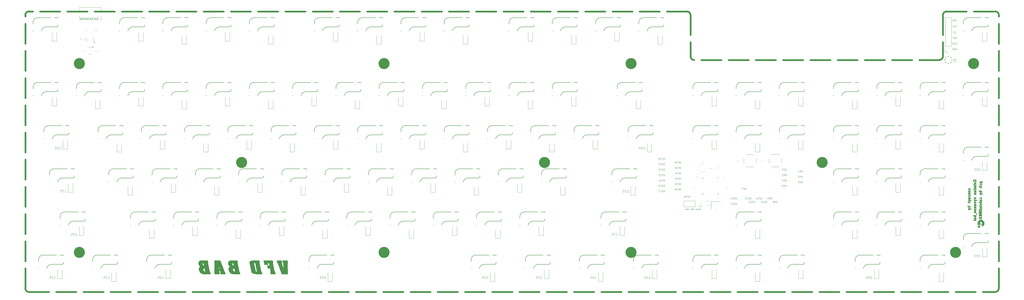
<source format=gbr>
%TF.GenerationSoftware,KiCad,Pcbnew,8.0.8*%
%TF.CreationDate,2025-02-23T09:58:19+01:00*%
%TF.ProjectId,fullsized keybored 3v3,66756c6c-7369-47a6-9564-206b6579626f,rev?*%
%TF.SameCoordinates,Original*%
%TF.FileFunction,Legend,Bot*%
%TF.FilePolarity,Positive*%
%FSLAX46Y46*%
G04 Gerber Fmt 4.6, Leading zero omitted, Abs format (unit mm)*
G04 Created by KiCad (PCBNEW 8.0.8) date 2025-02-23 09:58:19*
%MOMM*%
%LPD*%
G01*
G04 APERTURE LIST*
%ADD10C,0.800000*%
%ADD11C,0.300000*%
%ADD12C,2.431250*%
%ADD13C,0.100000*%
%ADD14C,0.150000*%
%ADD15C,1.500000*%
%ADD16C,0.120000*%
%ADD17C,0.000000*%
G04 APERTURE END LIST*
D10*
X309562500Y-40481250D02*
X309562500Y-49281250D01*
X309562500Y-52481250D02*
X309562500Y-58737500D01*
X311150000Y-60325000D02*
G75*
G02*
X309562500Y-58737500I0J1587500D01*
G01*
X419100000Y-60325000D02*
X410300000Y-60325000D01*
X407100000Y-60325000D02*
X398300000Y-60325000D01*
X395100000Y-60325000D02*
X386300000Y-60325000D01*
X383100000Y-60325000D02*
X374300000Y-60325000D01*
X371100000Y-60325000D02*
X362300000Y-60325000D01*
X359100000Y-60325000D02*
X350300000Y-60325000D01*
X347100000Y-60325000D02*
X338300000Y-60325000D01*
X335100000Y-60325000D02*
X326300000Y-60325000D01*
X323100000Y-60325000D02*
X314300000Y-60325000D01*
X420687500Y-58737500D02*
G75*
G02*
X419100000Y-60325000I-1587500J0D01*
G01*
X420687500Y-40481250D02*
X420687500Y-49281250D01*
X420687500Y-52481250D02*
X420687500Y-58737500D01*
X420687500Y-40481250D02*
G75*
G02*
X422275000Y-38893750I1587500J0D01*
G01*
X443706250Y-38893750D02*
G75*
G02*
X445293750Y-40481250I0J-1587500D01*
G01*
X422275000Y-38893750D02*
X431075000Y-38893750D01*
X434275000Y-38893750D02*
X443075000Y-38893750D01*
X445293750Y-161131250D02*
X445293750Y-152331250D01*
X445293750Y-149131250D02*
X445293750Y-140331250D01*
X445293750Y-137131250D02*
X445293750Y-128331250D01*
X445293750Y-125131250D02*
X445293750Y-116331250D01*
X445293750Y-113131250D02*
X445293750Y-104331250D01*
X445293750Y-101131250D02*
X445293750Y-92331250D01*
X445293750Y-89131250D02*
X445293750Y-80331250D01*
X445293750Y-77131250D02*
X445293750Y-68331250D01*
X445293750Y-65131250D02*
X445293750Y-56331250D01*
X445293750Y-53131250D02*
X445293750Y-44331250D01*
X445293750Y-41131250D02*
X445293750Y-40481250D01*
X445293750Y-161131250D02*
G75*
G02*
X443706250Y-162718750I-1587500J0D01*
G01*
X18256250Y-162718750D02*
X27056250Y-162718750D01*
X30256250Y-162718750D02*
X39056250Y-162718750D01*
X42256250Y-162718750D02*
X51056250Y-162718750D01*
X54256250Y-162718750D02*
X63056250Y-162718750D01*
X66256250Y-162718750D02*
X75056250Y-162718750D01*
X78256250Y-162718750D02*
X87056250Y-162718750D01*
X90256250Y-162718750D02*
X99056250Y-162718750D01*
X102256250Y-162718750D02*
X111056250Y-162718750D01*
X114256250Y-162718750D02*
X123056250Y-162718750D01*
X126256250Y-162718750D02*
X135056250Y-162718750D01*
X138256250Y-162718750D02*
X147056250Y-162718750D01*
X150256250Y-162718750D02*
X159056250Y-162718750D01*
X162256250Y-162718750D02*
X171056250Y-162718750D01*
X174256250Y-162718750D02*
X183056250Y-162718750D01*
X186256250Y-162718750D02*
X195056250Y-162718750D01*
X198256250Y-162718750D02*
X207056250Y-162718750D01*
X210256250Y-162718750D02*
X219056250Y-162718750D01*
X222256250Y-162718750D02*
X231056250Y-162718750D01*
X234256250Y-162718750D02*
X243056250Y-162718750D01*
X246256250Y-162718750D02*
X255056250Y-162718750D01*
X258256250Y-162718750D02*
X267056250Y-162718750D01*
X270256250Y-162718750D02*
X279056250Y-162718750D01*
X282256250Y-162718750D02*
X291056250Y-162718750D01*
X294256250Y-162718750D02*
X303056250Y-162718750D01*
X306256250Y-162718750D02*
X315056250Y-162718750D01*
X318256250Y-162718750D02*
X327056250Y-162718750D01*
X330256250Y-162718750D02*
X339056250Y-162718750D01*
X342256250Y-162718750D02*
X351056250Y-162718750D01*
X354256250Y-162718750D02*
X363056250Y-162718750D01*
X366256250Y-162718750D02*
X375056250Y-162718750D01*
X378256250Y-162718750D02*
X387056250Y-162718750D01*
X390256250Y-162718750D02*
X399056250Y-162718750D01*
X402256250Y-162718750D02*
X411056250Y-162718750D01*
X414256250Y-162718750D02*
X423056250Y-162718750D01*
X426256250Y-162718750D02*
X435056250Y-162718750D01*
X438256250Y-162718750D02*
X443706250Y-162718750D01*
X18256250Y-162718750D02*
G75*
G02*
X16668750Y-161131250I0J1587500D01*
G01*
X16668750Y-161131250D02*
X16668750Y-152331250D01*
X16668750Y-149131250D02*
X16668750Y-140331250D01*
X16668750Y-137131250D02*
X16668750Y-128331250D01*
X16668750Y-125131250D02*
X16668750Y-116331250D01*
X16668750Y-113131250D02*
X16668750Y-104331250D01*
X16668750Y-101131250D02*
X16668750Y-92331250D01*
X16668750Y-89131250D02*
X16668750Y-80331250D01*
X16668750Y-77131250D02*
X16668750Y-68331250D01*
X16668750Y-65131250D02*
X16668750Y-56331250D01*
X16668750Y-53131250D02*
X16668750Y-44331250D01*
X16668750Y-41131250D02*
X16668750Y-40481250D01*
X16668750Y-40481250D02*
G75*
G02*
X18256250Y-38893775I1587475J0D01*
G01*
X307975000Y-38893750D02*
G75*
G02*
X309562500Y-40481250I0J-1587500D01*
G01*
X307975000Y-38893750D02*
X299175000Y-38893750D01*
X295975000Y-38893750D02*
X287175000Y-38893750D01*
X283975000Y-38893750D02*
X275175000Y-38893750D01*
X271975000Y-38893750D02*
X263175000Y-38893750D01*
X259975000Y-38893750D02*
X251175000Y-38893750D01*
X247975000Y-38893750D02*
X239175000Y-38893750D01*
X235975000Y-38893750D02*
X227175000Y-38893750D01*
X223975000Y-38893750D02*
X215175000Y-38893750D01*
X211975000Y-38893750D02*
X203175000Y-38893750D01*
X199975000Y-38893750D02*
X191175000Y-38893750D01*
X187975000Y-38893750D02*
X179175000Y-38893750D01*
X175975000Y-38893750D02*
X167175000Y-38893750D01*
X163975000Y-38893750D02*
X155175000Y-38893750D01*
X151975000Y-38893750D02*
X143175000Y-38893750D01*
X139975000Y-38893750D02*
X131175000Y-38893750D01*
X127975000Y-38893750D02*
X119175000Y-38893750D01*
X115975000Y-38893750D02*
X107175000Y-38893750D01*
X103975000Y-38893750D02*
X95175000Y-38893750D01*
X91975000Y-38893750D02*
X83175000Y-38893750D01*
X79975000Y-38893750D02*
X71175000Y-38893750D01*
X67975000Y-38893750D02*
X59175000Y-38893750D01*
X55975000Y-38893750D02*
X47175000Y-38893750D01*
X43975000Y-38893750D02*
X35175000Y-38893750D01*
X31975000Y-38893750D02*
X23175000Y-38893750D01*
X19975000Y-38893750D02*
X18256250Y-38893750D01*
D11*
X424656250Y-60325000D02*
X424655116Y-60384985D01*
X424181923Y-61456813D02*
X424138361Y-61498067D01*
X423042390Y-61912281D02*
X422982431Y-61910151D01*
X421918609Y-61419226D02*
X421878083Y-61374985D01*
X421482125Y-60272288D02*
X421485250Y-60212373D01*
X421993771Y-59156848D02*
X422038679Y-59117063D01*
X423147799Y-58739469D02*
X423207654Y-58743588D01*
X424254589Y-59269566D02*
X424293623Y-59315128D01*
D12*
X246484375Y-105568750D02*
G75*
G02*
X244053125Y-105568750I-1215625J0D01*
G01*
X244053125Y-105568750D02*
G75*
G02*
X246484375Y-105568750I1215625J0D01*
G01*
X41696875Y-61912500D02*
G75*
G02*
X39265625Y-61912500I-1215625J0D01*
G01*
X39265625Y-61912500D02*
G75*
G02*
X41696875Y-61912500I1215625J0D01*
G01*
D13*
X425056250Y-61118750D02*
X426643750Y-61118750D01*
D12*
X435396875Y-61912500D02*
G75*
G02*
X432965625Y-61912500I-1215625J0D01*
G01*
X432965625Y-61912500D02*
G75*
G02*
X435396875Y-61912500I1215625J0D01*
G01*
X175840625Y-61912500D02*
G75*
G02*
X173409375Y-61912500I-1215625J0D01*
G01*
X173409375Y-61912500D02*
G75*
G02*
X175840625Y-61912500I1215625J0D01*
G01*
X427459375Y-145256250D02*
G75*
G02*
X425028125Y-145256250I-1215625J0D01*
G01*
X425028125Y-145256250D02*
G75*
G02*
X427459375Y-145256250I1215625J0D01*
G01*
X284584375Y-61912500D02*
G75*
G02*
X282153125Y-61912500I-1215625J0D01*
G01*
X282153125Y-61912500D02*
G75*
G02*
X284584375Y-61912500I1215625J0D01*
G01*
X175840625Y-145256250D02*
G75*
G02*
X173409375Y-145256250I-1215625J0D01*
G01*
X173409375Y-145256250D02*
G75*
G02*
X175840625Y-145256250I1215625J0D01*
G01*
X41696875Y-145256250D02*
G75*
G02*
X39265625Y-145256250I-1215625J0D01*
G01*
X39265625Y-145256250D02*
G75*
G02*
X41696875Y-145256250I1215625J0D01*
G01*
X113134375Y-105568750D02*
G75*
G02*
X110703125Y-105568750I-1215625J0D01*
G01*
X110703125Y-105568750D02*
G75*
G02*
X113134375Y-105568750I1215625J0D01*
G01*
X368721875Y-105568750D02*
G75*
G02*
X366290625Y-105568750I-1215625J0D01*
G01*
X366290625Y-105568750D02*
G75*
G02*
X368721875Y-105568750I1215625J0D01*
G01*
X284584375Y-145256250D02*
G75*
G02*
X282153125Y-145256250I-1215625J0D01*
G01*
X282153125Y-145256250D02*
G75*
G02*
X284584375Y-145256250I1215625J0D01*
G01*
D13*
X39338094Y-136871407D02*
X39290475Y-136823788D01*
X39290475Y-136823788D02*
X39195237Y-136776169D01*
X39195237Y-136776169D02*
X38957142Y-136776169D01*
X38957142Y-136776169D02*
X38861904Y-136823788D01*
X38861904Y-136823788D02*
X38814285Y-136871407D01*
X38814285Y-136871407D02*
X38766666Y-136966645D01*
X38766666Y-136966645D02*
X38766666Y-137061883D01*
X38766666Y-137061883D02*
X38814285Y-137204740D01*
X38814285Y-137204740D02*
X39385713Y-137776169D01*
X39385713Y-137776169D02*
X38766666Y-137776169D01*
X38385713Y-136871407D02*
X38338094Y-136823788D01*
X38338094Y-136823788D02*
X38242856Y-136776169D01*
X38242856Y-136776169D02*
X38004761Y-136776169D01*
X38004761Y-136776169D02*
X37909523Y-136823788D01*
X37909523Y-136823788D02*
X37861904Y-136871407D01*
X37861904Y-136871407D02*
X37814285Y-136966645D01*
X37814285Y-136966645D02*
X37814285Y-137061883D01*
X37814285Y-137061883D02*
X37861904Y-137204740D01*
X37861904Y-137204740D02*
X38433332Y-137776169D01*
X38433332Y-137776169D02*
X37814285Y-137776169D01*
X36909523Y-136776169D02*
X37385713Y-136776169D01*
X37385713Y-136776169D02*
X37433332Y-137252359D01*
X37433332Y-137252359D02*
X37385713Y-137204740D01*
X37385713Y-137204740D02*
X37290475Y-137157121D01*
X37290475Y-137157121D02*
X37052380Y-137157121D01*
X37052380Y-137157121D02*
X36957142Y-137204740D01*
X36957142Y-137204740D02*
X36909523Y-137252359D01*
X36909523Y-137252359D02*
X36861904Y-137347597D01*
X36861904Y-137347597D02*
X36861904Y-137585692D01*
X36861904Y-137585692D02*
X36909523Y-137680930D01*
X36909523Y-137680930D02*
X36957142Y-137728550D01*
X36957142Y-137728550D02*
X37052380Y-137776169D01*
X37052380Y-137776169D02*
X37290475Y-137776169D01*
X37290475Y-137776169D02*
X37385713Y-137728550D01*
X37385713Y-137728550D02*
X37433332Y-137680930D01*
X29241666Y-156826169D02*
X29813094Y-156826169D01*
X29527380Y-156826169D02*
X29527380Y-155826169D01*
X29527380Y-155826169D02*
X29622618Y-155969026D01*
X29622618Y-155969026D02*
X29717856Y-156064264D01*
X29717856Y-156064264D02*
X29813094Y-156111883D01*
X28860713Y-155921407D02*
X28813094Y-155873788D01*
X28813094Y-155873788D02*
X28717856Y-155826169D01*
X28717856Y-155826169D02*
X28479761Y-155826169D01*
X28479761Y-155826169D02*
X28384523Y-155873788D01*
X28384523Y-155873788D02*
X28336904Y-155921407D01*
X28336904Y-155921407D02*
X28289285Y-156016645D01*
X28289285Y-156016645D02*
X28289285Y-156111883D01*
X28289285Y-156111883D02*
X28336904Y-156254740D01*
X28336904Y-156254740D02*
X28908332Y-156826169D01*
X28908332Y-156826169D02*
X28289285Y-156826169D01*
X27384523Y-155826169D02*
X27860713Y-155826169D01*
X27860713Y-155826169D02*
X27908332Y-156302359D01*
X27908332Y-156302359D02*
X27860713Y-156254740D01*
X27860713Y-156254740D02*
X27765475Y-156207121D01*
X27765475Y-156207121D02*
X27527380Y-156207121D01*
X27527380Y-156207121D02*
X27432142Y-156254740D01*
X27432142Y-156254740D02*
X27384523Y-156302359D01*
X27384523Y-156302359D02*
X27336904Y-156397597D01*
X27336904Y-156397597D02*
X27336904Y-156635692D01*
X27336904Y-156635692D02*
X27384523Y-156730930D01*
X27384523Y-156730930D02*
X27432142Y-156778550D01*
X27432142Y-156778550D02*
X27527380Y-156826169D01*
X27527380Y-156826169D02*
X27765475Y-156826169D01*
X27765475Y-156826169D02*
X27860713Y-156778550D01*
X27860713Y-156778550D02*
X27908332Y-156730930D01*
X304899107Y-105196228D02*
X304970536Y-105160514D01*
X304970536Y-105160514D02*
X305077678Y-105160514D01*
X305077678Y-105160514D02*
X305184821Y-105196228D01*
X305184821Y-105196228D02*
X305256250Y-105267657D01*
X305256250Y-105267657D02*
X305291964Y-105339085D01*
X305291964Y-105339085D02*
X305327678Y-105481942D01*
X305327678Y-105481942D02*
X305327678Y-105589085D01*
X305327678Y-105589085D02*
X305291964Y-105731942D01*
X305291964Y-105731942D02*
X305256250Y-105803371D01*
X305256250Y-105803371D02*
X305184821Y-105874800D01*
X305184821Y-105874800D02*
X305077678Y-105910514D01*
X305077678Y-105910514D02*
X305006250Y-105910514D01*
X305006250Y-105910514D02*
X304899107Y-105874800D01*
X304899107Y-105874800D02*
X304863393Y-105839085D01*
X304863393Y-105839085D02*
X304863393Y-105589085D01*
X304863393Y-105589085D02*
X305006250Y-105589085D01*
X304541964Y-105910514D02*
X304541964Y-105160514D01*
X304541964Y-105160514D02*
X304256250Y-105160514D01*
X304256250Y-105160514D02*
X304184821Y-105196228D01*
X304184821Y-105196228D02*
X304149107Y-105231942D01*
X304149107Y-105231942D02*
X304113393Y-105303371D01*
X304113393Y-105303371D02*
X304113393Y-105410514D01*
X304113393Y-105410514D02*
X304149107Y-105481942D01*
X304149107Y-105481942D02*
X304184821Y-105517657D01*
X304184821Y-105517657D02*
X304256250Y-105553371D01*
X304256250Y-105553371D02*
X304541964Y-105553371D01*
X303827678Y-105231942D02*
X303791964Y-105196228D01*
X303791964Y-105196228D02*
X303720536Y-105160514D01*
X303720536Y-105160514D02*
X303541964Y-105160514D01*
X303541964Y-105160514D02*
X303470536Y-105196228D01*
X303470536Y-105196228D02*
X303434821Y-105231942D01*
X303434821Y-105231942D02*
X303399107Y-105303371D01*
X303399107Y-105303371D02*
X303399107Y-105374800D01*
X303399107Y-105374800D02*
X303434821Y-105481942D01*
X303434821Y-105481942D02*
X303863393Y-105910514D01*
X303863393Y-105910514D02*
X303399107Y-105910514D01*
X302970535Y-105481942D02*
X303041964Y-105446228D01*
X303041964Y-105446228D02*
X303077678Y-105410514D01*
X303077678Y-105410514D02*
X303113392Y-105339085D01*
X303113392Y-105339085D02*
X303113392Y-105303371D01*
X303113392Y-105303371D02*
X303077678Y-105231942D01*
X303077678Y-105231942D02*
X303041964Y-105196228D01*
X303041964Y-105196228D02*
X302970535Y-105160514D01*
X302970535Y-105160514D02*
X302827678Y-105160514D01*
X302827678Y-105160514D02*
X302756250Y-105196228D01*
X302756250Y-105196228D02*
X302720535Y-105231942D01*
X302720535Y-105231942D02*
X302684821Y-105303371D01*
X302684821Y-105303371D02*
X302684821Y-105339085D01*
X302684821Y-105339085D02*
X302720535Y-105410514D01*
X302720535Y-105410514D02*
X302756250Y-105446228D01*
X302756250Y-105446228D02*
X302827678Y-105481942D01*
X302827678Y-105481942D02*
X302970535Y-105481942D01*
X302970535Y-105481942D02*
X303041964Y-105517657D01*
X303041964Y-105517657D02*
X303077678Y-105553371D01*
X303077678Y-105553371D02*
X303113392Y-105624800D01*
X303113392Y-105624800D02*
X303113392Y-105767657D01*
X303113392Y-105767657D02*
X303077678Y-105839085D01*
X303077678Y-105839085D02*
X303041964Y-105874800D01*
X303041964Y-105874800D02*
X302970535Y-105910514D01*
X302970535Y-105910514D02*
X302827678Y-105910514D01*
X302827678Y-105910514D02*
X302756250Y-105874800D01*
X302756250Y-105874800D02*
X302720535Y-105839085D01*
X302720535Y-105839085D02*
X302684821Y-105767657D01*
X302684821Y-105767657D02*
X302684821Y-105624800D01*
X302684821Y-105624800D02*
X302720535Y-105553371D01*
X302720535Y-105553371D02*
X302756250Y-105517657D01*
X302756250Y-105517657D02*
X302827678Y-105481942D01*
X297755357Y-110752478D02*
X297826786Y-110716764D01*
X297826786Y-110716764D02*
X297933928Y-110716764D01*
X297933928Y-110716764D02*
X298041071Y-110752478D01*
X298041071Y-110752478D02*
X298112500Y-110823907D01*
X298112500Y-110823907D02*
X298148214Y-110895335D01*
X298148214Y-110895335D02*
X298183928Y-111038192D01*
X298183928Y-111038192D02*
X298183928Y-111145335D01*
X298183928Y-111145335D02*
X298148214Y-111288192D01*
X298148214Y-111288192D02*
X298112500Y-111359621D01*
X298112500Y-111359621D02*
X298041071Y-111431050D01*
X298041071Y-111431050D02*
X297933928Y-111466764D01*
X297933928Y-111466764D02*
X297862500Y-111466764D01*
X297862500Y-111466764D02*
X297755357Y-111431050D01*
X297755357Y-111431050D02*
X297719643Y-111395335D01*
X297719643Y-111395335D02*
X297719643Y-111145335D01*
X297719643Y-111145335D02*
X297862500Y-111145335D01*
X297398214Y-111466764D02*
X297398214Y-110716764D01*
X297398214Y-110716764D02*
X297112500Y-110716764D01*
X297112500Y-110716764D02*
X297041071Y-110752478D01*
X297041071Y-110752478D02*
X297005357Y-110788192D01*
X297005357Y-110788192D02*
X296969643Y-110859621D01*
X296969643Y-110859621D02*
X296969643Y-110966764D01*
X296969643Y-110966764D02*
X297005357Y-111038192D01*
X297005357Y-111038192D02*
X297041071Y-111073907D01*
X297041071Y-111073907D02*
X297112500Y-111109621D01*
X297112500Y-111109621D02*
X297398214Y-111109621D01*
X296683928Y-110788192D02*
X296648214Y-110752478D01*
X296648214Y-110752478D02*
X296576786Y-110716764D01*
X296576786Y-110716764D02*
X296398214Y-110716764D01*
X296398214Y-110716764D02*
X296326786Y-110752478D01*
X296326786Y-110752478D02*
X296291071Y-110788192D01*
X296291071Y-110788192D02*
X296255357Y-110859621D01*
X296255357Y-110859621D02*
X296255357Y-110931050D01*
X296255357Y-110931050D02*
X296291071Y-111038192D01*
X296291071Y-111038192D02*
X296719643Y-111466764D01*
X296719643Y-111466764D02*
X296255357Y-111466764D01*
X296005357Y-110716764D02*
X295541071Y-110716764D01*
X295541071Y-110716764D02*
X295791071Y-111002478D01*
X295791071Y-111002478D02*
X295683928Y-111002478D01*
X295683928Y-111002478D02*
X295612500Y-111038192D01*
X295612500Y-111038192D02*
X295576785Y-111073907D01*
X295576785Y-111073907D02*
X295541071Y-111145335D01*
X295541071Y-111145335D02*
X295541071Y-111323907D01*
X295541071Y-111323907D02*
X295576785Y-111395335D01*
X295576785Y-111395335D02*
X295612500Y-111431050D01*
X295612500Y-111431050D02*
X295683928Y-111466764D01*
X295683928Y-111466764D02*
X295898214Y-111466764D01*
X295898214Y-111466764D02*
X295969642Y-111431050D01*
X295969642Y-111431050D02*
X296005357Y-111395335D01*
X219741666Y-156826169D02*
X220313094Y-156826169D01*
X220027380Y-156826169D02*
X220027380Y-155826169D01*
X220027380Y-155826169D02*
X220122618Y-155969026D01*
X220122618Y-155969026D02*
X220217856Y-156064264D01*
X220217856Y-156064264D02*
X220313094Y-156111883D01*
X219360713Y-155921407D02*
X219313094Y-155873788D01*
X219313094Y-155873788D02*
X219217856Y-155826169D01*
X219217856Y-155826169D02*
X218979761Y-155826169D01*
X218979761Y-155826169D02*
X218884523Y-155873788D01*
X218884523Y-155873788D02*
X218836904Y-155921407D01*
X218836904Y-155921407D02*
X218789285Y-156016645D01*
X218789285Y-156016645D02*
X218789285Y-156111883D01*
X218789285Y-156111883D02*
X218836904Y-156254740D01*
X218836904Y-156254740D02*
X219408332Y-156826169D01*
X219408332Y-156826169D02*
X218789285Y-156826169D01*
X217884523Y-155826169D02*
X218360713Y-155826169D01*
X218360713Y-155826169D02*
X218408332Y-156302359D01*
X218408332Y-156302359D02*
X218360713Y-156254740D01*
X218360713Y-156254740D02*
X218265475Y-156207121D01*
X218265475Y-156207121D02*
X218027380Y-156207121D01*
X218027380Y-156207121D02*
X217932142Y-156254740D01*
X217932142Y-156254740D02*
X217884523Y-156302359D01*
X217884523Y-156302359D02*
X217836904Y-156397597D01*
X217836904Y-156397597D02*
X217836904Y-156635692D01*
X217836904Y-156635692D02*
X217884523Y-156730930D01*
X217884523Y-156730930D02*
X217932142Y-156778550D01*
X217932142Y-156778550D02*
X218027380Y-156826169D01*
X218027380Y-156826169D02*
X218265475Y-156826169D01*
X218265475Y-156826169D02*
X218360713Y-156778550D01*
X218360713Y-156778550D02*
X218408332Y-156730930D01*
X329505357Y-123452478D02*
X329576786Y-123416764D01*
X329576786Y-123416764D02*
X329683928Y-123416764D01*
X329683928Y-123416764D02*
X329791071Y-123452478D01*
X329791071Y-123452478D02*
X329862500Y-123523907D01*
X329862500Y-123523907D02*
X329898214Y-123595335D01*
X329898214Y-123595335D02*
X329933928Y-123738192D01*
X329933928Y-123738192D02*
X329933928Y-123845335D01*
X329933928Y-123845335D02*
X329898214Y-123988192D01*
X329898214Y-123988192D02*
X329862500Y-124059621D01*
X329862500Y-124059621D02*
X329791071Y-124131050D01*
X329791071Y-124131050D02*
X329683928Y-124166764D01*
X329683928Y-124166764D02*
X329612500Y-124166764D01*
X329612500Y-124166764D02*
X329505357Y-124131050D01*
X329505357Y-124131050D02*
X329469643Y-124095335D01*
X329469643Y-124095335D02*
X329469643Y-123845335D01*
X329469643Y-123845335D02*
X329612500Y-123845335D01*
X329148214Y-124166764D02*
X329148214Y-123416764D01*
X329148214Y-123416764D02*
X328862500Y-123416764D01*
X328862500Y-123416764D02*
X328791071Y-123452478D01*
X328791071Y-123452478D02*
X328755357Y-123488192D01*
X328755357Y-123488192D02*
X328719643Y-123559621D01*
X328719643Y-123559621D02*
X328719643Y-123666764D01*
X328719643Y-123666764D02*
X328755357Y-123738192D01*
X328755357Y-123738192D02*
X328791071Y-123773907D01*
X328791071Y-123773907D02*
X328862500Y-123809621D01*
X328862500Y-123809621D02*
X329148214Y-123809621D01*
X328005357Y-124166764D02*
X328433928Y-124166764D01*
X328219643Y-124166764D02*
X328219643Y-123416764D01*
X328219643Y-123416764D02*
X328291071Y-123523907D01*
X328291071Y-123523907D02*
X328362500Y-123595335D01*
X328362500Y-123595335D02*
X328433928Y-123631050D01*
X327326785Y-123416764D02*
X327683928Y-123416764D01*
X327683928Y-123416764D02*
X327719642Y-123773907D01*
X327719642Y-123773907D02*
X327683928Y-123738192D01*
X327683928Y-123738192D02*
X327612500Y-123702478D01*
X327612500Y-123702478D02*
X327433928Y-123702478D01*
X327433928Y-123702478D02*
X327362500Y-123738192D01*
X327362500Y-123738192D02*
X327326785Y-123773907D01*
X327326785Y-123773907D02*
X327291071Y-123845335D01*
X327291071Y-123845335D02*
X327291071Y-124023907D01*
X327291071Y-124023907D02*
X327326785Y-124095335D01*
X327326785Y-124095335D02*
X327362500Y-124131050D01*
X327362500Y-124131050D02*
X327433928Y-124166764D01*
X327433928Y-124166764D02*
X327612500Y-124166764D01*
X327612500Y-124166764D02*
X327683928Y-124131050D01*
X327683928Y-124131050D02*
X327719642Y-124095335D01*
X76866666Y-156826169D02*
X77438094Y-156826169D01*
X77152380Y-156826169D02*
X77152380Y-155826169D01*
X77152380Y-155826169D02*
X77247618Y-155969026D01*
X77247618Y-155969026D02*
X77342856Y-156064264D01*
X77342856Y-156064264D02*
X77438094Y-156111883D01*
X76485713Y-155921407D02*
X76438094Y-155873788D01*
X76438094Y-155873788D02*
X76342856Y-155826169D01*
X76342856Y-155826169D02*
X76104761Y-155826169D01*
X76104761Y-155826169D02*
X76009523Y-155873788D01*
X76009523Y-155873788D02*
X75961904Y-155921407D01*
X75961904Y-155921407D02*
X75914285Y-156016645D01*
X75914285Y-156016645D02*
X75914285Y-156111883D01*
X75914285Y-156111883D02*
X75961904Y-156254740D01*
X75961904Y-156254740D02*
X76533332Y-156826169D01*
X76533332Y-156826169D02*
X75914285Y-156826169D01*
X75009523Y-155826169D02*
X75485713Y-155826169D01*
X75485713Y-155826169D02*
X75533332Y-156302359D01*
X75533332Y-156302359D02*
X75485713Y-156254740D01*
X75485713Y-156254740D02*
X75390475Y-156207121D01*
X75390475Y-156207121D02*
X75152380Y-156207121D01*
X75152380Y-156207121D02*
X75057142Y-156254740D01*
X75057142Y-156254740D02*
X75009523Y-156302359D01*
X75009523Y-156302359D02*
X74961904Y-156397597D01*
X74961904Y-156397597D02*
X74961904Y-156635692D01*
X74961904Y-156635692D02*
X75009523Y-156730930D01*
X75009523Y-156730930D02*
X75057142Y-156778550D01*
X75057142Y-156778550D02*
X75152380Y-156826169D01*
X75152380Y-156826169D02*
X75390475Y-156826169D01*
X75390475Y-156826169D02*
X75485713Y-156778550D01*
X75485713Y-156778550D02*
X75533332Y-156730930D01*
X426290178Y-45714085D02*
X426325892Y-45749800D01*
X426325892Y-45749800D02*
X426433035Y-45785514D01*
X426433035Y-45785514D02*
X426504463Y-45785514D01*
X426504463Y-45785514D02*
X426611606Y-45749800D01*
X426611606Y-45749800D02*
X426683035Y-45678371D01*
X426683035Y-45678371D02*
X426718749Y-45606942D01*
X426718749Y-45606942D02*
X426754463Y-45464085D01*
X426754463Y-45464085D02*
X426754463Y-45356942D01*
X426754463Y-45356942D02*
X426718749Y-45214085D01*
X426718749Y-45214085D02*
X426683035Y-45142657D01*
X426683035Y-45142657D02*
X426611606Y-45071228D01*
X426611606Y-45071228D02*
X426504463Y-45035514D01*
X426504463Y-45035514D02*
X426433035Y-45035514D01*
X426433035Y-45035514D02*
X426325892Y-45071228D01*
X426325892Y-45071228D02*
X426290178Y-45106942D01*
X425611606Y-45785514D02*
X425968749Y-45785514D01*
X425968749Y-45785514D02*
X425968749Y-45035514D01*
X425361606Y-45785514D02*
X425361606Y-45035514D01*
X424933035Y-45785514D02*
X425254463Y-45356942D01*
X424933035Y-45035514D02*
X425361606Y-45464085D01*
X437006844Y-108296407D02*
X436959225Y-108248788D01*
X436959225Y-108248788D02*
X436863987Y-108201169D01*
X436863987Y-108201169D02*
X436625892Y-108201169D01*
X436625892Y-108201169D02*
X436530654Y-108248788D01*
X436530654Y-108248788D02*
X436483035Y-108296407D01*
X436483035Y-108296407D02*
X436435416Y-108391645D01*
X436435416Y-108391645D02*
X436435416Y-108486883D01*
X436435416Y-108486883D02*
X436483035Y-108629740D01*
X436483035Y-108629740D02*
X437054463Y-109201169D01*
X437054463Y-109201169D02*
X436435416Y-109201169D01*
X435816368Y-108201169D02*
X435721130Y-108201169D01*
X435721130Y-108201169D02*
X435625892Y-108248788D01*
X435625892Y-108248788D02*
X435578273Y-108296407D01*
X435578273Y-108296407D02*
X435530654Y-108391645D01*
X435530654Y-108391645D02*
X435483035Y-108582121D01*
X435483035Y-108582121D02*
X435483035Y-108820216D01*
X435483035Y-108820216D02*
X435530654Y-109010692D01*
X435530654Y-109010692D02*
X435578273Y-109105930D01*
X435578273Y-109105930D02*
X435625892Y-109153550D01*
X435625892Y-109153550D02*
X435721130Y-109201169D01*
X435721130Y-109201169D02*
X435816368Y-109201169D01*
X435816368Y-109201169D02*
X435911606Y-109153550D01*
X435911606Y-109153550D02*
X435959225Y-109105930D01*
X435959225Y-109105930D02*
X436006844Y-109010692D01*
X436006844Y-109010692D02*
X436054463Y-108820216D01*
X436054463Y-108820216D02*
X436054463Y-108582121D01*
X436054463Y-108582121D02*
X436006844Y-108391645D01*
X436006844Y-108391645D02*
X435959225Y-108296407D01*
X435959225Y-108296407D02*
X435911606Y-108248788D01*
X435911606Y-108248788D02*
X435816368Y-108201169D01*
X434863987Y-108201169D02*
X434768749Y-108201169D01*
X434768749Y-108201169D02*
X434673511Y-108248788D01*
X434673511Y-108248788D02*
X434625892Y-108296407D01*
X434625892Y-108296407D02*
X434578273Y-108391645D01*
X434578273Y-108391645D02*
X434530654Y-108582121D01*
X434530654Y-108582121D02*
X434530654Y-108820216D01*
X434530654Y-108820216D02*
X434578273Y-109010692D01*
X434578273Y-109010692D02*
X434625892Y-109105930D01*
X434625892Y-109105930D02*
X434673511Y-109153550D01*
X434673511Y-109153550D02*
X434768749Y-109201169D01*
X434768749Y-109201169D02*
X434863987Y-109201169D01*
X434863987Y-109201169D02*
X434959225Y-109153550D01*
X434959225Y-109153550D02*
X435006844Y-109105930D01*
X435006844Y-109105930D02*
X435054463Y-109010692D01*
X435054463Y-109010692D02*
X435102082Y-108820216D01*
X435102082Y-108820216D02*
X435102082Y-108582121D01*
X435102082Y-108582121D02*
X435054463Y-108391645D01*
X435054463Y-108391645D02*
X435006844Y-108296407D01*
X435006844Y-108296407D02*
X434959225Y-108248788D01*
X434959225Y-108248788D02*
X434863987Y-108201169D01*
X335855357Y-121071228D02*
X335926786Y-121035514D01*
X335926786Y-121035514D02*
X336033928Y-121035514D01*
X336033928Y-121035514D02*
X336141071Y-121071228D01*
X336141071Y-121071228D02*
X336212500Y-121142657D01*
X336212500Y-121142657D02*
X336248214Y-121214085D01*
X336248214Y-121214085D02*
X336283928Y-121356942D01*
X336283928Y-121356942D02*
X336283928Y-121464085D01*
X336283928Y-121464085D02*
X336248214Y-121606942D01*
X336248214Y-121606942D02*
X336212500Y-121678371D01*
X336212500Y-121678371D02*
X336141071Y-121749800D01*
X336141071Y-121749800D02*
X336033928Y-121785514D01*
X336033928Y-121785514D02*
X335962500Y-121785514D01*
X335962500Y-121785514D02*
X335855357Y-121749800D01*
X335855357Y-121749800D02*
X335819643Y-121714085D01*
X335819643Y-121714085D02*
X335819643Y-121464085D01*
X335819643Y-121464085D02*
X335962500Y-121464085D01*
X335498214Y-121785514D02*
X335498214Y-121035514D01*
X335498214Y-121035514D02*
X335212500Y-121035514D01*
X335212500Y-121035514D02*
X335141071Y-121071228D01*
X335141071Y-121071228D02*
X335105357Y-121106942D01*
X335105357Y-121106942D02*
X335069643Y-121178371D01*
X335069643Y-121178371D02*
X335069643Y-121285514D01*
X335069643Y-121285514D02*
X335105357Y-121356942D01*
X335105357Y-121356942D02*
X335141071Y-121392657D01*
X335141071Y-121392657D02*
X335212500Y-121428371D01*
X335212500Y-121428371D02*
X335498214Y-121428371D01*
X334355357Y-121785514D02*
X334783928Y-121785514D01*
X334569643Y-121785514D02*
X334569643Y-121035514D01*
X334569643Y-121035514D02*
X334641071Y-121142657D01*
X334641071Y-121142657D02*
X334712500Y-121214085D01*
X334712500Y-121214085D02*
X334783928Y-121249800D01*
X334105357Y-121035514D02*
X333641071Y-121035514D01*
X333641071Y-121035514D02*
X333891071Y-121321228D01*
X333891071Y-121321228D02*
X333783928Y-121321228D01*
X333783928Y-121321228D02*
X333712500Y-121356942D01*
X333712500Y-121356942D02*
X333676785Y-121392657D01*
X333676785Y-121392657D02*
X333641071Y-121464085D01*
X333641071Y-121464085D02*
X333641071Y-121642657D01*
X333641071Y-121642657D02*
X333676785Y-121714085D01*
X333676785Y-121714085D02*
X333712500Y-121749800D01*
X333712500Y-121749800D02*
X333783928Y-121785514D01*
X333783928Y-121785514D02*
X333998214Y-121785514D01*
X333998214Y-121785514D02*
X334069642Y-121749800D01*
X334069642Y-121749800D02*
X334105357Y-121714085D01*
X437006844Y-146396407D02*
X436959225Y-146348788D01*
X436959225Y-146348788D02*
X436863987Y-146301169D01*
X436863987Y-146301169D02*
X436625892Y-146301169D01*
X436625892Y-146301169D02*
X436530654Y-146348788D01*
X436530654Y-146348788D02*
X436483035Y-146396407D01*
X436483035Y-146396407D02*
X436435416Y-146491645D01*
X436435416Y-146491645D02*
X436435416Y-146586883D01*
X436435416Y-146586883D02*
X436483035Y-146729740D01*
X436483035Y-146729740D02*
X437054463Y-147301169D01*
X437054463Y-147301169D02*
X436435416Y-147301169D01*
X435816368Y-146301169D02*
X435721130Y-146301169D01*
X435721130Y-146301169D02*
X435625892Y-146348788D01*
X435625892Y-146348788D02*
X435578273Y-146396407D01*
X435578273Y-146396407D02*
X435530654Y-146491645D01*
X435530654Y-146491645D02*
X435483035Y-146682121D01*
X435483035Y-146682121D02*
X435483035Y-146920216D01*
X435483035Y-146920216D02*
X435530654Y-147110692D01*
X435530654Y-147110692D02*
X435578273Y-147205930D01*
X435578273Y-147205930D02*
X435625892Y-147253550D01*
X435625892Y-147253550D02*
X435721130Y-147301169D01*
X435721130Y-147301169D02*
X435816368Y-147301169D01*
X435816368Y-147301169D02*
X435911606Y-147253550D01*
X435911606Y-147253550D02*
X435959225Y-147205930D01*
X435959225Y-147205930D02*
X436006844Y-147110692D01*
X436006844Y-147110692D02*
X436054463Y-146920216D01*
X436054463Y-146920216D02*
X436054463Y-146682121D01*
X436054463Y-146682121D02*
X436006844Y-146491645D01*
X436006844Y-146491645D02*
X435959225Y-146396407D01*
X435959225Y-146396407D02*
X435911606Y-146348788D01*
X435911606Y-146348788D02*
X435816368Y-146301169D01*
X434863987Y-146301169D02*
X434768749Y-146301169D01*
X434768749Y-146301169D02*
X434673511Y-146348788D01*
X434673511Y-146348788D02*
X434625892Y-146396407D01*
X434625892Y-146396407D02*
X434578273Y-146491645D01*
X434578273Y-146491645D02*
X434530654Y-146682121D01*
X434530654Y-146682121D02*
X434530654Y-146920216D01*
X434530654Y-146920216D02*
X434578273Y-147110692D01*
X434578273Y-147110692D02*
X434625892Y-147205930D01*
X434625892Y-147205930D02*
X434673511Y-147253550D01*
X434673511Y-147253550D02*
X434768749Y-147301169D01*
X434768749Y-147301169D02*
X434863987Y-147301169D01*
X434863987Y-147301169D02*
X434959225Y-147253550D01*
X434959225Y-147253550D02*
X435006844Y-147205930D01*
X435006844Y-147205930D02*
X435054463Y-147110692D01*
X435054463Y-147110692D02*
X435102082Y-146920216D01*
X435102082Y-146920216D02*
X435102082Y-146682121D01*
X435102082Y-146682121D02*
X435054463Y-146491645D01*
X435054463Y-146491645D02*
X435006844Y-146396407D01*
X435006844Y-146396407D02*
X434959225Y-146348788D01*
X434959225Y-146348788D02*
X434863987Y-146301169D01*
X426415178Y-55189978D02*
X426486607Y-55154264D01*
X426486607Y-55154264D02*
X426593749Y-55154264D01*
X426593749Y-55154264D02*
X426700892Y-55189978D01*
X426700892Y-55189978D02*
X426772321Y-55261407D01*
X426772321Y-55261407D02*
X426808035Y-55332835D01*
X426808035Y-55332835D02*
X426843749Y-55475692D01*
X426843749Y-55475692D02*
X426843749Y-55582835D01*
X426843749Y-55582835D02*
X426808035Y-55725692D01*
X426808035Y-55725692D02*
X426772321Y-55797121D01*
X426772321Y-55797121D02*
X426700892Y-55868550D01*
X426700892Y-55868550D02*
X426593749Y-55904264D01*
X426593749Y-55904264D02*
X426522321Y-55904264D01*
X426522321Y-55904264D02*
X426415178Y-55868550D01*
X426415178Y-55868550D02*
X426379464Y-55832835D01*
X426379464Y-55832835D02*
X426379464Y-55582835D01*
X426379464Y-55582835D02*
X426522321Y-55582835D01*
X426058035Y-55904264D02*
X426058035Y-55154264D01*
X426058035Y-55154264D02*
X425629464Y-55904264D01*
X425629464Y-55904264D02*
X425629464Y-55154264D01*
X425272321Y-55904264D02*
X425272321Y-55154264D01*
X425272321Y-55154264D02*
X425093750Y-55154264D01*
X425093750Y-55154264D02*
X424986607Y-55189978D01*
X424986607Y-55189978D02*
X424915178Y-55261407D01*
X424915178Y-55261407D02*
X424879464Y-55332835D01*
X424879464Y-55332835D02*
X424843750Y-55475692D01*
X424843750Y-55475692D02*
X424843750Y-55582835D01*
X424843750Y-55582835D02*
X424879464Y-55725692D01*
X424879464Y-55725692D02*
X424915178Y-55797121D01*
X424915178Y-55797121D02*
X424986607Y-55868550D01*
X424986607Y-55868550D02*
X425093750Y-55904264D01*
X425093750Y-55904264D02*
X425272321Y-55904264D01*
X297755357Y-103608728D02*
X297826786Y-103573014D01*
X297826786Y-103573014D02*
X297933928Y-103573014D01*
X297933928Y-103573014D02*
X298041071Y-103608728D01*
X298041071Y-103608728D02*
X298112500Y-103680157D01*
X298112500Y-103680157D02*
X298148214Y-103751585D01*
X298148214Y-103751585D02*
X298183928Y-103894442D01*
X298183928Y-103894442D02*
X298183928Y-104001585D01*
X298183928Y-104001585D02*
X298148214Y-104144442D01*
X298148214Y-104144442D02*
X298112500Y-104215871D01*
X298112500Y-104215871D02*
X298041071Y-104287300D01*
X298041071Y-104287300D02*
X297933928Y-104323014D01*
X297933928Y-104323014D02*
X297862500Y-104323014D01*
X297862500Y-104323014D02*
X297755357Y-104287300D01*
X297755357Y-104287300D02*
X297719643Y-104251585D01*
X297719643Y-104251585D02*
X297719643Y-104001585D01*
X297719643Y-104001585D02*
X297862500Y-104001585D01*
X297398214Y-104323014D02*
X297398214Y-103573014D01*
X297398214Y-103573014D02*
X297112500Y-103573014D01*
X297112500Y-103573014D02*
X297041071Y-103608728D01*
X297041071Y-103608728D02*
X297005357Y-103644442D01*
X297005357Y-103644442D02*
X296969643Y-103715871D01*
X296969643Y-103715871D02*
X296969643Y-103823014D01*
X296969643Y-103823014D02*
X297005357Y-103894442D01*
X297005357Y-103894442D02*
X297041071Y-103930157D01*
X297041071Y-103930157D02*
X297112500Y-103965871D01*
X297112500Y-103965871D02*
X297398214Y-103965871D01*
X296683928Y-103644442D02*
X296648214Y-103608728D01*
X296648214Y-103608728D02*
X296576786Y-103573014D01*
X296576786Y-103573014D02*
X296398214Y-103573014D01*
X296398214Y-103573014D02*
X296326786Y-103608728D01*
X296326786Y-103608728D02*
X296291071Y-103644442D01*
X296291071Y-103644442D02*
X296255357Y-103715871D01*
X296255357Y-103715871D02*
X296255357Y-103787300D01*
X296255357Y-103787300D02*
X296291071Y-103894442D01*
X296291071Y-103894442D02*
X296719643Y-104323014D01*
X296719643Y-104323014D02*
X296255357Y-104323014D01*
X295898214Y-104323014D02*
X295755357Y-104323014D01*
X295755357Y-104323014D02*
X295683928Y-104287300D01*
X295683928Y-104287300D02*
X295648214Y-104251585D01*
X295648214Y-104251585D02*
X295576785Y-104144442D01*
X295576785Y-104144442D02*
X295541071Y-104001585D01*
X295541071Y-104001585D02*
X295541071Y-103715871D01*
X295541071Y-103715871D02*
X295576785Y-103644442D01*
X295576785Y-103644442D02*
X295612500Y-103608728D01*
X295612500Y-103608728D02*
X295683928Y-103573014D01*
X295683928Y-103573014D02*
X295826785Y-103573014D01*
X295826785Y-103573014D02*
X295898214Y-103608728D01*
X295898214Y-103608728D02*
X295933928Y-103644442D01*
X295933928Y-103644442D02*
X295969642Y-103715871D01*
X295969642Y-103715871D02*
X295969642Y-103894442D01*
X295969642Y-103894442D02*
X295933928Y-103965871D01*
X295933928Y-103965871D02*
X295898214Y-104001585D01*
X295898214Y-104001585D02*
X295826785Y-104037300D01*
X295826785Y-104037300D02*
X295683928Y-104037300D01*
X295683928Y-104037300D02*
X295612500Y-104001585D01*
X295612500Y-104001585D02*
X295576785Y-103965871D01*
X295576785Y-103965871D02*
X295541071Y-103894442D01*
X426254464Y-50941764D02*
X426504464Y-50584621D01*
X426683035Y-50941764D02*
X426683035Y-50191764D01*
X426683035Y-50191764D02*
X426397321Y-50191764D01*
X426397321Y-50191764D02*
X426325892Y-50227478D01*
X426325892Y-50227478D02*
X426290178Y-50263192D01*
X426290178Y-50263192D02*
X426254464Y-50334621D01*
X426254464Y-50334621D02*
X426254464Y-50441764D01*
X426254464Y-50441764D02*
X426290178Y-50513192D01*
X426290178Y-50513192D02*
X426325892Y-50548907D01*
X426325892Y-50548907D02*
X426397321Y-50584621D01*
X426397321Y-50584621D02*
X426683035Y-50584621D01*
X425968749Y-50906050D02*
X425861607Y-50941764D01*
X425861607Y-50941764D02*
X425683035Y-50941764D01*
X425683035Y-50941764D02*
X425611607Y-50906050D01*
X425611607Y-50906050D02*
X425575892Y-50870335D01*
X425575892Y-50870335D02*
X425540178Y-50798907D01*
X425540178Y-50798907D02*
X425540178Y-50727478D01*
X425540178Y-50727478D02*
X425575892Y-50656050D01*
X425575892Y-50656050D02*
X425611607Y-50620335D01*
X425611607Y-50620335D02*
X425683035Y-50584621D01*
X425683035Y-50584621D02*
X425825892Y-50548907D01*
X425825892Y-50548907D02*
X425897321Y-50513192D01*
X425897321Y-50513192D02*
X425933035Y-50477478D01*
X425933035Y-50477478D02*
X425968749Y-50406050D01*
X425968749Y-50406050D02*
X425968749Y-50334621D01*
X425968749Y-50334621D02*
X425933035Y-50263192D01*
X425933035Y-50263192D02*
X425897321Y-50227478D01*
X425897321Y-50227478D02*
X425825892Y-50191764D01*
X425825892Y-50191764D02*
X425647321Y-50191764D01*
X425647321Y-50191764D02*
X425540178Y-50227478D01*
X425325892Y-50191764D02*
X424897321Y-50191764D01*
X425111606Y-50941764D02*
X425111606Y-50191764D01*
X304899107Y-117102478D02*
X304970536Y-117066764D01*
X304970536Y-117066764D02*
X305077678Y-117066764D01*
X305077678Y-117066764D02*
X305184821Y-117102478D01*
X305184821Y-117102478D02*
X305256250Y-117173907D01*
X305256250Y-117173907D02*
X305291964Y-117245335D01*
X305291964Y-117245335D02*
X305327678Y-117388192D01*
X305327678Y-117388192D02*
X305327678Y-117495335D01*
X305327678Y-117495335D02*
X305291964Y-117638192D01*
X305291964Y-117638192D02*
X305256250Y-117709621D01*
X305256250Y-117709621D02*
X305184821Y-117781050D01*
X305184821Y-117781050D02*
X305077678Y-117816764D01*
X305077678Y-117816764D02*
X305006250Y-117816764D01*
X305006250Y-117816764D02*
X304899107Y-117781050D01*
X304899107Y-117781050D02*
X304863393Y-117745335D01*
X304863393Y-117745335D02*
X304863393Y-117495335D01*
X304863393Y-117495335D02*
X305006250Y-117495335D01*
X304541964Y-117816764D02*
X304541964Y-117066764D01*
X304541964Y-117066764D02*
X304256250Y-117066764D01*
X304256250Y-117066764D02*
X304184821Y-117102478D01*
X304184821Y-117102478D02*
X304149107Y-117138192D01*
X304149107Y-117138192D02*
X304113393Y-117209621D01*
X304113393Y-117209621D02*
X304113393Y-117316764D01*
X304113393Y-117316764D02*
X304149107Y-117388192D01*
X304149107Y-117388192D02*
X304184821Y-117423907D01*
X304184821Y-117423907D02*
X304256250Y-117459621D01*
X304256250Y-117459621D02*
X304541964Y-117459621D01*
X303399107Y-117816764D02*
X303827678Y-117816764D01*
X303613393Y-117816764D02*
X303613393Y-117066764D01*
X303613393Y-117066764D02*
X303684821Y-117173907D01*
X303684821Y-117173907D02*
X303756250Y-117245335D01*
X303756250Y-117245335D02*
X303827678Y-117281050D01*
X302970535Y-117388192D02*
X303041964Y-117352478D01*
X303041964Y-117352478D02*
X303077678Y-117316764D01*
X303077678Y-117316764D02*
X303113392Y-117245335D01*
X303113392Y-117245335D02*
X303113392Y-117209621D01*
X303113392Y-117209621D02*
X303077678Y-117138192D01*
X303077678Y-117138192D02*
X303041964Y-117102478D01*
X303041964Y-117102478D02*
X302970535Y-117066764D01*
X302970535Y-117066764D02*
X302827678Y-117066764D01*
X302827678Y-117066764D02*
X302756250Y-117102478D01*
X302756250Y-117102478D02*
X302720535Y-117138192D01*
X302720535Y-117138192D02*
X302684821Y-117209621D01*
X302684821Y-117209621D02*
X302684821Y-117245335D01*
X302684821Y-117245335D02*
X302720535Y-117316764D01*
X302720535Y-117316764D02*
X302756250Y-117352478D01*
X302756250Y-117352478D02*
X302827678Y-117388192D01*
X302827678Y-117388192D02*
X302970535Y-117388192D01*
X302970535Y-117388192D02*
X303041964Y-117423907D01*
X303041964Y-117423907D02*
X303077678Y-117459621D01*
X303077678Y-117459621D02*
X303113392Y-117531050D01*
X303113392Y-117531050D02*
X303113392Y-117673907D01*
X303113392Y-117673907D02*
X303077678Y-117745335D01*
X303077678Y-117745335D02*
X303041964Y-117781050D01*
X303041964Y-117781050D02*
X302970535Y-117816764D01*
X302970535Y-117816764D02*
X302827678Y-117816764D01*
X302827678Y-117816764D02*
X302756250Y-117781050D01*
X302756250Y-117781050D02*
X302720535Y-117745335D01*
X302720535Y-117745335D02*
X302684821Y-117673907D01*
X302684821Y-117673907D02*
X302684821Y-117531050D01*
X302684821Y-117531050D02*
X302720535Y-117459621D01*
X302720535Y-117459621D02*
X302756250Y-117423907D01*
X302756250Y-117423907D02*
X302827678Y-117388192D01*
X333592630Y-116809535D02*
X333664059Y-116773821D01*
X333664059Y-116773821D02*
X333771201Y-116773821D01*
X333771201Y-116773821D02*
X333878344Y-116809535D01*
X333878344Y-116809535D02*
X333949773Y-116880964D01*
X333949773Y-116880964D02*
X333985487Y-116952392D01*
X333985487Y-116952392D02*
X334021201Y-117095249D01*
X334021201Y-117095249D02*
X334021201Y-117202392D01*
X334021201Y-117202392D02*
X333985487Y-117345249D01*
X333985487Y-117345249D02*
X333949773Y-117416678D01*
X333949773Y-117416678D02*
X333878344Y-117488107D01*
X333878344Y-117488107D02*
X333771201Y-117523821D01*
X333771201Y-117523821D02*
X333699773Y-117523821D01*
X333699773Y-117523821D02*
X333592630Y-117488107D01*
X333592630Y-117488107D02*
X333556916Y-117452392D01*
X333556916Y-117452392D02*
X333556916Y-117202392D01*
X333556916Y-117202392D02*
X333699773Y-117202392D01*
X333235487Y-117523821D02*
X333235487Y-116773821D01*
X333235487Y-116773821D02*
X332949773Y-116773821D01*
X332949773Y-116773821D02*
X332878344Y-116809535D01*
X332878344Y-116809535D02*
X332842630Y-116845249D01*
X332842630Y-116845249D02*
X332806916Y-116916678D01*
X332806916Y-116916678D02*
X332806916Y-117023821D01*
X332806916Y-117023821D02*
X332842630Y-117095249D01*
X332842630Y-117095249D02*
X332878344Y-117130964D01*
X332878344Y-117130964D02*
X332949773Y-117166678D01*
X332949773Y-117166678D02*
X333235487Y-117166678D01*
X332556916Y-116773821D02*
X332056916Y-116773821D01*
X332056916Y-116773821D02*
X332378344Y-117523821D01*
X53054166Y-156826169D02*
X53625594Y-156826169D01*
X53339880Y-156826169D02*
X53339880Y-155826169D01*
X53339880Y-155826169D02*
X53435118Y-155969026D01*
X53435118Y-155969026D02*
X53530356Y-156064264D01*
X53530356Y-156064264D02*
X53625594Y-156111883D01*
X52673213Y-155921407D02*
X52625594Y-155873788D01*
X52625594Y-155873788D02*
X52530356Y-155826169D01*
X52530356Y-155826169D02*
X52292261Y-155826169D01*
X52292261Y-155826169D02*
X52197023Y-155873788D01*
X52197023Y-155873788D02*
X52149404Y-155921407D01*
X52149404Y-155921407D02*
X52101785Y-156016645D01*
X52101785Y-156016645D02*
X52101785Y-156111883D01*
X52101785Y-156111883D02*
X52149404Y-156254740D01*
X52149404Y-156254740D02*
X52720832Y-156826169D01*
X52720832Y-156826169D02*
X52101785Y-156826169D01*
X51197023Y-155826169D02*
X51673213Y-155826169D01*
X51673213Y-155826169D02*
X51720832Y-156302359D01*
X51720832Y-156302359D02*
X51673213Y-156254740D01*
X51673213Y-156254740D02*
X51577975Y-156207121D01*
X51577975Y-156207121D02*
X51339880Y-156207121D01*
X51339880Y-156207121D02*
X51244642Y-156254740D01*
X51244642Y-156254740D02*
X51197023Y-156302359D01*
X51197023Y-156302359D02*
X51149404Y-156397597D01*
X51149404Y-156397597D02*
X51149404Y-156635692D01*
X51149404Y-156635692D02*
X51197023Y-156730930D01*
X51197023Y-156730930D02*
X51244642Y-156778550D01*
X51244642Y-156778550D02*
X51339880Y-156826169D01*
X51339880Y-156826169D02*
X51577975Y-156826169D01*
X51577975Y-156826169D02*
X51673213Y-156778550D01*
X51673213Y-156778550D02*
X51720832Y-156730930D01*
X358516964Y-113927478D02*
X358588393Y-113891764D01*
X358588393Y-113891764D02*
X358695535Y-113891764D01*
X358695535Y-113891764D02*
X358802678Y-113927478D01*
X358802678Y-113927478D02*
X358874107Y-113998907D01*
X358874107Y-113998907D02*
X358909821Y-114070335D01*
X358909821Y-114070335D02*
X358945535Y-114213192D01*
X358945535Y-114213192D02*
X358945535Y-114320335D01*
X358945535Y-114320335D02*
X358909821Y-114463192D01*
X358909821Y-114463192D02*
X358874107Y-114534621D01*
X358874107Y-114534621D02*
X358802678Y-114606050D01*
X358802678Y-114606050D02*
X358695535Y-114641764D01*
X358695535Y-114641764D02*
X358624107Y-114641764D01*
X358624107Y-114641764D02*
X358516964Y-114606050D01*
X358516964Y-114606050D02*
X358481250Y-114570335D01*
X358481250Y-114570335D02*
X358481250Y-114320335D01*
X358481250Y-114320335D02*
X358624107Y-114320335D01*
X358159821Y-114641764D02*
X358159821Y-113891764D01*
X358159821Y-113891764D02*
X357874107Y-113891764D01*
X357874107Y-113891764D02*
X357802678Y-113927478D01*
X357802678Y-113927478D02*
X357766964Y-113963192D01*
X357766964Y-113963192D02*
X357731250Y-114034621D01*
X357731250Y-114034621D02*
X357731250Y-114141764D01*
X357731250Y-114141764D02*
X357766964Y-114213192D01*
X357766964Y-114213192D02*
X357802678Y-114248907D01*
X357802678Y-114248907D02*
X357874107Y-114284621D01*
X357874107Y-114284621D02*
X358159821Y-114284621D01*
X357052678Y-113891764D02*
X357409821Y-113891764D01*
X357409821Y-113891764D02*
X357445535Y-114248907D01*
X357445535Y-114248907D02*
X357409821Y-114213192D01*
X357409821Y-114213192D02*
X357338393Y-114177478D01*
X357338393Y-114177478D02*
X357159821Y-114177478D01*
X357159821Y-114177478D02*
X357088393Y-114213192D01*
X357088393Y-114213192D02*
X357052678Y-114248907D01*
X357052678Y-114248907D02*
X357016964Y-114320335D01*
X357016964Y-114320335D02*
X357016964Y-114498907D01*
X357016964Y-114498907D02*
X357052678Y-114570335D01*
X357052678Y-114570335D02*
X357088393Y-114606050D01*
X357088393Y-114606050D02*
X357159821Y-114641764D01*
X357159821Y-114641764D02*
X357338393Y-114641764D01*
X357338393Y-114641764D02*
X357409821Y-114606050D01*
X357409821Y-114606050D02*
X357445535Y-114570335D01*
X351373214Y-108371228D02*
X351444643Y-108335514D01*
X351444643Y-108335514D02*
X351551785Y-108335514D01*
X351551785Y-108335514D02*
X351658928Y-108371228D01*
X351658928Y-108371228D02*
X351730357Y-108442657D01*
X351730357Y-108442657D02*
X351766071Y-108514085D01*
X351766071Y-108514085D02*
X351801785Y-108656942D01*
X351801785Y-108656942D02*
X351801785Y-108764085D01*
X351801785Y-108764085D02*
X351766071Y-108906942D01*
X351766071Y-108906942D02*
X351730357Y-108978371D01*
X351730357Y-108978371D02*
X351658928Y-109049800D01*
X351658928Y-109049800D02*
X351551785Y-109085514D01*
X351551785Y-109085514D02*
X351480357Y-109085514D01*
X351480357Y-109085514D02*
X351373214Y-109049800D01*
X351373214Y-109049800D02*
X351337500Y-109014085D01*
X351337500Y-109014085D02*
X351337500Y-108764085D01*
X351337500Y-108764085D02*
X351480357Y-108764085D01*
X351016071Y-109085514D02*
X351016071Y-108335514D01*
X351016071Y-108335514D02*
X350730357Y-108335514D01*
X350730357Y-108335514D02*
X350658928Y-108371228D01*
X350658928Y-108371228D02*
X350623214Y-108406942D01*
X350623214Y-108406942D02*
X350587500Y-108478371D01*
X350587500Y-108478371D02*
X350587500Y-108585514D01*
X350587500Y-108585514D02*
X350623214Y-108656942D01*
X350623214Y-108656942D02*
X350658928Y-108692657D01*
X350658928Y-108692657D02*
X350730357Y-108728371D01*
X350730357Y-108728371D02*
X351016071Y-108728371D01*
X350123214Y-108335514D02*
X350051785Y-108335514D01*
X350051785Y-108335514D02*
X349980357Y-108371228D01*
X349980357Y-108371228D02*
X349944643Y-108406942D01*
X349944643Y-108406942D02*
X349908928Y-108478371D01*
X349908928Y-108478371D02*
X349873214Y-108621228D01*
X349873214Y-108621228D02*
X349873214Y-108799800D01*
X349873214Y-108799800D02*
X349908928Y-108942657D01*
X349908928Y-108942657D02*
X349944643Y-109014085D01*
X349944643Y-109014085D02*
X349980357Y-109049800D01*
X349980357Y-109049800D02*
X350051785Y-109085514D01*
X350051785Y-109085514D02*
X350123214Y-109085514D01*
X350123214Y-109085514D02*
X350194643Y-109049800D01*
X350194643Y-109049800D02*
X350230357Y-109014085D01*
X350230357Y-109014085D02*
X350266071Y-108942657D01*
X350266071Y-108942657D02*
X350301785Y-108799800D01*
X350301785Y-108799800D02*
X350301785Y-108621228D01*
X350301785Y-108621228D02*
X350266071Y-108478371D01*
X350266071Y-108478371D02*
X350230357Y-108406942D01*
X350230357Y-108406942D02*
X350194643Y-108371228D01*
X350194643Y-108371228D02*
X350123214Y-108335514D01*
X358516964Y-111546228D02*
X358588393Y-111510514D01*
X358588393Y-111510514D02*
X358695535Y-111510514D01*
X358695535Y-111510514D02*
X358802678Y-111546228D01*
X358802678Y-111546228D02*
X358874107Y-111617657D01*
X358874107Y-111617657D02*
X358909821Y-111689085D01*
X358909821Y-111689085D02*
X358945535Y-111831942D01*
X358945535Y-111831942D02*
X358945535Y-111939085D01*
X358945535Y-111939085D02*
X358909821Y-112081942D01*
X358909821Y-112081942D02*
X358874107Y-112153371D01*
X358874107Y-112153371D02*
X358802678Y-112224800D01*
X358802678Y-112224800D02*
X358695535Y-112260514D01*
X358695535Y-112260514D02*
X358624107Y-112260514D01*
X358624107Y-112260514D02*
X358516964Y-112224800D01*
X358516964Y-112224800D02*
X358481250Y-112189085D01*
X358481250Y-112189085D02*
X358481250Y-111939085D01*
X358481250Y-111939085D02*
X358624107Y-111939085D01*
X358159821Y-112260514D02*
X358159821Y-111510514D01*
X358159821Y-111510514D02*
X357874107Y-111510514D01*
X357874107Y-111510514D02*
X357802678Y-111546228D01*
X357802678Y-111546228D02*
X357766964Y-111581942D01*
X357766964Y-111581942D02*
X357731250Y-111653371D01*
X357731250Y-111653371D02*
X357731250Y-111760514D01*
X357731250Y-111760514D02*
X357766964Y-111831942D01*
X357766964Y-111831942D02*
X357802678Y-111867657D01*
X357802678Y-111867657D02*
X357874107Y-111903371D01*
X357874107Y-111903371D02*
X358159821Y-111903371D01*
X357481250Y-111510514D02*
X357016964Y-111510514D01*
X357016964Y-111510514D02*
X357266964Y-111796228D01*
X357266964Y-111796228D02*
X357159821Y-111796228D01*
X357159821Y-111796228D02*
X357088393Y-111831942D01*
X357088393Y-111831942D02*
X357052678Y-111867657D01*
X357052678Y-111867657D02*
X357016964Y-111939085D01*
X357016964Y-111939085D02*
X357016964Y-112117657D01*
X357016964Y-112117657D02*
X357052678Y-112189085D01*
X357052678Y-112189085D02*
X357088393Y-112224800D01*
X357088393Y-112224800D02*
X357159821Y-112260514D01*
X357159821Y-112260514D02*
X357374107Y-112260514D01*
X357374107Y-112260514D02*
X357445535Y-112224800D01*
X357445535Y-112224800D02*
X357481250Y-112189085D01*
X34004166Y-118726169D02*
X34575594Y-118726169D01*
X34289880Y-118726169D02*
X34289880Y-117726169D01*
X34289880Y-117726169D02*
X34385118Y-117869026D01*
X34385118Y-117869026D02*
X34480356Y-117964264D01*
X34480356Y-117964264D02*
X34575594Y-118011883D01*
X33670832Y-117726169D02*
X33004166Y-117726169D01*
X33004166Y-117726169D02*
X33432737Y-118726169D01*
X32147023Y-117726169D02*
X32623213Y-117726169D01*
X32623213Y-117726169D02*
X32670832Y-118202359D01*
X32670832Y-118202359D02*
X32623213Y-118154740D01*
X32623213Y-118154740D02*
X32527975Y-118107121D01*
X32527975Y-118107121D02*
X32289880Y-118107121D01*
X32289880Y-118107121D02*
X32194642Y-118154740D01*
X32194642Y-118154740D02*
X32147023Y-118202359D01*
X32147023Y-118202359D02*
X32099404Y-118297597D01*
X32099404Y-118297597D02*
X32099404Y-118535692D01*
X32099404Y-118535692D02*
X32147023Y-118630930D01*
X32147023Y-118630930D02*
X32194642Y-118678550D01*
X32194642Y-118678550D02*
X32289880Y-118726169D01*
X32289880Y-118726169D02*
X32527975Y-118726169D01*
X32527975Y-118726169D02*
X32623213Y-118678550D01*
X32623213Y-118678550D02*
X32670832Y-118630930D01*
X351373214Y-115514978D02*
X351444643Y-115479264D01*
X351444643Y-115479264D02*
X351551785Y-115479264D01*
X351551785Y-115479264D02*
X351658928Y-115514978D01*
X351658928Y-115514978D02*
X351730357Y-115586407D01*
X351730357Y-115586407D02*
X351766071Y-115657835D01*
X351766071Y-115657835D02*
X351801785Y-115800692D01*
X351801785Y-115800692D02*
X351801785Y-115907835D01*
X351801785Y-115907835D02*
X351766071Y-116050692D01*
X351766071Y-116050692D02*
X351730357Y-116122121D01*
X351730357Y-116122121D02*
X351658928Y-116193550D01*
X351658928Y-116193550D02*
X351551785Y-116229264D01*
X351551785Y-116229264D02*
X351480357Y-116229264D01*
X351480357Y-116229264D02*
X351373214Y-116193550D01*
X351373214Y-116193550D02*
X351337500Y-116157835D01*
X351337500Y-116157835D02*
X351337500Y-115907835D01*
X351337500Y-115907835D02*
X351480357Y-115907835D01*
X351016071Y-116229264D02*
X351016071Y-115479264D01*
X351016071Y-115479264D02*
X350730357Y-115479264D01*
X350730357Y-115479264D02*
X350658928Y-115514978D01*
X350658928Y-115514978D02*
X350623214Y-115550692D01*
X350623214Y-115550692D02*
X350587500Y-115622121D01*
X350587500Y-115622121D02*
X350587500Y-115729264D01*
X350587500Y-115729264D02*
X350623214Y-115800692D01*
X350623214Y-115800692D02*
X350658928Y-115836407D01*
X350658928Y-115836407D02*
X350730357Y-115872121D01*
X350730357Y-115872121D02*
X351016071Y-115872121D01*
X349944643Y-115479264D02*
X350087500Y-115479264D01*
X350087500Y-115479264D02*
X350158928Y-115514978D01*
X350158928Y-115514978D02*
X350194643Y-115550692D01*
X350194643Y-115550692D02*
X350266071Y-115657835D01*
X350266071Y-115657835D02*
X350301785Y-115800692D01*
X350301785Y-115800692D02*
X350301785Y-116086407D01*
X350301785Y-116086407D02*
X350266071Y-116157835D01*
X350266071Y-116157835D02*
X350230357Y-116193550D01*
X350230357Y-116193550D02*
X350158928Y-116229264D01*
X350158928Y-116229264D02*
X350016071Y-116229264D01*
X350016071Y-116229264D02*
X349944643Y-116193550D01*
X349944643Y-116193550D02*
X349908928Y-116157835D01*
X349908928Y-116157835D02*
X349873214Y-116086407D01*
X349873214Y-116086407D02*
X349873214Y-115907835D01*
X349873214Y-115907835D02*
X349908928Y-115836407D01*
X349908928Y-115836407D02*
X349944643Y-115800692D01*
X349944643Y-115800692D02*
X350016071Y-115764978D01*
X350016071Y-115764978D02*
X350158928Y-115764978D01*
X350158928Y-115764978D02*
X350230357Y-115800692D01*
X350230357Y-115800692D02*
X350266071Y-115836407D01*
X350266071Y-115836407D02*
X350301785Y-115907835D01*
X297755357Y-117896228D02*
X297826786Y-117860514D01*
X297826786Y-117860514D02*
X297933928Y-117860514D01*
X297933928Y-117860514D02*
X298041071Y-117896228D01*
X298041071Y-117896228D02*
X298112500Y-117967657D01*
X298112500Y-117967657D02*
X298148214Y-118039085D01*
X298148214Y-118039085D02*
X298183928Y-118181942D01*
X298183928Y-118181942D02*
X298183928Y-118289085D01*
X298183928Y-118289085D02*
X298148214Y-118431942D01*
X298148214Y-118431942D02*
X298112500Y-118503371D01*
X298112500Y-118503371D02*
X298041071Y-118574800D01*
X298041071Y-118574800D02*
X297933928Y-118610514D01*
X297933928Y-118610514D02*
X297862500Y-118610514D01*
X297862500Y-118610514D02*
X297755357Y-118574800D01*
X297755357Y-118574800D02*
X297719643Y-118539085D01*
X297719643Y-118539085D02*
X297719643Y-118289085D01*
X297719643Y-118289085D02*
X297862500Y-118289085D01*
X297398214Y-118610514D02*
X297398214Y-117860514D01*
X297398214Y-117860514D02*
X297112500Y-117860514D01*
X297112500Y-117860514D02*
X297041071Y-117896228D01*
X297041071Y-117896228D02*
X297005357Y-117931942D01*
X297005357Y-117931942D02*
X296969643Y-118003371D01*
X296969643Y-118003371D02*
X296969643Y-118110514D01*
X296969643Y-118110514D02*
X297005357Y-118181942D01*
X297005357Y-118181942D02*
X297041071Y-118217657D01*
X297041071Y-118217657D02*
X297112500Y-118253371D01*
X297112500Y-118253371D02*
X297398214Y-118253371D01*
X296255357Y-118610514D02*
X296683928Y-118610514D01*
X296469643Y-118610514D02*
X296469643Y-117860514D01*
X296469643Y-117860514D02*
X296541071Y-117967657D01*
X296541071Y-117967657D02*
X296612500Y-118039085D01*
X296612500Y-118039085D02*
X296683928Y-118074800D01*
X296005357Y-117860514D02*
X295505357Y-117860514D01*
X295505357Y-117860514D02*
X295826785Y-118610514D01*
X426736607Y-52773014D02*
X426272321Y-52773014D01*
X426272321Y-52773014D02*
X426522321Y-53058728D01*
X426522321Y-53058728D02*
X426415178Y-53058728D01*
X426415178Y-53058728D02*
X426343750Y-53094442D01*
X426343750Y-53094442D02*
X426308035Y-53130157D01*
X426308035Y-53130157D02*
X426272321Y-53201585D01*
X426272321Y-53201585D02*
X426272321Y-53380157D01*
X426272321Y-53380157D02*
X426308035Y-53451585D01*
X426308035Y-53451585D02*
X426343750Y-53487300D01*
X426343750Y-53487300D02*
X426415178Y-53523014D01*
X426415178Y-53523014D02*
X426629464Y-53523014D01*
X426629464Y-53523014D02*
X426700892Y-53487300D01*
X426700892Y-53487300D02*
X426736607Y-53451585D01*
X426022321Y-53023014D02*
X425843749Y-53523014D01*
X425843749Y-53523014D02*
X425665178Y-53023014D01*
X425450892Y-52773014D02*
X424986606Y-52773014D01*
X424986606Y-52773014D02*
X425236606Y-53058728D01*
X425236606Y-53058728D02*
X425129463Y-53058728D01*
X425129463Y-53058728D02*
X425058035Y-53094442D01*
X425058035Y-53094442D02*
X425022320Y-53130157D01*
X425022320Y-53130157D02*
X424986606Y-53201585D01*
X424986606Y-53201585D02*
X424986606Y-53380157D01*
X424986606Y-53380157D02*
X425022320Y-53451585D01*
X425022320Y-53451585D02*
X425058035Y-53487300D01*
X425058035Y-53487300D02*
X425129463Y-53523014D01*
X425129463Y-53523014D02*
X425343749Y-53523014D01*
X425343749Y-53523014D02*
X425415177Y-53487300D01*
X425415177Y-53487300D02*
X425450892Y-53451585D01*
X297755357Y-108371228D02*
X297826786Y-108335514D01*
X297826786Y-108335514D02*
X297933928Y-108335514D01*
X297933928Y-108335514D02*
X298041071Y-108371228D01*
X298041071Y-108371228D02*
X298112500Y-108442657D01*
X298112500Y-108442657D02*
X298148214Y-108514085D01*
X298148214Y-108514085D02*
X298183928Y-108656942D01*
X298183928Y-108656942D02*
X298183928Y-108764085D01*
X298183928Y-108764085D02*
X298148214Y-108906942D01*
X298148214Y-108906942D02*
X298112500Y-108978371D01*
X298112500Y-108978371D02*
X298041071Y-109049800D01*
X298041071Y-109049800D02*
X297933928Y-109085514D01*
X297933928Y-109085514D02*
X297862500Y-109085514D01*
X297862500Y-109085514D02*
X297755357Y-109049800D01*
X297755357Y-109049800D02*
X297719643Y-109014085D01*
X297719643Y-109014085D02*
X297719643Y-108764085D01*
X297719643Y-108764085D02*
X297862500Y-108764085D01*
X297398214Y-109085514D02*
X297398214Y-108335514D01*
X297398214Y-108335514D02*
X297112500Y-108335514D01*
X297112500Y-108335514D02*
X297041071Y-108371228D01*
X297041071Y-108371228D02*
X297005357Y-108406942D01*
X297005357Y-108406942D02*
X296969643Y-108478371D01*
X296969643Y-108478371D02*
X296969643Y-108585514D01*
X296969643Y-108585514D02*
X297005357Y-108656942D01*
X297005357Y-108656942D02*
X297041071Y-108692657D01*
X297041071Y-108692657D02*
X297112500Y-108728371D01*
X297112500Y-108728371D02*
X297398214Y-108728371D01*
X296683928Y-108406942D02*
X296648214Y-108371228D01*
X296648214Y-108371228D02*
X296576786Y-108335514D01*
X296576786Y-108335514D02*
X296398214Y-108335514D01*
X296398214Y-108335514D02*
X296326786Y-108371228D01*
X296326786Y-108371228D02*
X296291071Y-108406942D01*
X296291071Y-108406942D02*
X296255357Y-108478371D01*
X296255357Y-108478371D02*
X296255357Y-108549800D01*
X296255357Y-108549800D02*
X296291071Y-108656942D01*
X296291071Y-108656942D02*
X296719643Y-109085514D01*
X296719643Y-109085514D02*
X296255357Y-109085514D01*
X295576785Y-108335514D02*
X295933928Y-108335514D01*
X295933928Y-108335514D02*
X295969642Y-108692657D01*
X295969642Y-108692657D02*
X295933928Y-108656942D01*
X295933928Y-108656942D02*
X295862500Y-108621228D01*
X295862500Y-108621228D02*
X295683928Y-108621228D01*
X295683928Y-108621228D02*
X295612500Y-108656942D01*
X295612500Y-108656942D02*
X295576785Y-108692657D01*
X295576785Y-108692657D02*
X295541071Y-108764085D01*
X295541071Y-108764085D02*
X295541071Y-108942657D01*
X295541071Y-108942657D02*
X295576785Y-109014085D01*
X295576785Y-109014085D02*
X295612500Y-109049800D01*
X295612500Y-109049800D02*
X295683928Y-109085514D01*
X295683928Y-109085514D02*
X295862500Y-109085514D01*
X295862500Y-109085514D02*
X295933928Y-109049800D01*
X295933928Y-109049800D02*
X295969642Y-109014085D01*
X304899107Y-114721228D02*
X304970536Y-114685514D01*
X304970536Y-114685514D02*
X305077678Y-114685514D01*
X305077678Y-114685514D02*
X305184821Y-114721228D01*
X305184821Y-114721228D02*
X305256250Y-114792657D01*
X305256250Y-114792657D02*
X305291964Y-114864085D01*
X305291964Y-114864085D02*
X305327678Y-115006942D01*
X305327678Y-115006942D02*
X305327678Y-115114085D01*
X305327678Y-115114085D02*
X305291964Y-115256942D01*
X305291964Y-115256942D02*
X305256250Y-115328371D01*
X305256250Y-115328371D02*
X305184821Y-115399800D01*
X305184821Y-115399800D02*
X305077678Y-115435514D01*
X305077678Y-115435514D02*
X305006250Y-115435514D01*
X305006250Y-115435514D02*
X304899107Y-115399800D01*
X304899107Y-115399800D02*
X304863393Y-115364085D01*
X304863393Y-115364085D02*
X304863393Y-115114085D01*
X304863393Y-115114085D02*
X305006250Y-115114085D01*
X304541964Y-115435514D02*
X304541964Y-114685514D01*
X304541964Y-114685514D02*
X304256250Y-114685514D01*
X304256250Y-114685514D02*
X304184821Y-114721228D01*
X304184821Y-114721228D02*
X304149107Y-114756942D01*
X304149107Y-114756942D02*
X304113393Y-114828371D01*
X304113393Y-114828371D02*
X304113393Y-114935514D01*
X304113393Y-114935514D02*
X304149107Y-115006942D01*
X304149107Y-115006942D02*
X304184821Y-115042657D01*
X304184821Y-115042657D02*
X304256250Y-115078371D01*
X304256250Y-115078371D02*
X304541964Y-115078371D01*
X303827678Y-114756942D02*
X303791964Y-114721228D01*
X303791964Y-114721228D02*
X303720536Y-114685514D01*
X303720536Y-114685514D02*
X303541964Y-114685514D01*
X303541964Y-114685514D02*
X303470536Y-114721228D01*
X303470536Y-114721228D02*
X303434821Y-114756942D01*
X303434821Y-114756942D02*
X303399107Y-114828371D01*
X303399107Y-114828371D02*
X303399107Y-114899800D01*
X303399107Y-114899800D02*
X303434821Y-115006942D01*
X303434821Y-115006942D02*
X303863393Y-115435514D01*
X303863393Y-115435514D02*
X303399107Y-115435514D01*
X302934821Y-114685514D02*
X302863392Y-114685514D01*
X302863392Y-114685514D02*
X302791964Y-114721228D01*
X302791964Y-114721228D02*
X302756250Y-114756942D01*
X302756250Y-114756942D02*
X302720535Y-114828371D01*
X302720535Y-114828371D02*
X302684821Y-114971228D01*
X302684821Y-114971228D02*
X302684821Y-115149800D01*
X302684821Y-115149800D02*
X302720535Y-115292657D01*
X302720535Y-115292657D02*
X302756250Y-115364085D01*
X302756250Y-115364085D02*
X302791964Y-115399800D01*
X302791964Y-115399800D02*
X302863392Y-115435514D01*
X302863392Y-115435514D02*
X302934821Y-115435514D01*
X302934821Y-115435514D02*
X303006250Y-115399800D01*
X303006250Y-115399800D02*
X303041964Y-115364085D01*
X303041964Y-115364085D02*
X303077678Y-115292657D01*
X303077678Y-115292657D02*
X303113392Y-115149800D01*
X303113392Y-115149800D02*
X303113392Y-114971228D01*
X303113392Y-114971228D02*
X303077678Y-114828371D01*
X303077678Y-114828371D02*
X303041964Y-114756942D01*
X303041964Y-114756942D02*
X303006250Y-114721228D01*
X303006250Y-114721228D02*
X302934821Y-114685514D01*
X345023214Y-121071228D02*
X345094643Y-121035514D01*
X345094643Y-121035514D02*
X345201785Y-121035514D01*
X345201785Y-121035514D02*
X345308928Y-121071228D01*
X345308928Y-121071228D02*
X345380357Y-121142657D01*
X345380357Y-121142657D02*
X345416071Y-121214085D01*
X345416071Y-121214085D02*
X345451785Y-121356942D01*
X345451785Y-121356942D02*
X345451785Y-121464085D01*
X345451785Y-121464085D02*
X345416071Y-121606942D01*
X345416071Y-121606942D02*
X345380357Y-121678371D01*
X345380357Y-121678371D02*
X345308928Y-121749800D01*
X345308928Y-121749800D02*
X345201785Y-121785514D01*
X345201785Y-121785514D02*
X345130357Y-121785514D01*
X345130357Y-121785514D02*
X345023214Y-121749800D01*
X345023214Y-121749800D02*
X344987500Y-121714085D01*
X344987500Y-121714085D02*
X344987500Y-121464085D01*
X344987500Y-121464085D02*
X345130357Y-121464085D01*
X344666071Y-121785514D02*
X344666071Y-121035514D01*
X344666071Y-121035514D02*
X344380357Y-121035514D01*
X344380357Y-121035514D02*
X344308928Y-121071228D01*
X344308928Y-121071228D02*
X344273214Y-121106942D01*
X344273214Y-121106942D02*
X344237500Y-121178371D01*
X344237500Y-121178371D02*
X344237500Y-121285514D01*
X344237500Y-121285514D02*
X344273214Y-121356942D01*
X344273214Y-121356942D02*
X344308928Y-121392657D01*
X344308928Y-121392657D02*
X344380357Y-121428371D01*
X344380357Y-121428371D02*
X344666071Y-121428371D01*
X343880357Y-121785514D02*
X343737500Y-121785514D01*
X343737500Y-121785514D02*
X343666071Y-121749800D01*
X343666071Y-121749800D02*
X343630357Y-121714085D01*
X343630357Y-121714085D02*
X343558928Y-121606942D01*
X343558928Y-121606942D02*
X343523214Y-121464085D01*
X343523214Y-121464085D02*
X343523214Y-121178371D01*
X343523214Y-121178371D02*
X343558928Y-121106942D01*
X343558928Y-121106942D02*
X343594643Y-121071228D01*
X343594643Y-121071228D02*
X343666071Y-121035514D01*
X343666071Y-121035514D02*
X343808928Y-121035514D01*
X343808928Y-121035514D02*
X343880357Y-121071228D01*
X343880357Y-121071228D02*
X343916071Y-121106942D01*
X343916071Y-121106942D02*
X343951785Y-121178371D01*
X343951785Y-121178371D02*
X343951785Y-121356942D01*
X343951785Y-121356942D02*
X343916071Y-121428371D01*
X343916071Y-121428371D02*
X343880357Y-121464085D01*
X343880357Y-121464085D02*
X343808928Y-121499800D01*
X343808928Y-121499800D02*
X343666071Y-121499800D01*
X343666071Y-121499800D02*
X343594643Y-121464085D01*
X343594643Y-121464085D02*
X343558928Y-121428371D01*
X343558928Y-121428371D02*
X343523214Y-121356942D01*
X148399404Y-155826169D02*
X148589880Y-155826169D01*
X148589880Y-155826169D02*
X148685118Y-155873788D01*
X148685118Y-155873788D02*
X148732737Y-155921407D01*
X148732737Y-155921407D02*
X148827975Y-156064264D01*
X148827975Y-156064264D02*
X148875594Y-156254740D01*
X148875594Y-156254740D02*
X148875594Y-156635692D01*
X148875594Y-156635692D02*
X148827975Y-156730930D01*
X148827975Y-156730930D02*
X148780356Y-156778550D01*
X148780356Y-156778550D02*
X148685118Y-156826169D01*
X148685118Y-156826169D02*
X148494642Y-156826169D01*
X148494642Y-156826169D02*
X148399404Y-156778550D01*
X148399404Y-156778550D02*
X148351785Y-156730930D01*
X148351785Y-156730930D02*
X148304166Y-156635692D01*
X148304166Y-156635692D02*
X148304166Y-156397597D01*
X148304166Y-156397597D02*
X148351785Y-156302359D01*
X148351785Y-156302359D02*
X148399404Y-156254740D01*
X148399404Y-156254740D02*
X148494642Y-156207121D01*
X148494642Y-156207121D02*
X148685118Y-156207121D01*
X148685118Y-156207121D02*
X148780356Y-156254740D01*
X148780356Y-156254740D02*
X148827975Y-156302359D01*
X148827975Y-156302359D02*
X148875594Y-156397597D01*
X147923213Y-155921407D02*
X147875594Y-155873788D01*
X147875594Y-155873788D02*
X147780356Y-155826169D01*
X147780356Y-155826169D02*
X147542261Y-155826169D01*
X147542261Y-155826169D02*
X147447023Y-155873788D01*
X147447023Y-155873788D02*
X147399404Y-155921407D01*
X147399404Y-155921407D02*
X147351785Y-156016645D01*
X147351785Y-156016645D02*
X147351785Y-156111883D01*
X147351785Y-156111883D02*
X147399404Y-156254740D01*
X147399404Y-156254740D02*
X147970832Y-156826169D01*
X147970832Y-156826169D02*
X147351785Y-156826169D01*
X146447023Y-155826169D02*
X146923213Y-155826169D01*
X146923213Y-155826169D02*
X146970832Y-156302359D01*
X146970832Y-156302359D02*
X146923213Y-156254740D01*
X146923213Y-156254740D02*
X146827975Y-156207121D01*
X146827975Y-156207121D02*
X146589880Y-156207121D01*
X146589880Y-156207121D02*
X146494642Y-156254740D01*
X146494642Y-156254740D02*
X146447023Y-156302359D01*
X146447023Y-156302359D02*
X146399404Y-156397597D01*
X146399404Y-156397597D02*
X146399404Y-156635692D01*
X146399404Y-156635692D02*
X146447023Y-156730930D01*
X146447023Y-156730930D02*
X146494642Y-156778550D01*
X146494642Y-156778550D02*
X146589880Y-156826169D01*
X146589880Y-156826169D02*
X146827975Y-156826169D01*
X146827975Y-156826169D02*
X146923213Y-156778550D01*
X146923213Y-156778550D02*
X146970832Y-156730930D01*
X297755357Y-115514978D02*
X297826786Y-115479264D01*
X297826786Y-115479264D02*
X297933928Y-115479264D01*
X297933928Y-115479264D02*
X298041071Y-115514978D01*
X298041071Y-115514978D02*
X298112500Y-115586407D01*
X298112500Y-115586407D02*
X298148214Y-115657835D01*
X298148214Y-115657835D02*
X298183928Y-115800692D01*
X298183928Y-115800692D02*
X298183928Y-115907835D01*
X298183928Y-115907835D02*
X298148214Y-116050692D01*
X298148214Y-116050692D02*
X298112500Y-116122121D01*
X298112500Y-116122121D02*
X298041071Y-116193550D01*
X298041071Y-116193550D02*
X297933928Y-116229264D01*
X297933928Y-116229264D02*
X297862500Y-116229264D01*
X297862500Y-116229264D02*
X297755357Y-116193550D01*
X297755357Y-116193550D02*
X297719643Y-116157835D01*
X297719643Y-116157835D02*
X297719643Y-115907835D01*
X297719643Y-115907835D02*
X297862500Y-115907835D01*
X297398214Y-116229264D02*
X297398214Y-115479264D01*
X297398214Y-115479264D02*
X297112500Y-115479264D01*
X297112500Y-115479264D02*
X297041071Y-115514978D01*
X297041071Y-115514978D02*
X297005357Y-115550692D01*
X297005357Y-115550692D02*
X296969643Y-115622121D01*
X296969643Y-115622121D02*
X296969643Y-115729264D01*
X296969643Y-115729264D02*
X297005357Y-115800692D01*
X297005357Y-115800692D02*
X297041071Y-115836407D01*
X297041071Y-115836407D02*
X297112500Y-115872121D01*
X297112500Y-115872121D02*
X297398214Y-115872121D01*
X296255357Y-116229264D02*
X296683928Y-116229264D01*
X296469643Y-116229264D02*
X296469643Y-115479264D01*
X296469643Y-115479264D02*
X296541071Y-115586407D01*
X296541071Y-115586407D02*
X296612500Y-115657835D01*
X296612500Y-115657835D02*
X296683928Y-115693550D01*
X295898214Y-116229264D02*
X295755357Y-116229264D01*
X295755357Y-116229264D02*
X295683928Y-116193550D01*
X295683928Y-116193550D02*
X295648214Y-116157835D01*
X295648214Y-116157835D02*
X295576785Y-116050692D01*
X295576785Y-116050692D02*
X295541071Y-115907835D01*
X295541071Y-115907835D02*
X295541071Y-115622121D01*
X295541071Y-115622121D02*
X295576785Y-115550692D01*
X295576785Y-115550692D02*
X295612500Y-115514978D01*
X295612500Y-115514978D02*
X295683928Y-115479264D01*
X295683928Y-115479264D02*
X295826785Y-115479264D01*
X295826785Y-115479264D02*
X295898214Y-115514978D01*
X295898214Y-115514978D02*
X295933928Y-115550692D01*
X295933928Y-115550692D02*
X295969642Y-115622121D01*
X295969642Y-115622121D02*
X295969642Y-115800692D01*
X295969642Y-115800692D02*
X295933928Y-115872121D01*
X295933928Y-115872121D02*
X295898214Y-115907835D01*
X295898214Y-115907835D02*
X295826785Y-115943550D01*
X295826785Y-115943550D02*
X295683928Y-115943550D01*
X295683928Y-115943550D02*
X295612500Y-115907835D01*
X295612500Y-115907835D02*
X295576785Y-115872121D01*
X295576785Y-115872121D02*
X295541071Y-115800692D01*
X308653570Y-126408550D02*
X308582142Y-126432359D01*
X308582142Y-126432359D02*
X308463094Y-126432359D01*
X308463094Y-126432359D02*
X308415475Y-126408550D01*
X308415475Y-126408550D02*
X308391666Y-126384740D01*
X308391666Y-126384740D02*
X308367856Y-126337121D01*
X308367856Y-126337121D02*
X308367856Y-126289502D01*
X308367856Y-126289502D02*
X308391666Y-126241883D01*
X308391666Y-126241883D02*
X308415475Y-126218073D01*
X308415475Y-126218073D02*
X308463094Y-126194264D01*
X308463094Y-126194264D02*
X308558332Y-126170454D01*
X308558332Y-126170454D02*
X308605951Y-126146645D01*
X308605951Y-126146645D02*
X308629761Y-126122835D01*
X308629761Y-126122835D02*
X308653570Y-126075216D01*
X308653570Y-126075216D02*
X308653570Y-126027597D01*
X308653570Y-126027597D02*
X308629761Y-125979978D01*
X308629761Y-125979978D02*
X308605951Y-125956169D01*
X308605951Y-125956169D02*
X308558332Y-125932359D01*
X308558332Y-125932359D02*
X308439285Y-125932359D01*
X308439285Y-125932359D02*
X308367856Y-125956169D01*
X308201190Y-125932359D02*
X308082142Y-126432359D01*
X308082142Y-126432359D02*
X307986904Y-126075216D01*
X307986904Y-126075216D02*
X307891666Y-126432359D01*
X307891666Y-126432359D02*
X307772619Y-125932359D01*
X307582142Y-126432359D02*
X307582142Y-125932359D01*
X307582142Y-125932359D02*
X307463094Y-125932359D01*
X307463094Y-125932359D02*
X307391666Y-125956169D01*
X307391666Y-125956169D02*
X307344047Y-126003788D01*
X307344047Y-126003788D02*
X307320237Y-126051407D01*
X307320237Y-126051407D02*
X307296428Y-126146645D01*
X307296428Y-126146645D02*
X307296428Y-126218073D01*
X307296428Y-126218073D02*
X307320237Y-126313311D01*
X307320237Y-126313311D02*
X307344047Y-126360930D01*
X307344047Y-126360930D02*
X307391666Y-126408550D01*
X307391666Y-126408550D02*
X307463094Y-126432359D01*
X307463094Y-126432359D02*
X307582142Y-126432359D01*
X314068451Y-126408550D02*
X313997023Y-126432359D01*
X313997023Y-126432359D02*
X313877975Y-126432359D01*
X313877975Y-126432359D02*
X313830356Y-126408550D01*
X313830356Y-126408550D02*
X313806547Y-126384740D01*
X313806547Y-126384740D02*
X313782737Y-126337121D01*
X313782737Y-126337121D02*
X313782737Y-126289502D01*
X313782737Y-126289502D02*
X313806547Y-126241883D01*
X313806547Y-126241883D02*
X313830356Y-126218073D01*
X313830356Y-126218073D02*
X313877975Y-126194264D01*
X313877975Y-126194264D02*
X313973213Y-126170454D01*
X313973213Y-126170454D02*
X314020832Y-126146645D01*
X314020832Y-126146645D02*
X314044642Y-126122835D01*
X314044642Y-126122835D02*
X314068451Y-126075216D01*
X314068451Y-126075216D02*
X314068451Y-126027597D01*
X314068451Y-126027597D02*
X314044642Y-125979978D01*
X314044642Y-125979978D02*
X314020832Y-125956169D01*
X314020832Y-125956169D02*
X313973213Y-125932359D01*
X313973213Y-125932359D02*
X313854166Y-125932359D01*
X313854166Y-125932359D02*
X313782737Y-125956169D01*
X313616071Y-125932359D02*
X313497023Y-126432359D01*
X313497023Y-126432359D02*
X313401785Y-126075216D01*
X313401785Y-126075216D02*
X313306547Y-126432359D01*
X313306547Y-126432359D02*
X313187500Y-125932359D01*
X312711309Y-126384740D02*
X312735118Y-126408550D01*
X312735118Y-126408550D02*
X312806547Y-126432359D01*
X312806547Y-126432359D02*
X312854166Y-126432359D01*
X312854166Y-126432359D02*
X312925594Y-126408550D01*
X312925594Y-126408550D02*
X312973213Y-126360930D01*
X312973213Y-126360930D02*
X312997023Y-126313311D01*
X312997023Y-126313311D02*
X313020832Y-126218073D01*
X313020832Y-126218073D02*
X313020832Y-126146645D01*
X313020832Y-126146645D02*
X312997023Y-126051407D01*
X312997023Y-126051407D02*
X312973213Y-126003788D01*
X312973213Y-126003788D02*
X312925594Y-125956169D01*
X312925594Y-125956169D02*
X312854166Y-125932359D01*
X312854166Y-125932359D02*
X312806547Y-125932359D01*
X312806547Y-125932359D02*
X312735118Y-125956169D01*
X312735118Y-125956169D02*
X312711309Y-125979978D01*
X312258928Y-126432359D02*
X312497023Y-126432359D01*
X312497023Y-126432359D02*
X312497023Y-125932359D01*
X312092261Y-126432359D02*
X312092261Y-125932359D01*
X311806547Y-126432359D02*
X312020832Y-126146645D01*
X311806547Y-125932359D02*
X312092261Y-126218073D01*
X297755357Y-105989978D02*
X297826786Y-105954264D01*
X297826786Y-105954264D02*
X297933928Y-105954264D01*
X297933928Y-105954264D02*
X298041071Y-105989978D01*
X298041071Y-105989978D02*
X298112500Y-106061407D01*
X298112500Y-106061407D02*
X298148214Y-106132835D01*
X298148214Y-106132835D02*
X298183928Y-106275692D01*
X298183928Y-106275692D02*
X298183928Y-106382835D01*
X298183928Y-106382835D02*
X298148214Y-106525692D01*
X298148214Y-106525692D02*
X298112500Y-106597121D01*
X298112500Y-106597121D02*
X298041071Y-106668550D01*
X298041071Y-106668550D02*
X297933928Y-106704264D01*
X297933928Y-106704264D02*
X297862500Y-106704264D01*
X297862500Y-106704264D02*
X297755357Y-106668550D01*
X297755357Y-106668550D02*
X297719643Y-106632835D01*
X297719643Y-106632835D02*
X297719643Y-106382835D01*
X297719643Y-106382835D02*
X297862500Y-106382835D01*
X297398214Y-106704264D02*
X297398214Y-105954264D01*
X297398214Y-105954264D02*
X297112500Y-105954264D01*
X297112500Y-105954264D02*
X297041071Y-105989978D01*
X297041071Y-105989978D02*
X297005357Y-106025692D01*
X297005357Y-106025692D02*
X296969643Y-106097121D01*
X296969643Y-106097121D02*
X296969643Y-106204264D01*
X296969643Y-106204264D02*
X297005357Y-106275692D01*
X297005357Y-106275692D02*
X297041071Y-106311407D01*
X297041071Y-106311407D02*
X297112500Y-106347121D01*
X297112500Y-106347121D02*
X297398214Y-106347121D01*
X296683928Y-106025692D02*
X296648214Y-105989978D01*
X296648214Y-105989978D02*
X296576786Y-105954264D01*
X296576786Y-105954264D02*
X296398214Y-105954264D01*
X296398214Y-105954264D02*
X296326786Y-105989978D01*
X296326786Y-105989978D02*
X296291071Y-106025692D01*
X296291071Y-106025692D02*
X296255357Y-106097121D01*
X296255357Y-106097121D02*
X296255357Y-106168550D01*
X296255357Y-106168550D02*
X296291071Y-106275692D01*
X296291071Y-106275692D02*
X296719643Y-106704264D01*
X296719643Y-106704264D02*
X296255357Y-106704264D01*
X296005357Y-105954264D02*
X295505357Y-105954264D01*
X295505357Y-105954264D02*
X295826785Y-106704264D01*
X243554166Y-156826169D02*
X244125594Y-156826169D01*
X243839880Y-156826169D02*
X243839880Y-155826169D01*
X243839880Y-155826169D02*
X243935118Y-155969026D01*
X243935118Y-155969026D02*
X244030356Y-156064264D01*
X244030356Y-156064264D02*
X244125594Y-156111883D01*
X243173213Y-155921407D02*
X243125594Y-155873788D01*
X243125594Y-155873788D02*
X243030356Y-155826169D01*
X243030356Y-155826169D02*
X242792261Y-155826169D01*
X242792261Y-155826169D02*
X242697023Y-155873788D01*
X242697023Y-155873788D02*
X242649404Y-155921407D01*
X242649404Y-155921407D02*
X242601785Y-156016645D01*
X242601785Y-156016645D02*
X242601785Y-156111883D01*
X242601785Y-156111883D02*
X242649404Y-156254740D01*
X242649404Y-156254740D02*
X243220832Y-156826169D01*
X243220832Y-156826169D02*
X242601785Y-156826169D01*
X241697023Y-155826169D02*
X242173213Y-155826169D01*
X242173213Y-155826169D02*
X242220832Y-156302359D01*
X242220832Y-156302359D02*
X242173213Y-156254740D01*
X242173213Y-156254740D02*
X242077975Y-156207121D01*
X242077975Y-156207121D02*
X241839880Y-156207121D01*
X241839880Y-156207121D02*
X241744642Y-156254740D01*
X241744642Y-156254740D02*
X241697023Y-156302359D01*
X241697023Y-156302359D02*
X241649404Y-156397597D01*
X241649404Y-156397597D02*
X241649404Y-156635692D01*
X241649404Y-156635692D02*
X241697023Y-156730930D01*
X241697023Y-156730930D02*
X241744642Y-156778550D01*
X241744642Y-156778550D02*
X241839880Y-156826169D01*
X241839880Y-156826169D02*
X242077975Y-156826169D01*
X242077975Y-156826169D02*
X242173213Y-156778550D01*
X242173213Y-156778550D02*
X242220832Y-156730930D01*
D14*
X41112384Y-41692236D02*
X41112384Y-42263664D01*
X41112384Y-42263664D02*
X41074289Y-42377950D01*
X41074289Y-42377950D02*
X40998098Y-42454141D01*
X40998098Y-42454141D02*
X40883813Y-42492236D01*
X40883813Y-42492236D02*
X40807622Y-42492236D01*
X41874289Y-42492236D02*
X41493337Y-42492236D01*
X41493337Y-42492236D02*
X41493337Y-41692236D01*
X42598099Y-42416045D02*
X42560003Y-42454141D01*
X42560003Y-42454141D02*
X42445718Y-42492236D01*
X42445718Y-42492236D02*
X42369527Y-42492236D01*
X42369527Y-42492236D02*
X42255241Y-42454141D01*
X42255241Y-42454141D02*
X42179051Y-42377950D01*
X42179051Y-42377950D02*
X42140956Y-42301760D01*
X42140956Y-42301760D02*
X42102860Y-42149379D01*
X42102860Y-42149379D02*
X42102860Y-42035093D01*
X42102860Y-42035093D02*
X42140956Y-41882712D01*
X42140956Y-41882712D02*
X42179051Y-41806521D01*
X42179051Y-41806521D02*
X42255241Y-41730331D01*
X42255241Y-41730331D02*
X42369527Y-41692236D01*
X42369527Y-41692236D02*
X42445718Y-41692236D01*
X42445718Y-41692236D02*
X42560003Y-41730331D01*
X42560003Y-41730331D02*
X42598099Y-41768426D01*
X43169527Y-41692236D02*
X43169527Y-42263664D01*
X43169527Y-42263664D02*
X43131432Y-42377950D01*
X43131432Y-42377950D02*
X43055241Y-42454141D01*
X43055241Y-42454141D02*
X42940956Y-42492236D01*
X42940956Y-42492236D02*
X42864765Y-42492236D01*
X43931432Y-42492236D02*
X43550480Y-42492236D01*
X43550480Y-42492236D02*
X43550480Y-41692236D01*
X44655242Y-42416045D02*
X44617146Y-42454141D01*
X44617146Y-42454141D02*
X44502861Y-42492236D01*
X44502861Y-42492236D02*
X44426670Y-42492236D01*
X44426670Y-42492236D02*
X44312384Y-42454141D01*
X44312384Y-42454141D02*
X44236194Y-42377950D01*
X44236194Y-42377950D02*
X44198099Y-42301760D01*
X44198099Y-42301760D02*
X44160003Y-42149379D01*
X44160003Y-42149379D02*
X44160003Y-42035093D01*
X44160003Y-42035093D02*
X44198099Y-41882712D01*
X44198099Y-41882712D02*
X44236194Y-41806521D01*
X44236194Y-41806521D02*
X44312384Y-41730331D01*
X44312384Y-41730331D02*
X44426670Y-41692236D01*
X44426670Y-41692236D02*
X44502861Y-41692236D01*
X44502861Y-41692236D02*
X44617146Y-41730331D01*
X44617146Y-41730331D02*
X44655242Y-41768426D01*
X45226670Y-41692236D02*
X45226670Y-42263664D01*
X45226670Y-42263664D02*
X45188575Y-42377950D01*
X45188575Y-42377950D02*
X45112384Y-42454141D01*
X45112384Y-42454141D02*
X44998099Y-42492236D01*
X44998099Y-42492236D02*
X44921908Y-42492236D01*
X45988575Y-42492236D02*
X45607623Y-42492236D01*
X45607623Y-42492236D02*
X45607623Y-41692236D01*
X46712385Y-42416045D02*
X46674289Y-42454141D01*
X46674289Y-42454141D02*
X46560004Y-42492236D01*
X46560004Y-42492236D02*
X46483813Y-42492236D01*
X46483813Y-42492236D02*
X46369527Y-42454141D01*
X46369527Y-42454141D02*
X46293337Y-42377950D01*
X46293337Y-42377950D02*
X46255242Y-42301760D01*
X46255242Y-42301760D02*
X46217146Y-42149379D01*
X46217146Y-42149379D02*
X46217146Y-42035093D01*
X46217146Y-42035093D02*
X46255242Y-41882712D01*
X46255242Y-41882712D02*
X46293337Y-41806521D01*
X46293337Y-41806521D02*
X46369527Y-41730331D01*
X46369527Y-41730331D02*
X46483813Y-41692236D01*
X46483813Y-41692236D02*
X46560004Y-41692236D01*
X46560004Y-41692236D02*
X46674289Y-41730331D01*
X46674289Y-41730331D02*
X46712385Y-41768426D01*
X47283813Y-41692236D02*
X47283813Y-42263664D01*
X47283813Y-42263664D02*
X47245718Y-42377950D01*
X47245718Y-42377950D02*
X47169527Y-42454141D01*
X47169527Y-42454141D02*
X47055242Y-42492236D01*
X47055242Y-42492236D02*
X46979051Y-42492236D01*
X48045718Y-42492236D02*
X47664766Y-42492236D01*
X47664766Y-42492236D02*
X47664766Y-41692236D01*
X48769528Y-42416045D02*
X48731432Y-42454141D01*
X48731432Y-42454141D02*
X48617147Y-42492236D01*
X48617147Y-42492236D02*
X48540956Y-42492236D01*
X48540956Y-42492236D02*
X48426670Y-42454141D01*
X48426670Y-42454141D02*
X48350480Y-42377950D01*
X48350480Y-42377950D02*
X48312385Y-42301760D01*
X48312385Y-42301760D02*
X48274289Y-42149379D01*
X48274289Y-42149379D02*
X48274289Y-42035093D01*
X48274289Y-42035093D02*
X48312385Y-41882712D01*
X48312385Y-41882712D02*
X48350480Y-41806521D01*
X48350480Y-41806521D02*
X48426670Y-41730331D01*
X48426670Y-41730331D02*
X48540956Y-41692236D01*
X48540956Y-41692236D02*
X48617147Y-41692236D01*
X48617147Y-41692236D02*
X48731432Y-41730331D01*
X48731432Y-41730331D02*
X48769528Y-41768426D01*
D13*
X308867857Y-120277478D02*
X308939286Y-120241764D01*
X308939286Y-120241764D02*
X309046428Y-120241764D01*
X309046428Y-120241764D02*
X309153571Y-120277478D01*
X309153571Y-120277478D02*
X309225000Y-120348907D01*
X309225000Y-120348907D02*
X309260714Y-120420335D01*
X309260714Y-120420335D02*
X309296428Y-120563192D01*
X309296428Y-120563192D02*
X309296428Y-120670335D01*
X309296428Y-120670335D02*
X309260714Y-120813192D01*
X309260714Y-120813192D02*
X309225000Y-120884621D01*
X309225000Y-120884621D02*
X309153571Y-120956050D01*
X309153571Y-120956050D02*
X309046428Y-120991764D01*
X309046428Y-120991764D02*
X308975000Y-120991764D01*
X308975000Y-120991764D02*
X308867857Y-120956050D01*
X308867857Y-120956050D02*
X308832143Y-120920335D01*
X308832143Y-120920335D02*
X308832143Y-120670335D01*
X308832143Y-120670335D02*
X308975000Y-120670335D01*
X308510714Y-120991764D02*
X308510714Y-120241764D01*
X308510714Y-120241764D02*
X308225000Y-120241764D01*
X308225000Y-120241764D02*
X308153571Y-120277478D01*
X308153571Y-120277478D02*
X308117857Y-120313192D01*
X308117857Y-120313192D02*
X308082143Y-120384621D01*
X308082143Y-120384621D02*
X308082143Y-120491764D01*
X308082143Y-120491764D02*
X308117857Y-120563192D01*
X308117857Y-120563192D02*
X308153571Y-120598907D01*
X308153571Y-120598907D02*
X308225000Y-120634621D01*
X308225000Y-120634621D02*
X308510714Y-120634621D01*
X307367857Y-120991764D02*
X307796428Y-120991764D01*
X307582143Y-120991764D02*
X307582143Y-120241764D01*
X307582143Y-120241764D02*
X307653571Y-120348907D01*
X307653571Y-120348907D02*
X307725000Y-120420335D01*
X307725000Y-120420335D02*
X307796428Y-120456050D01*
X306725000Y-120241764D02*
X306867857Y-120241764D01*
X306867857Y-120241764D02*
X306939285Y-120277478D01*
X306939285Y-120277478D02*
X306975000Y-120313192D01*
X306975000Y-120313192D02*
X307046428Y-120420335D01*
X307046428Y-120420335D02*
X307082142Y-120563192D01*
X307082142Y-120563192D02*
X307082142Y-120848907D01*
X307082142Y-120848907D02*
X307046428Y-120920335D01*
X307046428Y-120920335D02*
X307010714Y-120956050D01*
X307010714Y-120956050D02*
X306939285Y-120991764D01*
X306939285Y-120991764D02*
X306796428Y-120991764D01*
X306796428Y-120991764D02*
X306725000Y-120956050D01*
X306725000Y-120956050D02*
X306689285Y-120920335D01*
X306689285Y-120920335D02*
X306653571Y-120848907D01*
X306653571Y-120848907D02*
X306653571Y-120670335D01*
X306653571Y-120670335D02*
X306689285Y-120598907D01*
X306689285Y-120598907D02*
X306725000Y-120563192D01*
X306725000Y-120563192D02*
X306796428Y-120527478D01*
X306796428Y-120527478D02*
X306939285Y-120527478D01*
X306939285Y-120527478D02*
X307010714Y-120563192D01*
X307010714Y-120563192D02*
X307046428Y-120598907D01*
X307046428Y-120598907D02*
X307082142Y-120670335D01*
X304899107Y-109958728D02*
X304970536Y-109923014D01*
X304970536Y-109923014D02*
X305077678Y-109923014D01*
X305077678Y-109923014D02*
X305184821Y-109958728D01*
X305184821Y-109958728D02*
X305256250Y-110030157D01*
X305256250Y-110030157D02*
X305291964Y-110101585D01*
X305291964Y-110101585D02*
X305327678Y-110244442D01*
X305327678Y-110244442D02*
X305327678Y-110351585D01*
X305327678Y-110351585D02*
X305291964Y-110494442D01*
X305291964Y-110494442D02*
X305256250Y-110565871D01*
X305256250Y-110565871D02*
X305184821Y-110637300D01*
X305184821Y-110637300D02*
X305077678Y-110673014D01*
X305077678Y-110673014D02*
X305006250Y-110673014D01*
X305006250Y-110673014D02*
X304899107Y-110637300D01*
X304899107Y-110637300D02*
X304863393Y-110601585D01*
X304863393Y-110601585D02*
X304863393Y-110351585D01*
X304863393Y-110351585D02*
X305006250Y-110351585D01*
X304541964Y-110673014D02*
X304541964Y-109923014D01*
X304541964Y-109923014D02*
X304256250Y-109923014D01*
X304256250Y-109923014D02*
X304184821Y-109958728D01*
X304184821Y-109958728D02*
X304149107Y-109994442D01*
X304149107Y-109994442D02*
X304113393Y-110065871D01*
X304113393Y-110065871D02*
X304113393Y-110173014D01*
X304113393Y-110173014D02*
X304149107Y-110244442D01*
X304149107Y-110244442D02*
X304184821Y-110280157D01*
X304184821Y-110280157D02*
X304256250Y-110315871D01*
X304256250Y-110315871D02*
X304541964Y-110315871D01*
X303827678Y-109994442D02*
X303791964Y-109958728D01*
X303791964Y-109958728D02*
X303720536Y-109923014D01*
X303720536Y-109923014D02*
X303541964Y-109923014D01*
X303541964Y-109923014D02*
X303470536Y-109958728D01*
X303470536Y-109958728D02*
X303434821Y-109994442D01*
X303434821Y-109994442D02*
X303399107Y-110065871D01*
X303399107Y-110065871D02*
X303399107Y-110137300D01*
X303399107Y-110137300D02*
X303434821Y-110244442D01*
X303434821Y-110244442D02*
X303863393Y-110673014D01*
X303863393Y-110673014D02*
X303399107Y-110673014D01*
X302756250Y-110173014D02*
X302756250Y-110673014D01*
X302934821Y-109887300D02*
X303113392Y-110423014D01*
X303113392Y-110423014D02*
X302649107Y-110423014D01*
X288797916Y-99676169D02*
X289369344Y-99676169D01*
X289083630Y-99676169D02*
X289083630Y-98676169D01*
X289083630Y-98676169D02*
X289178868Y-98819026D01*
X289178868Y-98819026D02*
X289274106Y-98914264D01*
X289274106Y-98914264D02*
X289369344Y-98961883D01*
X287893154Y-98676169D02*
X288369344Y-98676169D01*
X288369344Y-98676169D02*
X288416963Y-99152359D01*
X288416963Y-99152359D02*
X288369344Y-99104740D01*
X288369344Y-99104740D02*
X288274106Y-99057121D01*
X288274106Y-99057121D02*
X288036011Y-99057121D01*
X288036011Y-99057121D02*
X287940773Y-99104740D01*
X287940773Y-99104740D02*
X287893154Y-99152359D01*
X287893154Y-99152359D02*
X287845535Y-99247597D01*
X287845535Y-99247597D02*
X287845535Y-99485692D01*
X287845535Y-99485692D02*
X287893154Y-99580930D01*
X287893154Y-99580930D02*
X287940773Y-99628550D01*
X287940773Y-99628550D02*
X288036011Y-99676169D01*
X288036011Y-99676169D02*
X288274106Y-99676169D01*
X288274106Y-99676169D02*
X288369344Y-99628550D01*
X288369344Y-99628550D02*
X288416963Y-99580930D01*
X287226487Y-98676169D02*
X287131249Y-98676169D01*
X287131249Y-98676169D02*
X287036011Y-98723788D01*
X287036011Y-98723788D02*
X286988392Y-98771407D01*
X286988392Y-98771407D02*
X286940773Y-98866645D01*
X286940773Y-98866645D02*
X286893154Y-99057121D01*
X286893154Y-99057121D02*
X286893154Y-99295216D01*
X286893154Y-99295216D02*
X286940773Y-99485692D01*
X286940773Y-99485692D02*
X286988392Y-99580930D01*
X286988392Y-99580930D02*
X287036011Y-99628550D01*
X287036011Y-99628550D02*
X287131249Y-99676169D01*
X287131249Y-99676169D02*
X287226487Y-99676169D01*
X287226487Y-99676169D02*
X287321725Y-99628550D01*
X287321725Y-99628550D02*
X287369344Y-99580930D01*
X287369344Y-99580930D02*
X287416963Y-99485692D01*
X287416963Y-99485692D02*
X287464582Y-99295216D01*
X287464582Y-99295216D02*
X287464582Y-99057121D01*
X287464582Y-99057121D02*
X287416963Y-98866645D01*
X287416963Y-98866645D02*
X287369344Y-98771407D01*
X287369344Y-98771407D02*
X287321725Y-98723788D01*
X287321725Y-98723788D02*
X287226487Y-98676169D01*
X310737202Y-125956169D02*
X310784821Y-125932359D01*
X310784821Y-125932359D02*
X310856250Y-125932359D01*
X310856250Y-125932359D02*
X310927678Y-125956169D01*
X310927678Y-125956169D02*
X310975297Y-126003788D01*
X310975297Y-126003788D02*
X310999107Y-126051407D01*
X310999107Y-126051407D02*
X311022916Y-126146645D01*
X311022916Y-126146645D02*
X311022916Y-126218073D01*
X311022916Y-126218073D02*
X310999107Y-126313311D01*
X310999107Y-126313311D02*
X310975297Y-126360930D01*
X310975297Y-126360930D02*
X310927678Y-126408550D01*
X310927678Y-126408550D02*
X310856250Y-126432359D01*
X310856250Y-126432359D02*
X310808631Y-126432359D01*
X310808631Y-126432359D02*
X310737202Y-126408550D01*
X310737202Y-126408550D02*
X310713393Y-126384740D01*
X310713393Y-126384740D02*
X310713393Y-126218073D01*
X310713393Y-126218073D02*
X310808631Y-126218073D01*
X310499107Y-126432359D02*
X310499107Y-125932359D01*
X310499107Y-125932359D02*
X310213393Y-126432359D01*
X310213393Y-126432359D02*
X310213393Y-125932359D01*
X309975297Y-126432359D02*
X309975297Y-125932359D01*
X309975297Y-125932359D02*
X309856249Y-125932359D01*
X309856249Y-125932359D02*
X309784821Y-125956169D01*
X309784821Y-125956169D02*
X309737202Y-126003788D01*
X309737202Y-126003788D02*
X309713392Y-126051407D01*
X309713392Y-126051407D02*
X309689583Y-126146645D01*
X309689583Y-126146645D02*
X309689583Y-126218073D01*
X309689583Y-126218073D02*
X309713392Y-126313311D01*
X309713392Y-126313311D02*
X309737202Y-126360930D01*
X309737202Y-126360930D02*
X309784821Y-126408550D01*
X309784821Y-126408550D02*
X309856249Y-126432359D01*
X309856249Y-126432359D02*
X309975297Y-126432359D01*
X282225594Y-117821407D02*
X282177975Y-117773788D01*
X282177975Y-117773788D02*
X282082737Y-117726169D01*
X282082737Y-117726169D02*
X281844642Y-117726169D01*
X281844642Y-117726169D02*
X281749404Y-117773788D01*
X281749404Y-117773788D02*
X281701785Y-117821407D01*
X281701785Y-117821407D02*
X281654166Y-117916645D01*
X281654166Y-117916645D02*
X281654166Y-118011883D01*
X281654166Y-118011883D02*
X281701785Y-118154740D01*
X281701785Y-118154740D02*
X282273213Y-118726169D01*
X282273213Y-118726169D02*
X281654166Y-118726169D01*
X281273213Y-117821407D02*
X281225594Y-117773788D01*
X281225594Y-117773788D02*
X281130356Y-117726169D01*
X281130356Y-117726169D02*
X280892261Y-117726169D01*
X280892261Y-117726169D02*
X280797023Y-117773788D01*
X280797023Y-117773788D02*
X280749404Y-117821407D01*
X280749404Y-117821407D02*
X280701785Y-117916645D01*
X280701785Y-117916645D02*
X280701785Y-118011883D01*
X280701785Y-118011883D02*
X280749404Y-118154740D01*
X280749404Y-118154740D02*
X281320832Y-118726169D01*
X281320832Y-118726169D02*
X280701785Y-118726169D01*
X279797023Y-117726169D02*
X280273213Y-117726169D01*
X280273213Y-117726169D02*
X280320832Y-118202359D01*
X280320832Y-118202359D02*
X280273213Y-118154740D01*
X280273213Y-118154740D02*
X280177975Y-118107121D01*
X280177975Y-118107121D02*
X279939880Y-118107121D01*
X279939880Y-118107121D02*
X279844642Y-118154740D01*
X279844642Y-118154740D02*
X279797023Y-118202359D01*
X279797023Y-118202359D02*
X279749404Y-118297597D01*
X279749404Y-118297597D02*
X279749404Y-118535692D01*
X279749404Y-118535692D02*
X279797023Y-118630930D01*
X279797023Y-118630930D02*
X279844642Y-118678550D01*
X279844642Y-118678550D02*
X279939880Y-118726169D01*
X279939880Y-118726169D02*
X280177975Y-118726169D01*
X280177975Y-118726169D02*
X280273213Y-118678550D01*
X280273213Y-118678550D02*
X280320832Y-118630930D01*
X291179166Y-156826169D02*
X291750594Y-156826169D01*
X291464880Y-156826169D02*
X291464880Y-155826169D01*
X291464880Y-155826169D02*
X291560118Y-155969026D01*
X291560118Y-155969026D02*
X291655356Y-156064264D01*
X291655356Y-156064264D02*
X291750594Y-156111883D01*
X290798213Y-155921407D02*
X290750594Y-155873788D01*
X290750594Y-155873788D02*
X290655356Y-155826169D01*
X290655356Y-155826169D02*
X290417261Y-155826169D01*
X290417261Y-155826169D02*
X290322023Y-155873788D01*
X290322023Y-155873788D02*
X290274404Y-155921407D01*
X290274404Y-155921407D02*
X290226785Y-156016645D01*
X290226785Y-156016645D02*
X290226785Y-156111883D01*
X290226785Y-156111883D02*
X290274404Y-156254740D01*
X290274404Y-156254740D02*
X290845832Y-156826169D01*
X290845832Y-156826169D02*
X290226785Y-156826169D01*
X289322023Y-155826169D02*
X289798213Y-155826169D01*
X289798213Y-155826169D02*
X289845832Y-156302359D01*
X289845832Y-156302359D02*
X289798213Y-156254740D01*
X289798213Y-156254740D02*
X289702975Y-156207121D01*
X289702975Y-156207121D02*
X289464880Y-156207121D01*
X289464880Y-156207121D02*
X289369642Y-156254740D01*
X289369642Y-156254740D02*
X289322023Y-156302359D01*
X289322023Y-156302359D02*
X289274404Y-156397597D01*
X289274404Y-156397597D02*
X289274404Y-156635692D01*
X289274404Y-156635692D02*
X289322023Y-156730930D01*
X289322023Y-156730930D02*
X289369642Y-156778550D01*
X289369642Y-156778550D02*
X289464880Y-156826169D01*
X289464880Y-156826169D02*
X289702975Y-156826169D01*
X289702975Y-156826169D02*
X289798213Y-156778550D01*
X289798213Y-156778550D02*
X289845832Y-156730930D01*
X347404464Y-122658728D02*
X347475893Y-122623014D01*
X347475893Y-122623014D02*
X347583035Y-122623014D01*
X347583035Y-122623014D02*
X347690178Y-122658728D01*
X347690178Y-122658728D02*
X347761607Y-122730157D01*
X347761607Y-122730157D02*
X347797321Y-122801585D01*
X347797321Y-122801585D02*
X347833035Y-122944442D01*
X347833035Y-122944442D02*
X347833035Y-123051585D01*
X347833035Y-123051585D02*
X347797321Y-123194442D01*
X347797321Y-123194442D02*
X347761607Y-123265871D01*
X347761607Y-123265871D02*
X347690178Y-123337300D01*
X347690178Y-123337300D02*
X347583035Y-123373014D01*
X347583035Y-123373014D02*
X347511607Y-123373014D01*
X347511607Y-123373014D02*
X347404464Y-123337300D01*
X347404464Y-123337300D02*
X347368750Y-123301585D01*
X347368750Y-123301585D02*
X347368750Y-123051585D01*
X347368750Y-123051585D02*
X347511607Y-123051585D01*
X347047321Y-123373014D02*
X347047321Y-122623014D01*
X347047321Y-122623014D02*
X346761607Y-122623014D01*
X346761607Y-122623014D02*
X346690178Y-122658728D01*
X346690178Y-122658728D02*
X346654464Y-122694442D01*
X346654464Y-122694442D02*
X346618750Y-122765871D01*
X346618750Y-122765871D02*
X346618750Y-122873014D01*
X346618750Y-122873014D02*
X346654464Y-122944442D01*
X346654464Y-122944442D02*
X346690178Y-122980157D01*
X346690178Y-122980157D02*
X346761607Y-123015871D01*
X346761607Y-123015871D02*
X347047321Y-123015871D01*
X346190178Y-122944442D02*
X346261607Y-122908728D01*
X346261607Y-122908728D02*
X346297321Y-122873014D01*
X346297321Y-122873014D02*
X346333035Y-122801585D01*
X346333035Y-122801585D02*
X346333035Y-122765871D01*
X346333035Y-122765871D02*
X346297321Y-122694442D01*
X346297321Y-122694442D02*
X346261607Y-122658728D01*
X346261607Y-122658728D02*
X346190178Y-122623014D01*
X346190178Y-122623014D02*
X346047321Y-122623014D01*
X346047321Y-122623014D02*
X345975893Y-122658728D01*
X345975893Y-122658728D02*
X345940178Y-122694442D01*
X345940178Y-122694442D02*
X345904464Y-122765871D01*
X345904464Y-122765871D02*
X345904464Y-122801585D01*
X345904464Y-122801585D02*
X345940178Y-122873014D01*
X345940178Y-122873014D02*
X345975893Y-122908728D01*
X345975893Y-122908728D02*
X346047321Y-122944442D01*
X346047321Y-122944442D02*
X346190178Y-122944442D01*
X346190178Y-122944442D02*
X346261607Y-122980157D01*
X346261607Y-122980157D02*
X346297321Y-123015871D01*
X346297321Y-123015871D02*
X346333035Y-123087300D01*
X346333035Y-123087300D02*
X346333035Y-123230157D01*
X346333035Y-123230157D02*
X346297321Y-123301585D01*
X346297321Y-123301585D02*
X346261607Y-123337300D01*
X346261607Y-123337300D02*
X346190178Y-123373014D01*
X346190178Y-123373014D02*
X346047321Y-123373014D01*
X346047321Y-123373014D02*
X345975893Y-123337300D01*
X345975893Y-123337300D02*
X345940178Y-123301585D01*
X345940178Y-123301585D02*
X345904464Y-123230157D01*
X345904464Y-123230157D02*
X345904464Y-123087300D01*
X345904464Y-123087300D02*
X345940178Y-123015871D01*
X345940178Y-123015871D02*
X345975893Y-122980157D01*
X345975893Y-122980157D02*
X346047321Y-122944442D01*
X329505357Y-121071228D02*
X329576786Y-121035514D01*
X329576786Y-121035514D02*
X329683928Y-121035514D01*
X329683928Y-121035514D02*
X329791071Y-121071228D01*
X329791071Y-121071228D02*
X329862500Y-121142657D01*
X329862500Y-121142657D02*
X329898214Y-121214085D01*
X329898214Y-121214085D02*
X329933928Y-121356942D01*
X329933928Y-121356942D02*
X329933928Y-121464085D01*
X329933928Y-121464085D02*
X329898214Y-121606942D01*
X329898214Y-121606942D02*
X329862500Y-121678371D01*
X329862500Y-121678371D02*
X329791071Y-121749800D01*
X329791071Y-121749800D02*
X329683928Y-121785514D01*
X329683928Y-121785514D02*
X329612500Y-121785514D01*
X329612500Y-121785514D02*
X329505357Y-121749800D01*
X329505357Y-121749800D02*
X329469643Y-121714085D01*
X329469643Y-121714085D02*
X329469643Y-121464085D01*
X329469643Y-121464085D02*
X329612500Y-121464085D01*
X329148214Y-121785514D02*
X329148214Y-121035514D01*
X329148214Y-121035514D02*
X328862500Y-121035514D01*
X328862500Y-121035514D02*
X328791071Y-121071228D01*
X328791071Y-121071228D02*
X328755357Y-121106942D01*
X328755357Y-121106942D02*
X328719643Y-121178371D01*
X328719643Y-121178371D02*
X328719643Y-121285514D01*
X328719643Y-121285514D02*
X328755357Y-121356942D01*
X328755357Y-121356942D02*
X328791071Y-121392657D01*
X328791071Y-121392657D02*
X328862500Y-121428371D01*
X328862500Y-121428371D02*
X329148214Y-121428371D01*
X328005357Y-121785514D02*
X328433928Y-121785514D01*
X328219643Y-121785514D02*
X328219643Y-121035514D01*
X328219643Y-121035514D02*
X328291071Y-121142657D01*
X328291071Y-121142657D02*
X328362500Y-121214085D01*
X328362500Y-121214085D02*
X328433928Y-121249800D01*
X327362500Y-121285514D02*
X327362500Y-121785514D01*
X327541071Y-120999800D02*
X327719642Y-121535514D01*
X327719642Y-121535514D02*
X327255357Y-121535514D01*
X277463094Y-136871407D02*
X277415475Y-136823788D01*
X277415475Y-136823788D02*
X277320237Y-136776169D01*
X277320237Y-136776169D02*
X277082142Y-136776169D01*
X277082142Y-136776169D02*
X276986904Y-136823788D01*
X276986904Y-136823788D02*
X276939285Y-136871407D01*
X276939285Y-136871407D02*
X276891666Y-136966645D01*
X276891666Y-136966645D02*
X276891666Y-137061883D01*
X276891666Y-137061883D02*
X276939285Y-137204740D01*
X276939285Y-137204740D02*
X277510713Y-137776169D01*
X277510713Y-137776169D02*
X276891666Y-137776169D01*
X276558332Y-136776169D02*
X275891666Y-136776169D01*
X275891666Y-136776169D02*
X276320237Y-137776169D01*
X275034523Y-136776169D02*
X275510713Y-136776169D01*
X275510713Y-136776169D02*
X275558332Y-137252359D01*
X275558332Y-137252359D02*
X275510713Y-137204740D01*
X275510713Y-137204740D02*
X275415475Y-137157121D01*
X275415475Y-137157121D02*
X275177380Y-137157121D01*
X275177380Y-137157121D02*
X275082142Y-137204740D01*
X275082142Y-137204740D02*
X275034523Y-137252359D01*
X275034523Y-137252359D02*
X274986904Y-137347597D01*
X274986904Y-137347597D02*
X274986904Y-137585692D01*
X274986904Y-137585692D02*
X275034523Y-137680930D01*
X275034523Y-137680930D02*
X275082142Y-137728550D01*
X275082142Y-137728550D02*
X275177380Y-137776169D01*
X275177380Y-137776169D02*
X275415475Y-137776169D01*
X275415475Y-137776169D02*
X275510713Y-137728550D01*
X275510713Y-137728550D02*
X275558332Y-137680930D01*
X389381844Y-155921407D02*
X389334225Y-155873788D01*
X389334225Y-155873788D02*
X389238987Y-155826169D01*
X389238987Y-155826169D02*
X389000892Y-155826169D01*
X389000892Y-155826169D02*
X388905654Y-155873788D01*
X388905654Y-155873788D02*
X388858035Y-155921407D01*
X388858035Y-155921407D02*
X388810416Y-156016645D01*
X388810416Y-156016645D02*
X388810416Y-156111883D01*
X388810416Y-156111883D02*
X388858035Y-156254740D01*
X388858035Y-156254740D02*
X389429463Y-156826169D01*
X389429463Y-156826169D02*
X388810416Y-156826169D01*
X388191368Y-155826169D02*
X388096130Y-155826169D01*
X388096130Y-155826169D02*
X388000892Y-155873788D01*
X388000892Y-155873788D02*
X387953273Y-155921407D01*
X387953273Y-155921407D02*
X387905654Y-156016645D01*
X387905654Y-156016645D02*
X387858035Y-156207121D01*
X387858035Y-156207121D02*
X387858035Y-156445216D01*
X387858035Y-156445216D02*
X387905654Y-156635692D01*
X387905654Y-156635692D02*
X387953273Y-156730930D01*
X387953273Y-156730930D02*
X388000892Y-156778550D01*
X388000892Y-156778550D02*
X388096130Y-156826169D01*
X388096130Y-156826169D02*
X388191368Y-156826169D01*
X388191368Y-156826169D02*
X388286606Y-156778550D01*
X388286606Y-156778550D02*
X388334225Y-156730930D01*
X388334225Y-156730930D02*
X388381844Y-156635692D01*
X388381844Y-156635692D02*
X388429463Y-156445216D01*
X388429463Y-156445216D02*
X388429463Y-156207121D01*
X388429463Y-156207121D02*
X388381844Y-156016645D01*
X388381844Y-156016645D02*
X388334225Y-155921407D01*
X388334225Y-155921407D02*
X388286606Y-155873788D01*
X388286606Y-155873788D02*
X388191368Y-155826169D01*
X387238987Y-155826169D02*
X387143749Y-155826169D01*
X387143749Y-155826169D02*
X387048511Y-155873788D01*
X387048511Y-155873788D02*
X387000892Y-155921407D01*
X387000892Y-155921407D02*
X386953273Y-156016645D01*
X386953273Y-156016645D02*
X386905654Y-156207121D01*
X386905654Y-156207121D02*
X386905654Y-156445216D01*
X386905654Y-156445216D02*
X386953273Y-156635692D01*
X386953273Y-156635692D02*
X387000892Y-156730930D01*
X387000892Y-156730930D02*
X387048511Y-156778550D01*
X387048511Y-156778550D02*
X387143749Y-156826169D01*
X387143749Y-156826169D02*
X387238987Y-156826169D01*
X387238987Y-156826169D02*
X387334225Y-156778550D01*
X387334225Y-156778550D02*
X387381844Y-156730930D01*
X387381844Y-156730930D02*
X387429463Y-156635692D01*
X387429463Y-156635692D02*
X387477082Y-156445216D01*
X387477082Y-156445216D02*
X387477082Y-156207121D01*
X387477082Y-156207121D02*
X387429463Y-156016645D01*
X387429463Y-156016645D02*
X387381844Y-155921407D01*
X387381844Y-155921407D02*
X387334225Y-155873788D01*
X387334225Y-155873788D02*
X387238987Y-155826169D01*
X425968750Y-48489085D02*
X426004464Y-48524800D01*
X426004464Y-48524800D02*
X426111607Y-48560514D01*
X426111607Y-48560514D02*
X426183035Y-48560514D01*
X426183035Y-48560514D02*
X426290178Y-48524800D01*
X426290178Y-48524800D02*
X426361607Y-48453371D01*
X426361607Y-48453371D02*
X426397321Y-48381942D01*
X426397321Y-48381942D02*
X426433035Y-48239085D01*
X426433035Y-48239085D02*
X426433035Y-48131942D01*
X426433035Y-48131942D02*
X426397321Y-47989085D01*
X426397321Y-47989085D02*
X426361607Y-47917657D01*
X426361607Y-47917657D02*
X426290178Y-47846228D01*
X426290178Y-47846228D02*
X426183035Y-47810514D01*
X426183035Y-47810514D02*
X426111607Y-47810514D01*
X426111607Y-47810514D02*
X426004464Y-47846228D01*
X426004464Y-47846228D02*
X425968750Y-47881942D01*
X425683035Y-48524800D02*
X425575893Y-48560514D01*
X425575893Y-48560514D02*
X425397321Y-48560514D01*
X425397321Y-48560514D02*
X425325893Y-48524800D01*
X425325893Y-48524800D02*
X425290178Y-48489085D01*
X425290178Y-48489085D02*
X425254464Y-48417657D01*
X425254464Y-48417657D02*
X425254464Y-48346228D01*
X425254464Y-48346228D02*
X425290178Y-48274800D01*
X425290178Y-48274800D02*
X425325893Y-48239085D01*
X425325893Y-48239085D02*
X425397321Y-48203371D01*
X425397321Y-48203371D02*
X425540178Y-48167657D01*
X425540178Y-48167657D02*
X425611607Y-48131942D01*
X425611607Y-48131942D02*
X425647321Y-48096228D01*
X425647321Y-48096228D02*
X425683035Y-48024800D01*
X425683035Y-48024800D02*
X425683035Y-47953371D01*
X425683035Y-47953371D02*
X425647321Y-47881942D01*
X425647321Y-47881942D02*
X425611607Y-47846228D01*
X425611607Y-47846228D02*
X425540178Y-47810514D01*
X425540178Y-47810514D02*
X425361607Y-47810514D01*
X425361607Y-47810514D02*
X425254464Y-47846228D01*
X340617857Y-121071228D02*
X340689286Y-121035514D01*
X340689286Y-121035514D02*
X340796428Y-121035514D01*
X340796428Y-121035514D02*
X340903571Y-121071228D01*
X340903571Y-121071228D02*
X340975000Y-121142657D01*
X340975000Y-121142657D02*
X341010714Y-121214085D01*
X341010714Y-121214085D02*
X341046428Y-121356942D01*
X341046428Y-121356942D02*
X341046428Y-121464085D01*
X341046428Y-121464085D02*
X341010714Y-121606942D01*
X341010714Y-121606942D02*
X340975000Y-121678371D01*
X340975000Y-121678371D02*
X340903571Y-121749800D01*
X340903571Y-121749800D02*
X340796428Y-121785514D01*
X340796428Y-121785514D02*
X340725000Y-121785514D01*
X340725000Y-121785514D02*
X340617857Y-121749800D01*
X340617857Y-121749800D02*
X340582143Y-121714085D01*
X340582143Y-121714085D02*
X340582143Y-121464085D01*
X340582143Y-121464085D02*
X340725000Y-121464085D01*
X340260714Y-121785514D02*
X340260714Y-121035514D01*
X340260714Y-121035514D02*
X339975000Y-121035514D01*
X339975000Y-121035514D02*
X339903571Y-121071228D01*
X339903571Y-121071228D02*
X339867857Y-121106942D01*
X339867857Y-121106942D02*
X339832143Y-121178371D01*
X339832143Y-121178371D02*
X339832143Y-121285514D01*
X339832143Y-121285514D02*
X339867857Y-121356942D01*
X339867857Y-121356942D02*
X339903571Y-121392657D01*
X339903571Y-121392657D02*
X339975000Y-121428371D01*
X339975000Y-121428371D02*
X340260714Y-121428371D01*
X339117857Y-121785514D02*
X339546428Y-121785514D01*
X339332143Y-121785514D02*
X339332143Y-121035514D01*
X339332143Y-121035514D02*
X339403571Y-121142657D01*
X339403571Y-121142657D02*
X339475000Y-121214085D01*
X339475000Y-121214085D02*
X339546428Y-121249800D01*
X338403571Y-121785514D02*
X338832142Y-121785514D01*
X338617857Y-121785514D02*
X338617857Y-121035514D01*
X338617857Y-121035514D02*
X338689285Y-121142657D01*
X338689285Y-121142657D02*
X338760714Y-121214085D01*
X338760714Y-121214085D02*
X338832142Y-121249800D01*
X358516964Y-109164978D02*
X358588393Y-109129264D01*
X358588393Y-109129264D02*
X358695535Y-109129264D01*
X358695535Y-109129264D02*
X358802678Y-109164978D01*
X358802678Y-109164978D02*
X358874107Y-109236407D01*
X358874107Y-109236407D02*
X358909821Y-109307835D01*
X358909821Y-109307835D02*
X358945535Y-109450692D01*
X358945535Y-109450692D02*
X358945535Y-109557835D01*
X358945535Y-109557835D02*
X358909821Y-109700692D01*
X358909821Y-109700692D02*
X358874107Y-109772121D01*
X358874107Y-109772121D02*
X358802678Y-109843550D01*
X358802678Y-109843550D02*
X358695535Y-109879264D01*
X358695535Y-109879264D02*
X358624107Y-109879264D01*
X358624107Y-109879264D02*
X358516964Y-109843550D01*
X358516964Y-109843550D02*
X358481250Y-109807835D01*
X358481250Y-109807835D02*
X358481250Y-109557835D01*
X358481250Y-109557835D02*
X358624107Y-109557835D01*
X358159821Y-109879264D02*
X358159821Y-109129264D01*
X358159821Y-109129264D02*
X357874107Y-109129264D01*
X357874107Y-109129264D02*
X357802678Y-109164978D01*
X357802678Y-109164978D02*
X357766964Y-109200692D01*
X357766964Y-109200692D02*
X357731250Y-109272121D01*
X357731250Y-109272121D02*
X357731250Y-109379264D01*
X357731250Y-109379264D02*
X357766964Y-109450692D01*
X357766964Y-109450692D02*
X357802678Y-109486407D01*
X357802678Y-109486407D02*
X357874107Y-109522121D01*
X357874107Y-109522121D02*
X358159821Y-109522121D01*
X357016964Y-109879264D02*
X357445535Y-109879264D01*
X357231250Y-109879264D02*
X357231250Y-109129264D01*
X357231250Y-109129264D02*
X357302678Y-109236407D01*
X357302678Y-109236407D02*
X357374107Y-109307835D01*
X357374107Y-109307835D02*
X357445535Y-109343550D01*
X31622916Y-99676169D02*
X32194344Y-99676169D01*
X31908630Y-99676169D02*
X31908630Y-98676169D01*
X31908630Y-98676169D02*
X32003868Y-98819026D01*
X32003868Y-98819026D02*
X32099106Y-98914264D01*
X32099106Y-98914264D02*
X32194344Y-98961883D01*
X30718154Y-98676169D02*
X31194344Y-98676169D01*
X31194344Y-98676169D02*
X31241963Y-99152359D01*
X31241963Y-99152359D02*
X31194344Y-99104740D01*
X31194344Y-99104740D02*
X31099106Y-99057121D01*
X31099106Y-99057121D02*
X30861011Y-99057121D01*
X30861011Y-99057121D02*
X30765773Y-99104740D01*
X30765773Y-99104740D02*
X30718154Y-99152359D01*
X30718154Y-99152359D02*
X30670535Y-99247597D01*
X30670535Y-99247597D02*
X30670535Y-99485692D01*
X30670535Y-99485692D02*
X30718154Y-99580930D01*
X30718154Y-99580930D02*
X30765773Y-99628550D01*
X30765773Y-99628550D02*
X30861011Y-99676169D01*
X30861011Y-99676169D02*
X31099106Y-99676169D01*
X31099106Y-99676169D02*
X31194344Y-99628550D01*
X31194344Y-99628550D02*
X31241963Y-99580930D01*
X30051487Y-98676169D02*
X29956249Y-98676169D01*
X29956249Y-98676169D02*
X29861011Y-98723788D01*
X29861011Y-98723788D02*
X29813392Y-98771407D01*
X29813392Y-98771407D02*
X29765773Y-98866645D01*
X29765773Y-98866645D02*
X29718154Y-99057121D01*
X29718154Y-99057121D02*
X29718154Y-99295216D01*
X29718154Y-99295216D02*
X29765773Y-99485692D01*
X29765773Y-99485692D02*
X29813392Y-99580930D01*
X29813392Y-99580930D02*
X29861011Y-99628550D01*
X29861011Y-99628550D02*
X29956249Y-99676169D01*
X29956249Y-99676169D02*
X30051487Y-99676169D01*
X30051487Y-99676169D02*
X30146725Y-99628550D01*
X30146725Y-99628550D02*
X30194344Y-99580930D01*
X30194344Y-99580930D02*
X30241963Y-99485692D01*
X30241963Y-99485692D02*
X30289582Y-99295216D01*
X30289582Y-99295216D02*
X30289582Y-99057121D01*
X30289582Y-99057121D02*
X30241963Y-98866645D01*
X30241963Y-98866645D02*
X30194344Y-98771407D01*
X30194344Y-98771407D02*
X30146725Y-98723788D01*
X30146725Y-98723788D02*
X30051487Y-98676169D01*
X425992856Y-59916764D02*
X426349999Y-59916764D01*
X426349999Y-59916764D02*
X426385713Y-60273907D01*
X426385713Y-60273907D02*
X426349999Y-60238192D01*
X426349999Y-60238192D02*
X426278571Y-60202478D01*
X426278571Y-60202478D02*
X426099999Y-60202478D01*
X426099999Y-60202478D02*
X426028571Y-60238192D01*
X426028571Y-60238192D02*
X425992856Y-60273907D01*
X425992856Y-60273907D02*
X425957142Y-60345335D01*
X425957142Y-60345335D02*
X425957142Y-60523907D01*
X425957142Y-60523907D02*
X425992856Y-60595335D01*
X425992856Y-60595335D02*
X426028571Y-60631050D01*
X426028571Y-60631050D02*
X426099999Y-60666764D01*
X426099999Y-60666764D02*
X426278571Y-60666764D01*
X426278571Y-60666764D02*
X426349999Y-60631050D01*
X426349999Y-60631050D02*
X426385713Y-60595335D01*
X425742856Y-59916764D02*
X425492856Y-60666764D01*
X425492856Y-60666764D02*
X425242856Y-59916764D01*
X351373214Y-113133728D02*
X351444643Y-113098014D01*
X351444643Y-113098014D02*
X351551785Y-113098014D01*
X351551785Y-113098014D02*
X351658928Y-113133728D01*
X351658928Y-113133728D02*
X351730357Y-113205157D01*
X351730357Y-113205157D02*
X351766071Y-113276585D01*
X351766071Y-113276585D02*
X351801785Y-113419442D01*
X351801785Y-113419442D02*
X351801785Y-113526585D01*
X351801785Y-113526585D02*
X351766071Y-113669442D01*
X351766071Y-113669442D02*
X351730357Y-113740871D01*
X351730357Y-113740871D02*
X351658928Y-113812300D01*
X351658928Y-113812300D02*
X351551785Y-113848014D01*
X351551785Y-113848014D02*
X351480357Y-113848014D01*
X351480357Y-113848014D02*
X351373214Y-113812300D01*
X351373214Y-113812300D02*
X351337500Y-113776585D01*
X351337500Y-113776585D02*
X351337500Y-113526585D01*
X351337500Y-113526585D02*
X351480357Y-113526585D01*
X351016071Y-113848014D02*
X351016071Y-113098014D01*
X351016071Y-113098014D02*
X350730357Y-113098014D01*
X350730357Y-113098014D02*
X350658928Y-113133728D01*
X350658928Y-113133728D02*
X350623214Y-113169442D01*
X350623214Y-113169442D02*
X350587500Y-113240871D01*
X350587500Y-113240871D02*
X350587500Y-113348014D01*
X350587500Y-113348014D02*
X350623214Y-113419442D01*
X350623214Y-113419442D02*
X350658928Y-113455157D01*
X350658928Y-113455157D02*
X350730357Y-113490871D01*
X350730357Y-113490871D02*
X351016071Y-113490871D01*
X349944643Y-113348014D02*
X349944643Y-113848014D01*
X350123214Y-113062300D02*
X350301785Y-113598014D01*
X350301785Y-113598014D02*
X349837500Y-113598014D01*
X304899107Y-107577478D02*
X304970536Y-107541764D01*
X304970536Y-107541764D02*
X305077678Y-107541764D01*
X305077678Y-107541764D02*
X305184821Y-107577478D01*
X305184821Y-107577478D02*
X305256250Y-107648907D01*
X305256250Y-107648907D02*
X305291964Y-107720335D01*
X305291964Y-107720335D02*
X305327678Y-107863192D01*
X305327678Y-107863192D02*
X305327678Y-107970335D01*
X305327678Y-107970335D02*
X305291964Y-108113192D01*
X305291964Y-108113192D02*
X305256250Y-108184621D01*
X305256250Y-108184621D02*
X305184821Y-108256050D01*
X305184821Y-108256050D02*
X305077678Y-108291764D01*
X305077678Y-108291764D02*
X305006250Y-108291764D01*
X305006250Y-108291764D02*
X304899107Y-108256050D01*
X304899107Y-108256050D02*
X304863393Y-108220335D01*
X304863393Y-108220335D02*
X304863393Y-107970335D01*
X304863393Y-107970335D02*
X305006250Y-107970335D01*
X304541964Y-108291764D02*
X304541964Y-107541764D01*
X304541964Y-107541764D02*
X304256250Y-107541764D01*
X304256250Y-107541764D02*
X304184821Y-107577478D01*
X304184821Y-107577478D02*
X304149107Y-107613192D01*
X304149107Y-107613192D02*
X304113393Y-107684621D01*
X304113393Y-107684621D02*
X304113393Y-107791764D01*
X304113393Y-107791764D02*
X304149107Y-107863192D01*
X304149107Y-107863192D02*
X304184821Y-107898907D01*
X304184821Y-107898907D02*
X304256250Y-107934621D01*
X304256250Y-107934621D02*
X304541964Y-107934621D01*
X303827678Y-107613192D02*
X303791964Y-107577478D01*
X303791964Y-107577478D02*
X303720536Y-107541764D01*
X303720536Y-107541764D02*
X303541964Y-107541764D01*
X303541964Y-107541764D02*
X303470536Y-107577478D01*
X303470536Y-107577478D02*
X303434821Y-107613192D01*
X303434821Y-107613192D02*
X303399107Y-107684621D01*
X303399107Y-107684621D02*
X303399107Y-107756050D01*
X303399107Y-107756050D02*
X303434821Y-107863192D01*
X303434821Y-107863192D02*
X303863393Y-108291764D01*
X303863393Y-108291764D02*
X303399107Y-108291764D01*
X302756250Y-107541764D02*
X302899107Y-107541764D01*
X302899107Y-107541764D02*
X302970535Y-107577478D01*
X302970535Y-107577478D02*
X303006250Y-107613192D01*
X303006250Y-107613192D02*
X303077678Y-107720335D01*
X303077678Y-107720335D02*
X303113392Y-107863192D01*
X303113392Y-107863192D02*
X303113392Y-108148907D01*
X303113392Y-108148907D02*
X303077678Y-108220335D01*
X303077678Y-108220335D02*
X303041964Y-108256050D01*
X303041964Y-108256050D02*
X302970535Y-108291764D01*
X302970535Y-108291764D02*
X302827678Y-108291764D01*
X302827678Y-108291764D02*
X302756250Y-108256050D01*
X302756250Y-108256050D02*
X302720535Y-108220335D01*
X302720535Y-108220335D02*
X302684821Y-108148907D01*
X302684821Y-108148907D02*
X302684821Y-107970335D01*
X302684821Y-107970335D02*
X302720535Y-107898907D01*
X302720535Y-107898907D02*
X302756250Y-107863192D01*
X302756250Y-107863192D02*
X302827678Y-107827478D01*
X302827678Y-107827478D02*
X302970535Y-107827478D01*
X302970535Y-107827478D02*
X303041964Y-107863192D01*
X303041964Y-107863192D02*
X303077678Y-107898907D01*
X303077678Y-107898907D02*
X303113392Y-107970335D01*
X267366666Y-156826169D02*
X267938094Y-156826169D01*
X267652380Y-156826169D02*
X267652380Y-155826169D01*
X267652380Y-155826169D02*
X267747618Y-155969026D01*
X267747618Y-155969026D02*
X267842856Y-156064264D01*
X267842856Y-156064264D02*
X267938094Y-156111883D01*
X266985713Y-155921407D02*
X266938094Y-155873788D01*
X266938094Y-155873788D02*
X266842856Y-155826169D01*
X266842856Y-155826169D02*
X266604761Y-155826169D01*
X266604761Y-155826169D02*
X266509523Y-155873788D01*
X266509523Y-155873788D02*
X266461904Y-155921407D01*
X266461904Y-155921407D02*
X266414285Y-156016645D01*
X266414285Y-156016645D02*
X266414285Y-156111883D01*
X266414285Y-156111883D02*
X266461904Y-156254740D01*
X266461904Y-156254740D02*
X267033332Y-156826169D01*
X267033332Y-156826169D02*
X266414285Y-156826169D01*
X265509523Y-155826169D02*
X265985713Y-155826169D01*
X265985713Y-155826169D02*
X266033332Y-156302359D01*
X266033332Y-156302359D02*
X265985713Y-156254740D01*
X265985713Y-156254740D02*
X265890475Y-156207121D01*
X265890475Y-156207121D02*
X265652380Y-156207121D01*
X265652380Y-156207121D02*
X265557142Y-156254740D01*
X265557142Y-156254740D02*
X265509523Y-156302359D01*
X265509523Y-156302359D02*
X265461904Y-156397597D01*
X265461904Y-156397597D02*
X265461904Y-156635692D01*
X265461904Y-156635692D02*
X265509523Y-156730930D01*
X265509523Y-156730930D02*
X265557142Y-156778550D01*
X265557142Y-156778550D02*
X265652380Y-156826169D01*
X265652380Y-156826169D02*
X265890475Y-156826169D01*
X265890475Y-156826169D02*
X265985713Y-156778550D01*
X265985713Y-156778550D02*
X266033332Y-156730930D01*
D14*
G36*
X432530034Y-116949765D02*
G01*
X432176127Y-116949765D01*
X432098572Y-116955169D01*
X432023858Y-116974167D01*
X431956410Y-117011318D01*
X431928831Y-117036227D01*
X431889160Y-117098221D01*
X431864797Y-117175759D01*
X431851894Y-117260923D01*
X431847086Y-117346785D01*
X431846765Y-117378045D01*
X431846765Y-117389402D01*
X431846765Y-117401126D01*
X431850021Y-117478155D01*
X431857498Y-117553539D01*
X431869198Y-117627277D01*
X431872044Y-117641827D01*
X431893273Y-117715178D01*
X431928083Y-117780385D01*
X431962170Y-117819147D01*
X432220457Y-117819147D01*
X432220457Y-117466705D01*
X432157076Y-117466705D01*
X432088565Y-117459377D01*
X432057791Y-117403324D01*
X432091130Y-117342141D01*
X432166223Y-117327715D01*
X432179790Y-117327486D01*
X432490467Y-117327486D01*
X432563831Y-117332226D01*
X432584989Y-117335913D01*
X432625289Y-117390867D01*
X432591217Y-117452783D01*
X432516084Y-117466487D01*
X432502923Y-117466705D01*
X432413897Y-117466705D01*
X432413897Y-117819147D01*
X432722376Y-117819147D01*
X432768973Y-117757753D01*
X432791985Y-117712535D01*
X432818363Y-117643198D01*
X432836315Y-117580644D01*
X432847469Y-117505851D01*
X432849870Y-117485389D01*
X432854919Y-117410777D01*
X432855000Y-117401126D01*
X432857198Y-117352765D01*
X432853168Y-117324189D01*
X432850969Y-117295613D01*
X432838798Y-117217173D01*
X432817396Y-117142598D01*
X432786763Y-117071887D01*
X432779528Y-117058209D01*
X432729661Y-117001021D01*
X432662940Y-116967662D01*
X432586261Y-116952412D01*
X432530034Y-116949765D01*
G37*
G36*
X432583333Y-117913240D02*
G01*
X432658569Y-117927896D01*
X432734023Y-117962607D01*
X432789787Y-118022113D01*
X432808574Y-118060184D01*
X432832009Y-118132781D01*
X432845829Y-118208100D01*
X432852707Y-118281422D01*
X432855000Y-118362832D01*
X432854776Y-118390605D01*
X432851427Y-118468688D01*
X432842442Y-118549855D01*
X432825474Y-118629522D01*
X432797847Y-118702451D01*
X432746942Y-118762537D01*
X432675555Y-118797586D01*
X432603281Y-118812385D01*
X432529668Y-118816391D01*
X432163670Y-118816391D01*
X432109068Y-118813994D01*
X432033648Y-118800186D01*
X431966373Y-118769983D01*
X431913443Y-118718205D01*
X431890783Y-118675796D01*
X431867862Y-118601859D01*
X431854644Y-118520860D01*
X431848393Y-118439321D01*
X431846765Y-118362832D01*
X432057791Y-118362832D01*
X432080139Y-118415222D01*
X432144253Y-118438669D01*
X432534431Y-118438669D01*
X432540919Y-118438578D01*
X432612833Y-118415222D01*
X432638112Y-118362832D01*
X432612833Y-118311907D01*
X432605998Y-118306498D01*
X432534431Y-118288826D01*
X432156709Y-118288826D01*
X432153575Y-118288849D01*
X432081971Y-118311907D01*
X432057791Y-118362832D01*
X431846765Y-118362832D01*
X431847386Y-118316324D01*
X431852358Y-118231540D01*
X431862302Y-118157729D01*
X431883293Y-118076384D01*
X431917473Y-118008191D01*
X431942031Y-117979694D01*
X432006603Y-117937190D01*
X432082337Y-117915455D01*
X432163670Y-117909273D01*
X432507320Y-117909273D01*
X432583333Y-117913240D01*
G37*
G36*
X431846765Y-118910913D02*
G01*
X431846765Y-119352015D01*
X431884867Y-119352015D01*
X431874609Y-119368868D01*
X431863618Y-119383523D01*
X431836427Y-119454076D01*
X431829180Y-119495996D01*
X431824221Y-119569607D01*
X431823684Y-119600777D01*
X431829052Y-119676032D01*
X431851412Y-119750524D01*
X431869113Y-119778830D01*
X431922424Y-119832655D01*
X431966933Y-119858331D01*
X432035809Y-119876283D01*
X432089298Y-119879580D01*
X432492299Y-119879580D01*
X432566121Y-119887077D01*
X432578761Y-119890937D01*
X432629319Y-119930138D01*
X432855000Y-119930138D01*
X432855000Y-119501492D01*
X432781184Y-119496435D01*
X432706897Y-119492356D01*
X432668154Y-119490867D01*
X432591415Y-119489386D01*
X432538461Y-119489036D01*
X432221556Y-119489036D01*
X432218258Y-119489036D01*
X432215327Y-119489036D01*
X432144230Y-119467204D01*
X432139856Y-119464489D01*
X432104685Y-119404772D01*
X432109082Y-119379126D01*
X432119706Y-119352015D01*
X432502191Y-119352015D01*
X432567037Y-119362273D01*
X432614665Y-119400375D01*
X432855000Y-119400375D01*
X432855000Y-118910913D01*
X432616496Y-118910913D01*
X432568136Y-118951946D01*
X432502923Y-118959273D01*
X432497428Y-118959273D01*
X432492299Y-118959273D01*
X432188583Y-118959273D01*
X432124103Y-118949747D01*
X432089298Y-118910913D01*
X431846765Y-118910913D01*
G37*
G36*
X432530034Y-120036017D02*
G01*
X432176127Y-120036017D01*
X432098572Y-120041421D01*
X432023858Y-120060419D01*
X431956410Y-120097571D01*
X431928831Y-120122479D01*
X431889160Y-120184474D01*
X431864797Y-120262012D01*
X431851894Y-120347175D01*
X431847086Y-120433037D01*
X431846765Y-120464297D01*
X431846765Y-120475655D01*
X431846765Y-120487378D01*
X431850021Y-120564408D01*
X431857498Y-120639791D01*
X431869198Y-120713529D01*
X431872044Y-120728079D01*
X431893273Y-120801430D01*
X431928083Y-120866637D01*
X431962170Y-120905400D01*
X432220457Y-120905400D01*
X432220457Y-120552957D01*
X432157076Y-120552957D01*
X432088565Y-120545630D01*
X432057791Y-120489576D01*
X432091130Y-120428394D01*
X432166223Y-120413968D01*
X432179790Y-120413739D01*
X432490467Y-120413739D01*
X432563831Y-120418479D01*
X432584989Y-120422165D01*
X432625289Y-120477120D01*
X432591217Y-120539036D01*
X432516084Y-120552740D01*
X432502923Y-120552957D01*
X432413897Y-120552957D01*
X432413897Y-120905400D01*
X432722376Y-120905400D01*
X432768973Y-120844005D01*
X432791985Y-120798788D01*
X432818363Y-120729450D01*
X432836315Y-120666897D01*
X432847469Y-120592103D01*
X432849870Y-120571642D01*
X432854919Y-120497030D01*
X432855000Y-120487378D01*
X432857198Y-120439018D01*
X432853168Y-120410442D01*
X432850969Y-120381865D01*
X432838798Y-120303426D01*
X432817396Y-120228851D01*
X432786763Y-120158140D01*
X432779528Y-120144461D01*
X432729661Y-120087274D01*
X432662940Y-120053915D01*
X432586261Y-120038665D01*
X432530034Y-120036017D01*
G37*
G36*
X432578698Y-121010656D02*
G01*
X432651965Y-121026061D01*
X432719008Y-121059758D01*
X432774399Y-121117525D01*
X432783172Y-121131650D01*
X432816486Y-121204776D01*
X432837632Y-121282915D01*
X432849598Y-121361429D01*
X432855000Y-121436262D01*
X432854267Y-121479493D01*
X432851336Y-121523090D01*
X432844558Y-121575182D01*
X432830957Y-121650831D01*
X432813234Y-121723491D01*
X432811557Y-121729383D01*
X432786873Y-121803675D01*
X432753883Y-121873334D01*
X432744357Y-121889088D01*
X432733000Y-121902643D01*
X432481674Y-121902643D01*
X432481674Y-121512465D01*
X432568136Y-121512465D01*
X432611367Y-121495613D01*
X432633715Y-121459709D01*
X432633715Y-121454213D01*
X432633715Y-121449084D01*
X432609902Y-121406952D01*
X432605173Y-121403548D01*
X432532233Y-121387902D01*
X432432948Y-121387902D01*
X432432948Y-121902643D01*
X432115310Y-121902643D01*
X432064141Y-121899316D01*
X431985920Y-121876557D01*
X431925552Y-121832237D01*
X431883035Y-121766356D01*
X431856909Y-121696357D01*
X431838247Y-121622283D01*
X431827050Y-121544133D01*
X431823318Y-121461907D01*
X432057791Y-121461907D01*
X432095893Y-121523823D01*
X432132478Y-121532837D01*
X432207267Y-121537745D01*
X432207267Y-121387902D01*
X432168685Y-121388974D01*
X432095893Y-121401457D01*
X432057791Y-121461907D01*
X431823318Y-121461907D01*
X431823568Y-121435092D01*
X431827325Y-121359302D01*
X431837405Y-121279704D01*
X431856439Y-121200368D01*
X431887431Y-121125951D01*
X431928281Y-121074340D01*
X431995257Y-121033903D01*
X432073476Y-121013627D01*
X432156343Y-121007982D01*
X432526371Y-121007982D01*
X432578698Y-121010656D01*
G37*
G36*
X432118607Y-122039297D02*
G01*
X432135154Y-122043437D01*
X432210565Y-122049922D01*
X432833750Y-122049922D01*
X432838879Y-122049922D01*
X432844009Y-122049922D01*
X432907390Y-122042228D01*
X432958314Y-121998997D01*
X433207076Y-121998997D01*
X433207076Y-122478202D01*
X432956116Y-122478202D01*
X432901161Y-122434971D01*
X432877531Y-122431765D01*
X432802243Y-122427643D01*
X432800411Y-122427643D01*
X432796015Y-122427643D01*
X432797450Y-122429483D01*
X432834117Y-122493955D01*
X432835908Y-122498592D01*
X432853168Y-122570892D01*
X432857198Y-122611192D01*
X432859396Y-122649294D01*
X432859396Y-122657354D01*
X432859396Y-122666146D01*
X432858297Y-122675306D01*
X432857198Y-122684831D01*
X432856099Y-122701684D01*
X432855000Y-122716705D01*
X432850683Y-122743667D01*
X432827642Y-122817852D01*
X432783925Y-122877905D01*
X432732944Y-122915191D01*
X432662658Y-122944583D01*
X432588286Y-122954842D01*
X432522341Y-122957040D01*
X432074644Y-122957040D01*
X432023485Y-122953551D01*
X431949082Y-122931337D01*
X431887431Y-122884133D01*
X431851138Y-122827119D01*
X431829909Y-122755818D01*
X431823684Y-122678603D01*
X431827962Y-122609641D01*
X431846032Y-122534988D01*
X431858844Y-122503481D01*
X432104685Y-122503481D01*
X432128499Y-122555138D01*
X432136667Y-122561576D01*
X432209832Y-122577486D01*
X432469584Y-122577486D01*
X432483518Y-122577171D01*
X432556046Y-122557336D01*
X432584989Y-122499451D01*
X432579860Y-122467577D01*
X432566304Y-122427643D01*
X432123370Y-122427643D01*
X432117142Y-122440100D01*
X432113112Y-122452922D01*
X432106884Y-122478934D01*
X432104685Y-122503481D01*
X431858844Y-122503481D01*
X431862011Y-122495692D01*
X431897323Y-122427643D01*
X431846765Y-122427643D01*
X431846765Y-121998997D01*
X432074644Y-121998997D01*
X432118607Y-122039297D01*
G37*
G36*
X432081238Y-123029580D02*
G01*
X431846765Y-123029580D01*
X431846765Y-123078306D01*
X431641967Y-123078306D01*
X431541950Y-123468484D01*
X431846765Y-123468484D01*
X431846765Y-123595246D01*
X432081238Y-123595246D01*
X432081238Y-123468484D01*
X432477278Y-123468484D01*
X432551928Y-123480433D01*
X432576929Y-123493763D01*
X432609902Y-123560465D01*
X432612100Y-123595246D01*
X432833750Y-123595246D01*
X432842543Y-123554946D01*
X432848771Y-123512814D01*
X432853168Y-123438626D01*
X432853900Y-123414629D01*
X432855000Y-123342089D01*
X432847034Y-123264066D01*
X432820175Y-123192874D01*
X432787588Y-123149015D01*
X432724110Y-123103234D01*
X432650059Y-123081690D01*
X432600010Y-123078306D01*
X432081238Y-123078306D01*
X432081238Y-123029580D01*
G37*
G36*
X431765432Y-124657336D02*
G01*
X431773275Y-124659826D01*
X431846765Y-124667961D01*
X432724207Y-124667961D01*
X432728875Y-124675202D01*
X432766404Y-124738758D01*
X432798654Y-124805977D01*
X432824225Y-124881918D01*
X432832709Y-124918557D01*
X432846141Y-124996705D01*
X432852801Y-125073160D01*
X432855000Y-125109063D01*
X432855000Y-125144967D01*
X432853900Y-125177574D01*
X432852801Y-125210180D01*
X432849447Y-125243645D01*
X432835453Y-125316514D01*
X432809435Y-125393536D01*
X432776598Y-125459308D01*
X432747600Y-125498029D01*
X432681526Y-125544762D01*
X432603093Y-125567795D01*
X432529668Y-125573247D01*
X432127034Y-125573247D01*
X432048791Y-125567828D01*
X431971815Y-125546485D01*
X431911245Y-125504737D01*
X431880076Y-125462259D01*
X431854384Y-125393359D01*
X431846765Y-125317891D01*
X431846765Y-125281987D01*
X431849184Y-125224876D01*
X431861420Y-125151195D01*
X431867219Y-125130313D01*
X432104685Y-125130313D01*
X432127034Y-125175375D01*
X432129902Y-125177815D01*
X432201772Y-125195525D01*
X432467752Y-125195525D01*
X432491185Y-125194933D01*
X432565938Y-125178673D01*
X432598545Y-125125916D01*
X432594515Y-125101736D01*
X432583890Y-125069130D01*
X432582791Y-125063634D01*
X432579494Y-125058505D01*
X432288234Y-125058505D01*
X432125935Y-125058505D01*
X432121905Y-125065832D01*
X432119706Y-125073160D01*
X432109082Y-125104667D01*
X432104685Y-125130313D01*
X431867219Y-125130313D01*
X431868041Y-125127351D01*
X431895125Y-125058505D01*
X431471608Y-125058505D01*
X431471608Y-124617403D01*
X431726231Y-124617403D01*
X431765432Y-124657336D01*
G37*
G36*
X431846765Y-125624904D02*
G01*
X431846765Y-126127190D01*
X432076842Y-126127190D01*
X432090764Y-126100812D01*
X432114577Y-126087256D01*
X432120073Y-126087256D01*
X432125202Y-126087256D01*
X432159274Y-126091286D01*
X432197009Y-126101911D01*
X432213862Y-126105941D01*
X432228883Y-126110337D01*
X432240607Y-126113634D01*
X432251964Y-126114733D01*
X432414263Y-126165292D01*
X432251964Y-126203027D01*
X432240607Y-126204126D01*
X432228883Y-126207424D01*
X432214961Y-126210721D01*
X432201406Y-126213652D01*
X432161106Y-126222078D01*
X432125202Y-126226474D01*
X432120073Y-126226474D01*
X432114577Y-126226474D01*
X432090764Y-126215850D01*
X432076842Y-126190571D01*
X431846765Y-126190571D01*
X431846765Y-126618851D01*
X432074644Y-126618851D01*
X432133628Y-126575620D01*
X432204073Y-126550295D01*
X432214961Y-126547043D01*
X432219357Y-126547043D01*
X432221189Y-126544845D01*
X432246468Y-126538617D01*
X432271381Y-126530190D01*
X432894933Y-126327591D01*
X432966482Y-126304879D01*
X432970771Y-126303411D01*
X433033785Y-126281063D01*
X433100909Y-126248371D01*
X433142962Y-126216949D01*
X433186629Y-126157068D01*
X433205976Y-126114367D01*
X433220265Y-126066007D01*
X433227958Y-126008854D01*
X433230157Y-125987971D01*
X433230157Y-125966722D01*
X433230157Y-125953899D01*
X433230157Y-125943641D01*
X433220448Y-125869037D01*
X433217334Y-125856080D01*
X433196451Y-125787570D01*
X432963077Y-125787570D01*
X432949488Y-125860938D01*
X432927540Y-125894915D01*
X432864788Y-125934906D01*
X432855000Y-125937413D01*
X432334030Y-125749468D01*
X432262328Y-125725468D01*
X432247568Y-125720892D01*
X432177226Y-125696712D01*
X432114577Y-125667036D01*
X432074644Y-125627103D01*
X431846765Y-125624904D01*
G37*
G36*
X433991608Y-113121624D02*
G01*
X433991608Y-114153672D01*
X434491329Y-114153672D01*
X434491329Y-113748473D01*
X434402669Y-113748473D01*
X434336357Y-113713668D01*
X434316384Y-113642762D01*
X434316207Y-113634534D01*
X434316207Y-113598630D01*
X434546650Y-113598630D01*
X434546650Y-113877067D01*
X434812264Y-113877067D01*
X434812264Y-113598630D01*
X435081908Y-113598630D01*
X435081908Y-113603759D01*
X435084106Y-113609255D01*
X435084106Y-113612186D01*
X435084106Y-113615483D01*
X435085205Y-113623909D01*
X435086304Y-113630137D01*
X435069649Y-113702700D01*
X435054064Y-113720996D01*
X434983691Y-113748446D01*
X434981158Y-113748473D01*
X434876378Y-113748473D01*
X434876378Y-114153672D01*
X435375000Y-114153672D01*
X435375000Y-113121624D01*
X435126605Y-113121624D01*
X435095464Y-113151299D01*
X435051500Y-113157527D01*
X434366765Y-113157527D01*
X434296423Y-113149101D01*
X434246231Y-113121624D01*
X433991608Y-113121624D01*
G37*
G36*
X434366765Y-114196170D02*
G01*
X434366765Y-114637273D01*
X434442602Y-114637273D01*
X434450296Y-114637273D01*
X434457623Y-114637273D01*
X434527233Y-114645699D01*
X434595123Y-114677915D01*
X434609298Y-114687831D01*
X434548240Y-114732119D01*
X434527233Y-114740587D01*
X434457623Y-114751212D01*
X434450296Y-114751212D01*
X434442602Y-114751212D01*
X434366765Y-114751212D01*
X434366765Y-115141756D01*
X434596842Y-115141756D01*
X434610397Y-115122339D01*
X434626151Y-115103654D01*
X434646301Y-115079108D01*
X434670481Y-115059324D01*
X434689532Y-115043571D01*
X434708583Y-115029649D01*
X434858060Y-114901055D01*
X435048203Y-115040273D01*
X435084106Y-115066652D01*
X435113415Y-115090832D01*
X435135764Y-115115012D01*
X435149319Y-115141756D01*
X435375000Y-115141756D01*
X435375000Y-114700654D01*
X435299162Y-114700654D01*
X435231751Y-114695158D01*
X435174598Y-114673176D01*
X435144190Y-114653026D01*
X435111217Y-114624816D01*
X435139061Y-114603567D01*
X435161775Y-114586714D01*
X435225157Y-114565465D01*
X435298727Y-114559334D01*
X435311618Y-114559237D01*
X435375000Y-114559237D01*
X435375000Y-114196170D01*
X435149319Y-114196170D01*
X435105010Y-114255386D01*
X435102791Y-114257353D01*
X435044592Y-114307775D01*
X435012299Y-114335389D01*
X434858060Y-114447130D01*
X434746318Y-114358836D01*
X434688158Y-114314139D01*
X434648499Y-114273107D01*
X434612477Y-114208095D01*
X434609298Y-114196170D01*
X434366765Y-114196170D01*
G37*
G36*
X434366765Y-115210633D02*
G01*
X434366765Y-115638913D01*
X435024755Y-115638913D01*
X435097654Y-115647639D01*
X435103890Y-115649537D01*
X435136496Y-115687273D01*
X435375000Y-115687273D01*
X435375000Y-115210633D01*
X435149319Y-115210633D01*
X435119644Y-115241041D01*
X435079710Y-115248368D01*
X434708583Y-115248368D01*
X434651430Y-115242140D01*
X434619923Y-115223089D01*
X434614794Y-115216861D01*
X434609298Y-115210633D01*
X434366765Y-115210633D01*
G37*
G36*
X434134856Y-115223089D02*
G01*
X434062697Y-115238909D01*
X434016887Y-115279143D01*
X433982510Y-115346492D01*
X433970359Y-115404806D01*
X433968161Y-115418361D01*
X433968161Y-115434115D01*
X433968161Y-115437412D01*
X433968161Y-115440710D01*
X433981146Y-115515746D01*
X434010293Y-115576631D01*
X434065337Y-115625228D01*
X434134856Y-115638913D01*
X434207510Y-115624503D01*
X434264549Y-115573333D01*
X434295324Y-115503266D01*
X434305542Y-115428761D01*
X434305582Y-115423490D01*
X434294473Y-115350209D01*
X434258134Y-115284641D01*
X434255024Y-115280975D01*
X434195747Y-115235808D01*
X434134856Y-115223089D01*
G37*
G36*
X434366765Y-115768972D02*
G01*
X434366765Y-116197252D01*
X434417323Y-116197252D01*
X434394242Y-116226561D01*
X434375191Y-116256236D01*
X434345110Y-116325547D01*
X434341486Y-116338668D01*
X434331370Y-116412326D01*
X434330861Y-116435755D01*
X434335215Y-116510359D01*
X434337456Y-116524415D01*
X434366765Y-116594024D01*
X434393143Y-116627730D01*
X434430146Y-116663634D01*
X434426849Y-116667664D01*
X434423918Y-116672060D01*
X434385845Y-116735855D01*
X434359438Y-116788197D01*
X434337140Y-116862200D01*
X434330889Y-116936652D01*
X434330861Y-116942437D01*
X434336944Y-117019030D01*
X434357684Y-117091381D01*
X434393143Y-117151264D01*
X434452735Y-117198817D01*
X434529990Y-117223127D01*
X434609298Y-117229300D01*
X435012299Y-117229300D01*
X435086189Y-117236232D01*
X435102791Y-117240657D01*
X435149319Y-117279858D01*
X435375000Y-117279858D01*
X435375000Y-116864401D01*
X435297232Y-116858220D01*
X435221234Y-116854076D01*
X435212700Y-116853777D01*
X435136594Y-116851888D01*
X435098761Y-116851578D01*
X434728000Y-116851578D01*
X434710048Y-116850479D01*
X434689898Y-116847548D01*
X434644836Y-116826299D01*
X434624685Y-116773543D01*
X434626884Y-116746066D01*
X434633112Y-116714558D01*
X435037944Y-116714558D01*
X435102058Y-116724816D01*
X435149319Y-116762918D01*
X435375000Y-116762918D01*
X435375000Y-116347095D01*
X435297232Y-116340914D01*
X435221234Y-116336769D01*
X435212700Y-116336470D01*
X435136422Y-116334581D01*
X435098761Y-116334272D01*
X434746318Y-116334272D01*
X434722138Y-116334272D01*
X434695760Y-116330242D01*
X434643004Y-116310092D01*
X434619556Y-116256236D01*
X434623953Y-116229858D01*
X434632379Y-116197252D01*
X435037578Y-116197252D01*
X435111217Y-116208975D01*
X435149319Y-116248176D01*
X435375000Y-116248176D01*
X435375000Y-115768972D01*
X435149319Y-115768972D01*
X435090334Y-115813302D01*
X435024755Y-115819530D01*
X434746318Y-115819530D01*
X434673296Y-115811065D01*
X434658025Y-115806708D01*
X434609298Y-115756516D01*
X434366765Y-115768972D01*
G37*
G36*
X434366765Y-117356062D02*
G01*
X434366765Y-117784342D01*
X435024755Y-117784342D01*
X435097654Y-117793068D01*
X435103890Y-117794966D01*
X435136496Y-117832702D01*
X435375000Y-117832702D01*
X435375000Y-117356062D01*
X435149319Y-117356062D01*
X435119644Y-117386470D01*
X435079710Y-117393798D01*
X434708583Y-117393798D01*
X434651430Y-117387569D01*
X434619923Y-117368518D01*
X434614794Y-117362290D01*
X434609298Y-117356062D01*
X434366765Y-117356062D01*
G37*
G36*
X434134856Y-117368518D02*
G01*
X434062697Y-117384338D01*
X434016887Y-117424572D01*
X433982510Y-117491922D01*
X433970359Y-117550235D01*
X433968161Y-117563791D01*
X433968161Y-117579544D01*
X433968161Y-117582841D01*
X433968161Y-117586139D01*
X433981146Y-117661175D01*
X434010293Y-117722060D01*
X434065337Y-117770657D01*
X434134856Y-117784342D01*
X434207510Y-117769932D01*
X434264549Y-117718763D01*
X434295324Y-117648695D01*
X434305542Y-117574190D01*
X434305582Y-117568920D01*
X434294473Y-117495638D01*
X434258134Y-117430070D01*
X434255024Y-117426404D01*
X434195747Y-117381237D01*
X434134856Y-117368518D01*
G37*
G36*
X434366765Y-117895350D02*
G01*
X434366765Y-118300549D01*
X434420621Y-118326927D01*
X434493527Y-118336453D01*
X434921807Y-118336453D01*
X434998194Y-118339567D01*
X435063224Y-118348909D01*
X435121690Y-118394717D01*
X435122208Y-118402032D01*
X435117079Y-118424014D01*
X435103157Y-118452590D01*
X435102058Y-118457719D01*
X435099127Y-118463215D01*
X434683304Y-118463215D01*
X434627616Y-118453689D01*
X434590614Y-118421083D01*
X434587316Y-118416687D01*
X434584019Y-118412657D01*
X434366765Y-118412657D01*
X434366765Y-118853759D01*
X435024755Y-118853759D01*
X435099088Y-118863386D01*
X435100959Y-118864017D01*
X435149319Y-118902119D01*
X435375000Y-118902119D01*
X435375000Y-118463215D01*
X435324441Y-118463215D01*
X435332868Y-118452590D01*
X435343492Y-118435738D01*
X435367735Y-118366495D01*
X435370969Y-118353672D01*
X435381954Y-118277960D01*
X435383426Y-118233138D01*
X435378755Y-118156453D01*
X435359778Y-118079338D01*
X435317738Y-118014286D01*
X435308688Y-118006359D01*
X435240406Y-117969745D01*
X435165245Y-117952142D01*
X435083405Y-117946334D01*
X435073482Y-117946275D01*
X434695760Y-117946275D01*
X434628349Y-117936749D01*
X434588415Y-117901945D01*
X434585118Y-117898647D01*
X434584019Y-117895350D01*
X434366765Y-117895350D01*
G37*
G36*
X434974197Y-118999938D02*
G01*
X434974197Y-119367035D01*
X435048203Y-119367035D01*
X435114515Y-119389017D01*
X435138695Y-119438843D01*
X435138695Y-119441774D01*
X435138695Y-119445071D01*
X435138695Y-119450200D01*
X435138695Y-119455696D01*
X435116713Y-119497828D01*
X435071284Y-119516878D01*
X435048203Y-119516878D01*
X434989538Y-119472503D01*
X434976395Y-119445071D01*
X434953675Y-119373574D01*
X434940491Y-119314279D01*
X434935362Y-119288634D01*
X434929867Y-119263721D01*
X434916311Y-119191913D01*
X434896161Y-119136959D01*
X434857398Y-119070353D01*
X434800257Y-119018295D01*
X434796144Y-119015692D01*
X434727725Y-118984368D01*
X434655826Y-118972461D01*
X434650697Y-118972461D01*
X434645202Y-118972461D01*
X434627250Y-118973560D01*
X434609298Y-118974659D01*
X434537216Y-118991787D01*
X434468248Y-119026317D01*
X434408989Y-119075593D01*
X434366765Y-119136959D01*
X434342786Y-119208822D01*
X434335258Y-119241373D01*
X434323905Y-119314659D01*
X434320603Y-119367035D01*
X434318405Y-119387918D01*
X434318405Y-119409167D01*
X434318405Y-119420525D01*
X434318405Y-119430417D01*
X434323900Y-119495629D01*
X434330861Y-119552782D01*
X434346615Y-119621292D01*
X434369951Y-119690853D01*
X434378489Y-119711052D01*
X434411593Y-119778440D01*
X434419155Y-119790919D01*
X434467716Y-119848232D01*
X434478140Y-119856498D01*
X434725802Y-119856498D01*
X434725802Y-119504056D01*
X434662421Y-119504056D01*
X434604535Y-119482807D01*
X434579989Y-119436645D01*
X434577791Y-119429317D01*
X434577791Y-119421990D01*
X434593545Y-119375462D01*
X434635676Y-119354213D01*
X434700889Y-119384621D01*
X434730004Y-119453767D01*
X434734595Y-119470350D01*
X434741189Y-119492332D01*
X434747051Y-119516878D01*
X434747051Y-119520176D01*
X434747051Y-119521275D01*
X434757676Y-119573665D01*
X434769766Y-119630818D01*
X434793508Y-119701012D01*
X434828189Y-119767981D01*
X434840108Y-119786523D01*
X434896498Y-119841180D01*
X434965706Y-119871954D01*
X435007536Y-119881777D01*
X435022923Y-119882876D01*
X435040509Y-119883975D01*
X435060293Y-119883975D01*
X435077512Y-119883975D01*
X435153120Y-119875664D01*
X435223619Y-119846442D01*
X435278700Y-119796181D01*
X435306856Y-119750985D01*
X435335844Y-119682796D01*
X435356864Y-119611217D01*
X435369916Y-119536250D01*
X435375000Y-119457894D01*
X435375000Y-119454597D01*
X435375000Y-119451299D01*
X435375000Y-119434447D01*
X435375000Y-119417594D01*
X435368817Y-119342787D01*
X435365474Y-119318309D01*
X435353354Y-119245206D01*
X435349720Y-119225619D01*
X435340195Y-119184220D01*
X435324441Y-119141355D01*
X435302459Y-119094827D01*
X435280111Y-119052695D01*
X435255931Y-119019722D01*
X435235781Y-118999938D01*
X434974197Y-118999938D01*
G37*
G36*
X434366765Y-120895874D02*
G01*
X434366765Y-121360057D01*
X434596842Y-121360057D01*
X434618091Y-121335877D01*
X434655826Y-121326352D01*
X434721406Y-121335877D01*
X434795430Y-121353891D01*
X434820324Y-121360057D01*
X434970167Y-121398159D01*
X434721406Y-121461540D01*
X434714078Y-121462639D01*
X434706385Y-121465570D01*
X434677076Y-121472897D01*
X434649598Y-121476195D01*
X434619190Y-121467768D01*
X434596842Y-121436261D01*
X434366765Y-121436261D01*
X434366765Y-121864541D01*
X434596842Y-121864541D01*
X434631646Y-121824241D01*
X434695760Y-121801160D01*
X435375000Y-121598560D01*
X435375000Y-121145001D01*
X434721039Y-120957056D01*
X434650677Y-120936604D01*
X434648499Y-120935807D01*
X434596842Y-120898072D01*
X434366765Y-120895874D01*
G37*
G36*
X434366765Y-121880661D02*
G01*
X434366765Y-122382946D01*
X434596842Y-122382946D01*
X434610764Y-122356568D01*
X434634577Y-122343012D01*
X434640073Y-122343012D01*
X434645202Y-122343012D01*
X434679274Y-122347042D01*
X434717009Y-122357667D01*
X434733862Y-122361697D01*
X434748883Y-122366093D01*
X434760607Y-122369391D01*
X434771964Y-122370490D01*
X434934263Y-122421048D01*
X434771964Y-122458784D01*
X434760607Y-122459883D01*
X434748883Y-122463180D01*
X434734961Y-122466477D01*
X434721406Y-122469408D01*
X434681106Y-122477835D01*
X434645202Y-122482231D01*
X434640073Y-122482231D01*
X434634577Y-122482231D01*
X434610764Y-122471606D01*
X434596842Y-122446327D01*
X434366765Y-122446327D01*
X434366765Y-122874607D01*
X434594644Y-122874607D01*
X434653628Y-122831376D01*
X434724073Y-122806051D01*
X434734961Y-122802800D01*
X434739357Y-122802800D01*
X434741189Y-122800601D01*
X434766468Y-122794373D01*
X434791381Y-122785947D01*
X435414933Y-122583347D01*
X435486482Y-122560636D01*
X435490771Y-122559167D01*
X435553785Y-122536819D01*
X435620909Y-122504127D01*
X435662962Y-122472705D01*
X435706629Y-122412824D01*
X435725976Y-122370123D01*
X435740265Y-122321763D01*
X435747958Y-122264611D01*
X435750157Y-122243728D01*
X435750157Y-122222479D01*
X435750157Y-122209656D01*
X435750157Y-122199398D01*
X435740448Y-122124794D01*
X435737334Y-122111837D01*
X435716451Y-122043326D01*
X435483077Y-122043326D01*
X435469488Y-122116695D01*
X435447540Y-122150671D01*
X435384788Y-122190662D01*
X435375000Y-122193169D01*
X434854030Y-122005225D01*
X434782328Y-121981225D01*
X434767568Y-121976648D01*
X434697226Y-121952468D01*
X434634577Y-121922793D01*
X434594644Y-121882859D01*
X434366765Y-121880661D01*
G37*
G36*
X434366765Y-122865448D02*
G01*
X434366765Y-123329631D01*
X434596842Y-123329631D01*
X434618091Y-123305451D01*
X434655826Y-123295926D01*
X434721406Y-123305451D01*
X434795430Y-123323466D01*
X434820324Y-123329631D01*
X434970167Y-123367733D01*
X434721406Y-123431114D01*
X434714078Y-123432213D01*
X434706385Y-123435144D01*
X434677076Y-123442472D01*
X434649598Y-123445769D01*
X434619190Y-123437343D01*
X434596842Y-123405835D01*
X434366765Y-123405835D01*
X434366765Y-123834115D01*
X434596842Y-123834115D01*
X434631646Y-123793815D01*
X434695760Y-123770734D01*
X435375000Y-123568135D01*
X435375000Y-123114576D01*
X434721039Y-122926631D01*
X434650677Y-122906179D01*
X434648499Y-122905382D01*
X434596842Y-122867646D01*
X434366765Y-122865448D01*
G37*
G36*
X435127512Y-123874159D02*
G01*
X435201008Y-123887966D01*
X435274396Y-123918878D01*
X435331402Y-123970403D01*
X435362749Y-124022129D01*
X435388586Y-124096867D01*
X435396249Y-124171170D01*
X435393570Y-124229216D01*
X435377198Y-124303061D01*
X435369912Y-124320509D01*
X435335066Y-124386592D01*
X435323709Y-124400148D01*
X435313817Y-124414070D01*
X435306856Y-124425427D01*
X435299162Y-124437151D01*
X435375000Y-124437151D01*
X435375000Y-124852608D01*
X435149319Y-124852608D01*
X435141992Y-124845280D01*
X435134665Y-124837953D01*
X435103890Y-124812674D01*
X435047836Y-124802049D01*
X434644836Y-124802049D01*
X434626960Y-124801646D01*
X434546724Y-124787521D01*
X434481730Y-124753217D01*
X434431978Y-124698735D01*
X434423749Y-124685745D01*
X434388529Y-124618518D01*
X434363184Y-124547499D01*
X434347714Y-124472688D01*
X434344417Y-124428358D01*
X434343318Y-124386226D01*
X434343398Y-124372979D01*
X434346615Y-124298665D01*
X434347843Y-124281603D01*
X434356140Y-124207074D01*
X434372077Y-124131694D01*
X434394975Y-124057964D01*
X434426391Y-123987713D01*
X434467882Y-123922042D01*
X434715177Y-123922042D01*
X434715177Y-124274485D01*
X434690193Y-124275291D01*
X434616992Y-124291338D01*
X434577791Y-124344094D01*
X434577791Y-124360947D01*
X434608932Y-124403445D01*
X434664986Y-124411872D01*
X434715910Y-124411872D01*
X434716025Y-124411505D01*
X434955146Y-124411505D01*
X435071284Y-124411505D01*
X435080809Y-124404178D01*
X435092166Y-124390622D01*
X435107187Y-124367175D01*
X435119644Y-124340064D01*
X435122941Y-124326142D01*
X435124040Y-124312587D01*
X435109385Y-124277416D01*
X435058461Y-124261662D01*
X435011200Y-124284743D01*
X434978227Y-124337866D01*
X434960642Y-124388424D01*
X434955146Y-124411505D01*
X434716025Y-124411505D01*
X434803105Y-124133068D01*
X434812997Y-124098264D01*
X434826552Y-124061261D01*
X434832828Y-124047910D01*
X434873191Y-123984535D01*
X434924371Y-123930469D01*
X434950518Y-123910423D01*
X435022546Y-123879779D01*
X435096563Y-123871484D01*
X435127512Y-123874159D01*
G37*
G36*
X434366765Y-124919286D02*
G01*
X434366765Y-125360389D01*
X434404867Y-125360389D01*
X434394609Y-125377241D01*
X434383618Y-125391896D01*
X434356427Y-125462450D01*
X434349180Y-125504370D01*
X434344221Y-125577980D01*
X434343684Y-125609150D01*
X434349052Y-125684406D01*
X434371412Y-125758898D01*
X434389113Y-125787203D01*
X434442424Y-125841028D01*
X434486933Y-125866704D01*
X434555809Y-125884656D01*
X434609298Y-125887953D01*
X435012299Y-125887953D01*
X435086121Y-125895451D01*
X435098761Y-125899310D01*
X435149319Y-125938511D01*
X435375000Y-125938511D01*
X435375000Y-125509865D01*
X435301184Y-125504808D01*
X435226897Y-125500729D01*
X435188154Y-125499241D01*
X435111415Y-125497759D01*
X435058461Y-125497409D01*
X434741556Y-125497409D01*
X434738258Y-125497409D01*
X434735327Y-125497409D01*
X434664230Y-125475577D01*
X434659856Y-125472862D01*
X434624685Y-125413145D01*
X434629082Y-125387500D01*
X434639706Y-125360389D01*
X435022191Y-125360389D01*
X435087037Y-125370647D01*
X435134665Y-125408749D01*
X435375000Y-125408749D01*
X435375000Y-124919286D01*
X435136496Y-124919286D01*
X435088136Y-124960319D01*
X435022923Y-124967646D01*
X435017428Y-124967646D01*
X435012299Y-124967646D01*
X434708583Y-124967646D01*
X434644103Y-124958121D01*
X434609298Y-124919286D01*
X434366765Y-124919286D01*
G37*
G36*
X434974197Y-126044391D02*
G01*
X434974197Y-126411488D01*
X435048203Y-126411488D01*
X435114515Y-126433470D01*
X435138695Y-126483295D01*
X435138695Y-126486226D01*
X435138695Y-126489523D01*
X435138695Y-126494652D01*
X435138695Y-126500148D01*
X435116713Y-126542280D01*
X435071284Y-126561331D01*
X435048203Y-126561331D01*
X434989538Y-126516955D01*
X434976395Y-126489523D01*
X434953675Y-126418026D01*
X434940491Y-126358731D01*
X434935362Y-126333086D01*
X434929867Y-126308173D01*
X434916311Y-126236366D01*
X434896161Y-126181411D01*
X434857398Y-126114805D01*
X434800257Y-126062747D01*
X434796144Y-126060144D01*
X434727725Y-126028820D01*
X434655826Y-126016913D01*
X434650697Y-126016913D01*
X434645202Y-126016913D01*
X434627250Y-126018012D01*
X434609298Y-126019112D01*
X434537216Y-126036239D01*
X434468248Y-126070769D01*
X434408989Y-126120045D01*
X434366765Y-126181411D01*
X434342786Y-126253274D01*
X434335258Y-126285825D01*
X434323905Y-126359112D01*
X434320603Y-126411488D01*
X434318405Y-126432370D01*
X434318405Y-126453620D01*
X434318405Y-126464977D01*
X434318405Y-126474869D01*
X434323900Y-126540082D01*
X434330861Y-126597234D01*
X434346615Y-126665744D01*
X434369951Y-126735305D01*
X434378489Y-126755504D01*
X434411593Y-126822892D01*
X434419155Y-126835371D01*
X434467716Y-126892684D01*
X434478140Y-126900950D01*
X434725802Y-126900950D01*
X434725802Y-126548508D01*
X434662421Y-126548508D01*
X434604535Y-126527259D01*
X434579989Y-126481097D01*
X434577791Y-126473770D01*
X434577791Y-126466442D01*
X434593545Y-126419914D01*
X434635676Y-126398665D01*
X434700889Y-126429073D01*
X434730004Y-126498219D01*
X434734595Y-126514802D01*
X434741189Y-126536784D01*
X434747051Y-126561331D01*
X434747051Y-126564628D01*
X434747051Y-126565727D01*
X434757676Y-126618117D01*
X434769766Y-126675270D01*
X434793508Y-126745465D01*
X434828189Y-126812433D01*
X434840108Y-126830975D01*
X434896498Y-126885632D01*
X434965706Y-126916406D01*
X435007536Y-126926229D01*
X435022923Y-126927329D01*
X435040509Y-126928428D01*
X435060293Y-126928428D01*
X435077512Y-126928428D01*
X435153120Y-126920116D01*
X435223619Y-126890894D01*
X435278700Y-126840633D01*
X435306856Y-126795437D01*
X435335844Y-126727248D01*
X435356864Y-126655669D01*
X435369916Y-126580702D01*
X435375000Y-126502346D01*
X435375000Y-126499049D01*
X435375000Y-126495751D01*
X435375000Y-126478899D01*
X435375000Y-126462046D01*
X435368817Y-126387239D01*
X435365474Y-126362761D01*
X435353354Y-126289658D01*
X435349720Y-126270071D01*
X435340195Y-126228672D01*
X435324441Y-126185807D01*
X435302459Y-126139279D01*
X435280111Y-126097147D01*
X435255931Y-126064174D01*
X435235781Y-126044391D01*
X434974197Y-126044391D01*
G37*
G36*
X435098698Y-127019029D02*
G01*
X435171965Y-127034434D01*
X435239008Y-127068131D01*
X435294399Y-127125898D01*
X435303172Y-127140023D01*
X435336486Y-127213149D01*
X435357632Y-127291288D01*
X435369598Y-127369802D01*
X435375000Y-127444635D01*
X435374267Y-127487866D01*
X435371336Y-127531463D01*
X435364558Y-127583556D01*
X435350957Y-127659204D01*
X435333234Y-127731865D01*
X435331557Y-127737756D01*
X435306873Y-127812048D01*
X435273883Y-127881708D01*
X435264357Y-127897461D01*
X435253000Y-127911017D01*
X435001674Y-127911017D01*
X435001674Y-127520839D01*
X435088136Y-127520839D01*
X435131367Y-127503986D01*
X435153715Y-127468082D01*
X435153715Y-127462587D01*
X435153715Y-127457458D01*
X435129902Y-127415326D01*
X435125173Y-127411921D01*
X435052233Y-127396275D01*
X434952948Y-127396275D01*
X434952948Y-127911017D01*
X434635310Y-127911017D01*
X434584141Y-127907689D01*
X434505920Y-127884930D01*
X434445552Y-127840610D01*
X434403035Y-127774729D01*
X434376909Y-127704731D01*
X434358247Y-127630656D01*
X434347050Y-127552506D01*
X434343318Y-127470280D01*
X434577791Y-127470280D01*
X434615893Y-127532196D01*
X434652478Y-127541210D01*
X434727267Y-127546118D01*
X434727267Y-127396275D01*
X434688685Y-127397347D01*
X434615893Y-127409830D01*
X434577791Y-127470280D01*
X434343318Y-127470280D01*
X434343568Y-127443466D01*
X434347325Y-127367676D01*
X434357405Y-127288077D01*
X434376439Y-127208742D01*
X434407431Y-127134324D01*
X434448281Y-127082713D01*
X434515257Y-127042276D01*
X434593476Y-127022000D01*
X434676343Y-127016355D01*
X435046371Y-127016355D01*
X435098698Y-127019029D01*
G37*
G36*
X435372801Y-127969635D02*
G01*
X435372801Y-128777835D01*
X435710589Y-128777835D01*
X435710589Y-127969635D01*
X435372801Y-127969635D01*
G37*
G36*
X433991608Y-128811174D02*
G01*
X433991608Y-129252276D01*
X434645202Y-129252276D01*
X434592512Y-129305251D01*
X434544085Y-129340570D01*
X434472387Y-129363668D01*
X434467882Y-129364017D01*
X434450296Y-129366216D01*
X434430146Y-129366216D01*
X434366765Y-129366216D01*
X434366765Y-129794495D01*
X434584019Y-129794495D01*
X434604169Y-129759691D01*
X434632379Y-129729283D01*
X434645202Y-129717559D01*
X434658025Y-129705835D01*
X434795045Y-129606917D01*
X435060659Y-129731114D01*
X435093632Y-129750165D01*
X435117812Y-129775444D01*
X435128436Y-129791198D01*
X435136496Y-129805120D01*
X435375000Y-129805120D01*
X435375000Y-129452678D01*
X434933897Y-129252276D01*
X435047836Y-129252276D01*
X435096563Y-129263634D01*
X435136496Y-129302835D01*
X435375000Y-129302835D01*
X435375000Y-128811174D01*
X435136496Y-128811174D01*
X435088136Y-128855504D01*
X435012299Y-128861732D01*
X434366765Y-128861732D01*
X434336357Y-128860633D01*
X434301552Y-128857702D01*
X434257222Y-128842681D01*
X434225715Y-128811174D01*
X433991608Y-128811174D01*
G37*
G36*
X435103333Y-129881627D02*
G01*
X435178569Y-129896283D01*
X435254023Y-129930995D01*
X435309787Y-129990500D01*
X435328574Y-130028571D01*
X435352009Y-130101169D01*
X435365829Y-130176487D01*
X435372707Y-130249809D01*
X435375000Y-130331219D01*
X435374776Y-130358993D01*
X435371427Y-130437075D01*
X435362442Y-130518242D01*
X435345474Y-130597909D01*
X435317847Y-130670839D01*
X435266942Y-130730924D01*
X435195555Y-130765974D01*
X435123281Y-130780772D01*
X435049668Y-130784778D01*
X434683670Y-130784778D01*
X434629068Y-130782381D01*
X434553648Y-130768574D01*
X434486373Y-130738370D01*
X434433443Y-130686592D01*
X434410783Y-130644183D01*
X434387862Y-130570246D01*
X434374644Y-130489247D01*
X434368393Y-130407708D01*
X434366765Y-130331219D01*
X434577791Y-130331219D01*
X434600139Y-130383609D01*
X434664253Y-130407056D01*
X435054431Y-130407056D01*
X435060919Y-130406965D01*
X435132833Y-130383609D01*
X435158112Y-130331219D01*
X435132833Y-130280294D01*
X435125998Y-130274885D01*
X435054431Y-130257213D01*
X434676709Y-130257213D01*
X434673575Y-130257236D01*
X434601971Y-130280294D01*
X434577791Y-130331219D01*
X434366765Y-130331219D01*
X434367386Y-130284712D01*
X434372358Y-130199927D01*
X434382302Y-130126116D01*
X434403293Y-130044772D01*
X434437473Y-129976578D01*
X434462031Y-129948081D01*
X434526603Y-129905577D01*
X434602337Y-129883842D01*
X434683670Y-129877660D01*
X435027320Y-129877660D01*
X435103333Y-129881627D01*
G37*
G36*
X434366765Y-130879300D02*
G01*
X434366765Y-131307580D01*
X435024755Y-131307580D01*
X435097654Y-131316306D01*
X435103890Y-131318204D01*
X435136496Y-131355940D01*
X435375000Y-131355940D01*
X435375000Y-130879300D01*
X435149319Y-130879300D01*
X435119644Y-130909708D01*
X435079710Y-130917035D01*
X434708583Y-130917035D01*
X434651430Y-130910807D01*
X434619923Y-130891756D01*
X434614794Y-130885528D01*
X434609298Y-130879300D01*
X434366765Y-130879300D01*
G37*
G36*
X434134856Y-130891756D02*
G01*
X434062697Y-130907576D01*
X434016887Y-130947810D01*
X433982510Y-131015160D01*
X433970359Y-131073473D01*
X433968161Y-131087029D01*
X433968161Y-131102782D01*
X433968161Y-131106079D01*
X433968161Y-131109377D01*
X433981146Y-131184413D01*
X434010293Y-131245298D01*
X434065337Y-131293895D01*
X434134856Y-131307580D01*
X434207510Y-131293170D01*
X434264549Y-131242001D01*
X434295324Y-131171933D01*
X434305542Y-131097428D01*
X434305582Y-131092158D01*
X434294473Y-131018876D01*
X434258134Y-130953308D01*
X434255024Y-130949642D01*
X434195747Y-130904475D01*
X434134856Y-130891756D01*
G37*
G36*
X437158607Y-113976352D02*
G01*
X437175154Y-113980492D01*
X437250565Y-113986977D01*
X437873750Y-113986977D01*
X437878879Y-113986977D01*
X437884009Y-113986977D01*
X437947390Y-113979283D01*
X437998314Y-113936052D01*
X438247076Y-113936052D01*
X438247076Y-114415257D01*
X437996116Y-114415257D01*
X437941161Y-114372026D01*
X437917531Y-114368820D01*
X437842243Y-114364698D01*
X437840411Y-114364698D01*
X437836015Y-114364698D01*
X437837450Y-114366538D01*
X437874117Y-114431010D01*
X437875908Y-114435647D01*
X437893168Y-114507947D01*
X437897198Y-114548247D01*
X437899396Y-114586349D01*
X437899396Y-114594409D01*
X437899396Y-114603202D01*
X437898297Y-114612361D01*
X437897198Y-114621886D01*
X437896099Y-114638739D01*
X437895000Y-114653760D01*
X437890683Y-114680722D01*
X437867642Y-114754907D01*
X437823925Y-114814960D01*
X437772944Y-114852246D01*
X437702658Y-114881638D01*
X437628286Y-114891897D01*
X437562341Y-114894095D01*
X437114644Y-114894095D01*
X437063485Y-114890606D01*
X436989082Y-114868392D01*
X436927431Y-114821188D01*
X436891138Y-114764174D01*
X436869909Y-114692873D01*
X436863684Y-114615658D01*
X436867962Y-114546696D01*
X436886032Y-114472043D01*
X436898844Y-114440536D01*
X437144685Y-114440536D01*
X437168499Y-114492193D01*
X437176667Y-114498631D01*
X437249832Y-114514541D01*
X437509584Y-114514541D01*
X437523518Y-114514227D01*
X437596046Y-114494391D01*
X437624989Y-114436506D01*
X437619860Y-114404632D01*
X437606304Y-114364698D01*
X437163370Y-114364698D01*
X437157142Y-114377155D01*
X437153112Y-114389978D01*
X437146884Y-114415989D01*
X437144685Y-114440536D01*
X436898844Y-114440536D01*
X436902011Y-114432747D01*
X436937323Y-114364698D01*
X436886765Y-114364698D01*
X436886765Y-113936052D01*
X437114644Y-113936052D01*
X437158607Y-113976352D01*
G37*
G36*
X437570034Y-115015361D02*
G01*
X437216127Y-115015361D01*
X437138572Y-115020765D01*
X437063858Y-115039763D01*
X436996410Y-115076915D01*
X436968831Y-115101823D01*
X436929160Y-115163818D01*
X436904797Y-115241356D01*
X436891894Y-115326519D01*
X436887086Y-115412381D01*
X436886765Y-115443641D01*
X436886765Y-115454998D01*
X436886765Y-115466722D01*
X436890021Y-115543752D01*
X436897498Y-115619135D01*
X436909198Y-115692873D01*
X436912044Y-115707423D01*
X436933273Y-115780774D01*
X436968083Y-115845981D01*
X437002170Y-115884744D01*
X437260457Y-115884744D01*
X437260457Y-115532301D01*
X437197076Y-115532301D01*
X437128565Y-115524974D01*
X437097791Y-115468920D01*
X437131130Y-115407737D01*
X437206223Y-115393312D01*
X437219790Y-115393083D01*
X437530467Y-115393083D01*
X437603831Y-115397823D01*
X437624989Y-115401509D01*
X437665289Y-115456464D01*
X437631217Y-115518379D01*
X437556084Y-115532084D01*
X437542923Y-115532301D01*
X437453897Y-115532301D01*
X437453897Y-115884744D01*
X437762376Y-115884744D01*
X437808973Y-115823349D01*
X437831985Y-115778132D01*
X437858363Y-115708794D01*
X437876315Y-115646241D01*
X437887469Y-115571447D01*
X437889870Y-115550986D01*
X437894919Y-115476374D01*
X437895000Y-115466722D01*
X437897198Y-115418362D01*
X437893168Y-115389786D01*
X437890969Y-115361209D01*
X437878798Y-115282770D01*
X437857396Y-115208195D01*
X437826763Y-115137484D01*
X437819528Y-115123805D01*
X437769661Y-115066618D01*
X437702940Y-115033259D01*
X437626261Y-115018009D01*
X437570034Y-115015361D01*
G37*
G36*
X436805432Y-116012605D02*
G01*
X436813275Y-116015095D01*
X436886765Y-116023229D01*
X437764207Y-116023229D01*
X437768875Y-116030470D01*
X437806404Y-116094026D01*
X437838654Y-116161246D01*
X437864225Y-116237186D01*
X437872709Y-116273825D01*
X437886141Y-116351973D01*
X437892801Y-116428428D01*
X437895000Y-116464332D01*
X437895000Y-116500236D01*
X437893900Y-116532842D01*
X437892801Y-116565449D01*
X437889447Y-116598914D01*
X437875453Y-116671782D01*
X437849435Y-116748805D01*
X437816598Y-116814576D01*
X437787600Y-116853298D01*
X437721526Y-116900031D01*
X437643093Y-116923063D01*
X437569668Y-116928516D01*
X437167034Y-116928516D01*
X437088791Y-116923096D01*
X437011815Y-116901754D01*
X436951245Y-116860005D01*
X436920076Y-116817527D01*
X436894384Y-116748628D01*
X436886765Y-116673160D01*
X436886765Y-116637256D01*
X436889184Y-116580145D01*
X436901420Y-116506464D01*
X436907219Y-116485581D01*
X437144685Y-116485581D01*
X437167034Y-116530644D01*
X437169902Y-116533084D01*
X437241772Y-116550794D01*
X437507752Y-116550794D01*
X437531185Y-116550202D01*
X437605938Y-116533941D01*
X437638545Y-116481185D01*
X437634515Y-116457005D01*
X437623890Y-116424398D01*
X437622791Y-116418903D01*
X437619494Y-116413774D01*
X437328234Y-116413774D01*
X437165935Y-116413774D01*
X437161905Y-116421101D01*
X437159706Y-116428428D01*
X437149082Y-116459936D01*
X437144685Y-116485581D01*
X436907219Y-116485581D01*
X436908041Y-116482619D01*
X436935125Y-116413774D01*
X436511608Y-116413774D01*
X436511608Y-115972671D01*
X436766231Y-115972671D01*
X436805432Y-116012605D01*
G37*
G36*
X436805432Y-118001230D02*
G01*
X436813275Y-118003720D01*
X436886765Y-118011855D01*
X437764207Y-118011855D01*
X437768875Y-118019095D01*
X437806404Y-118082652D01*
X437838654Y-118149871D01*
X437864225Y-118225811D01*
X437872709Y-118262451D01*
X437886141Y-118340599D01*
X437892801Y-118417054D01*
X437895000Y-118452957D01*
X437895000Y-118488861D01*
X437893900Y-118521467D01*
X437892801Y-118554074D01*
X437889447Y-118587539D01*
X437875453Y-118660407D01*
X437849435Y-118737430D01*
X437816598Y-118803202D01*
X437787600Y-118841923D01*
X437721526Y-118888656D01*
X437643093Y-118911689D01*
X437569668Y-118917141D01*
X437167034Y-118917141D01*
X437088791Y-118911722D01*
X437011815Y-118890379D01*
X436951245Y-118848631D01*
X436920076Y-118806152D01*
X436894384Y-118737253D01*
X436886765Y-118661785D01*
X436886765Y-118625881D01*
X436889184Y-118568770D01*
X436901420Y-118495089D01*
X436907219Y-118474206D01*
X437144685Y-118474206D01*
X437167034Y-118519269D01*
X437169902Y-118521709D01*
X437241772Y-118539419D01*
X437507752Y-118539419D01*
X437531185Y-118538827D01*
X437605938Y-118522567D01*
X437638545Y-118469810D01*
X437634515Y-118445630D01*
X437623890Y-118413024D01*
X437622791Y-118407528D01*
X437619494Y-118402399D01*
X437328234Y-118402399D01*
X437165935Y-118402399D01*
X437161905Y-118409726D01*
X437159706Y-118417054D01*
X437149082Y-118448561D01*
X437144685Y-118474206D01*
X436907219Y-118474206D01*
X436908041Y-118471244D01*
X436935125Y-118402399D01*
X436511608Y-118402399D01*
X436511608Y-117961296D01*
X436766231Y-117961296D01*
X436805432Y-118001230D01*
G37*
G36*
X436886765Y-118968798D02*
G01*
X436886765Y-119471084D01*
X437116842Y-119471084D01*
X437130764Y-119444705D01*
X437154577Y-119431150D01*
X437160073Y-119431150D01*
X437165202Y-119431150D01*
X437199274Y-119435180D01*
X437237009Y-119445804D01*
X437253862Y-119449834D01*
X437268883Y-119454231D01*
X437280607Y-119457528D01*
X437291964Y-119458627D01*
X437454263Y-119509185D01*
X437291964Y-119546921D01*
X437280607Y-119548020D01*
X437268883Y-119551317D01*
X437254961Y-119554615D01*
X437241406Y-119557546D01*
X437201106Y-119565972D01*
X437165202Y-119570368D01*
X437160073Y-119570368D01*
X437154577Y-119570368D01*
X437130764Y-119559744D01*
X437116842Y-119534465D01*
X436886765Y-119534465D01*
X436886765Y-119962744D01*
X437114644Y-119962744D01*
X437173628Y-119919513D01*
X437244073Y-119894189D01*
X437254961Y-119890937D01*
X437259357Y-119890937D01*
X437261189Y-119888739D01*
X437286468Y-119882511D01*
X437311381Y-119874084D01*
X437934933Y-119671485D01*
X438006482Y-119648773D01*
X438010771Y-119647305D01*
X438073785Y-119624957D01*
X438140909Y-119592265D01*
X438182962Y-119560843D01*
X438226629Y-119500962D01*
X438245976Y-119458261D01*
X438260265Y-119409901D01*
X438267958Y-119352748D01*
X438270157Y-119331865D01*
X438270157Y-119310616D01*
X438270157Y-119297793D01*
X438270157Y-119287535D01*
X438260448Y-119212931D01*
X438257334Y-119199974D01*
X438236451Y-119131464D01*
X438003077Y-119131464D01*
X437989488Y-119204832D01*
X437967540Y-119238809D01*
X437904788Y-119278800D01*
X437895000Y-119281307D01*
X437374030Y-119093362D01*
X437302328Y-119069362D01*
X437287568Y-119064786D01*
X437217226Y-119040606D01*
X437154577Y-119010930D01*
X437114644Y-118970996D01*
X436886765Y-118968798D01*
G37*
G36*
X437570034Y-120962186D02*
G01*
X437216127Y-120962186D01*
X437138572Y-120967590D01*
X437063858Y-120986588D01*
X436996410Y-121023740D01*
X436968831Y-121048648D01*
X436929160Y-121110643D01*
X436904797Y-121188180D01*
X436891894Y-121273344D01*
X436887086Y-121359206D01*
X436886765Y-121390466D01*
X436886765Y-121401823D01*
X436886765Y-121413547D01*
X436890021Y-121490576D01*
X436897498Y-121565960D01*
X436909198Y-121639698D01*
X436912044Y-121654248D01*
X436933273Y-121727599D01*
X436968083Y-121792806D01*
X437002170Y-121831569D01*
X437260457Y-121831569D01*
X437260457Y-121479126D01*
X437197076Y-121479126D01*
X437128565Y-121471799D01*
X437097791Y-121415745D01*
X437131130Y-121354562D01*
X437206223Y-121340137D01*
X437219790Y-121339908D01*
X437530467Y-121339908D01*
X437603831Y-121344648D01*
X437624989Y-121348334D01*
X437665289Y-121403289D01*
X437631217Y-121465204D01*
X437556084Y-121478909D01*
X437542923Y-121479126D01*
X437453897Y-121479126D01*
X437453897Y-121831569D01*
X437762376Y-121831569D01*
X437808973Y-121770174D01*
X437831985Y-121724957D01*
X437858363Y-121655619D01*
X437876315Y-121593065D01*
X437887469Y-121518272D01*
X437889870Y-121497811D01*
X437894919Y-121423198D01*
X437895000Y-121413547D01*
X437897198Y-121365187D01*
X437893168Y-121336610D01*
X437890969Y-121308034D01*
X437878798Y-121229595D01*
X437857396Y-121155020D01*
X437826763Y-121084309D01*
X437819528Y-121070630D01*
X437769661Y-121013443D01*
X437702940Y-120980084D01*
X437626261Y-120964834D01*
X437570034Y-120962186D01*
G37*
G36*
X437647512Y-121922171D02*
G01*
X437721008Y-121935978D01*
X437794396Y-121966890D01*
X437851402Y-122018414D01*
X437882749Y-122070140D01*
X437908586Y-122144879D01*
X437916249Y-122219182D01*
X437913570Y-122277228D01*
X437897198Y-122351073D01*
X437889912Y-122368521D01*
X437855066Y-122434604D01*
X437843709Y-122448160D01*
X437833817Y-122462082D01*
X437826856Y-122473439D01*
X437819162Y-122485162D01*
X437895000Y-122485162D01*
X437895000Y-122900620D01*
X437669319Y-122900620D01*
X437661992Y-122893292D01*
X437654665Y-122885965D01*
X437623890Y-122860686D01*
X437567836Y-122850061D01*
X437164836Y-122850061D01*
X437146960Y-122849658D01*
X437066724Y-122835533D01*
X437001730Y-122801229D01*
X436951978Y-122746747D01*
X436943749Y-122733756D01*
X436908529Y-122666530D01*
X436883184Y-122595511D01*
X436867714Y-122520700D01*
X436864417Y-122476370D01*
X436863318Y-122434238D01*
X436863398Y-122420991D01*
X436866615Y-122346677D01*
X436867843Y-122329615D01*
X436876140Y-122255086D01*
X436892077Y-122179706D01*
X436914975Y-122105975D01*
X436946391Y-122035725D01*
X436987882Y-121970054D01*
X437235177Y-121970054D01*
X437235177Y-122322497D01*
X437210193Y-122323303D01*
X437136992Y-122339349D01*
X437097791Y-122392106D01*
X437097791Y-122408959D01*
X437128932Y-122451457D01*
X437184986Y-122459883D01*
X437235910Y-122459883D01*
X437236024Y-122459517D01*
X437475146Y-122459517D01*
X437591284Y-122459517D01*
X437600809Y-122452190D01*
X437612166Y-122438634D01*
X437627187Y-122415187D01*
X437639644Y-122388076D01*
X437642941Y-122374154D01*
X437644040Y-122360599D01*
X437629385Y-122325428D01*
X437578461Y-122309674D01*
X437531200Y-122332755D01*
X437498227Y-122385878D01*
X437480642Y-122436436D01*
X437475146Y-122459517D01*
X437236024Y-122459517D01*
X437323105Y-122181080D01*
X437332997Y-122146276D01*
X437346552Y-122109273D01*
X437352828Y-122095922D01*
X437393191Y-122032547D01*
X437444371Y-121978481D01*
X437470518Y-121958435D01*
X437542546Y-121927791D01*
X437616563Y-121919496D01*
X437647512Y-121922171D01*
G37*
G36*
X436518935Y-122967298D02*
G01*
X436518935Y-123395578D01*
X437517278Y-123395578D01*
X437592858Y-123399379D01*
X437610334Y-123401806D01*
X437667121Y-123443938D01*
X437892801Y-123443938D01*
X437892801Y-122967298D01*
X437667121Y-122967298D01*
X437637445Y-122998805D01*
X437597512Y-123011628D01*
X437568203Y-123015658D01*
X437542557Y-123015658D01*
X436884200Y-123015658D01*
X436809497Y-123010543D01*
X436802868Y-123009430D01*
X436759637Y-122967298D01*
X436518935Y-122967298D01*
G37*
G36*
X436886765Y-123489733D02*
G01*
X436886765Y-123953917D01*
X437116842Y-123953917D01*
X437138091Y-123929737D01*
X437175826Y-123920211D01*
X437241406Y-123929737D01*
X437315430Y-123947751D01*
X437340324Y-123953917D01*
X437490167Y-123992019D01*
X437241406Y-124055400D01*
X437234078Y-124056499D01*
X437226385Y-124059430D01*
X437197076Y-124066757D01*
X437169598Y-124070054D01*
X437139190Y-124061628D01*
X437116842Y-124030121D01*
X436886765Y-124030121D01*
X436886765Y-124458400D01*
X437116842Y-124458400D01*
X437151646Y-124418100D01*
X437215760Y-124395019D01*
X437895000Y-124192420D01*
X437895000Y-123738861D01*
X437241039Y-123550916D01*
X437170677Y-123530464D01*
X437168499Y-123529667D01*
X437116842Y-123491931D01*
X436886765Y-123489733D01*
G37*
G36*
X436886765Y-124514821D02*
G01*
X436886765Y-124943100D01*
X437544755Y-124943100D01*
X437617654Y-124951826D01*
X437623890Y-124953725D01*
X437656496Y-124991460D01*
X437895000Y-124991460D01*
X437895000Y-124514821D01*
X437669319Y-124514821D01*
X437639644Y-124545229D01*
X437599710Y-124552556D01*
X437228583Y-124552556D01*
X437171430Y-124546328D01*
X437139923Y-124527277D01*
X437134794Y-124521049D01*
X437129298Y-124514821D01*
X436886765Y-124514821D01*
G37*
G36*
X436654856Y-124527277D02*
G01*
X436582697Y-124543097D01*
X436536887Y-124583331D01*
X436502510Y-124650680D01*
X436490359Y-124708994D01*
X436488161Y-124722549D01*
X436488161Y-124738303D01*
X436488161Y-124741600D01*
X436488161Y-124744897D01*
X436501146Y-124819934D01*
X436530293Y-124880818D01*
X436585337Y-124929415D01*
X436654856Y-124943100D01*
X436727510Y-124928691D01*
X436784549Y-124877521D01*
X436815324Y-124807454D01*
X436825542Y-124732949D01*
X436825582Y-124727678D01*
X436814473Y-124654396D01*
X436778134Y-124588829D01*
X436775024Y-124585162D01*
X436715747Y-124539996D01*
X436654856Y-124527277D01*
G37*
G36*
X436886765Y-125077556D02*
G01*
X436886765Y-125518659D01*
X436924867Y-125518659D01*
X436914609Y-125535511D01*
X436903618Y-125550166D01*
X436876427Y-125620720D01*
X436869180Y-125662640D01*
X436864221Y-125736250D01*
X436863684Y-125767420D01*
X436869052Y-125842676D01*
X436891412Y-125917168D01*
X436909113Y-125945473D01*
X436962424Y-125999298D01*
X437006933Y-126024974D01*
X437075809Y-126042926D01*
X437129298Y-126046223D01*
X437532299Y-126046223D01*
X437606121Y-126053721D01*
X437618761Y-126057580D01*
X437669319Y-126096781D01*
X437895000Y-126096781D01*
X437895000Y-125668135D01*
X437821184Y-125663078D01*
X437746897Y-125658999D01*
X437708154Y-125657511D01*
X437631415Y-125656029D01*
X437578461Y-125655679D01*
X437261556Y-125655679D01*
X437258258Y-125655679D01*
X437255327Y-125655679D01*
X437184230Y-125633847D01*
X437179856Y-125631132D01*
X437144685Y-125571415D01*
X437149082Y-125545770D01*
X437159706Y-125518659D01*
X437542191Y-125518659D01*
X437607037Y-125528917D01*
X437654665Y-125567019D01*
X437895000Y-125567019D01*
X437895000Y-125077556D01*
X437656496Y-125077556D01*
X437608136Y-125118589D01*
X437542923Y-125125916D01*
X437537428Y-125125916D01*
X437532299Y-125125916D01*
X437228583Y-125125916D01*
X437164103Y-125116391D01*
X437129298Y-125077556D01*
X436886765Y-125077556D01*
G37*
G36*
X437491089Y-126181905D02*
G01*
X437576390Y-126191410D01*
X437651734Y-126213011D01*
X437725648Y-126252509D01*
X437786556Y-126307807D01*
X437805936Y-126332873D01*
X437843743Y-126401452D01*
X437867889Y-126471481D01*
X437884409Y-126551890D01*
X437892352Y-126626829D01*
X437895000Y-126708976D01*
X437893900Y-126763931D01*
X437890969Y-126818885D01*
X437884753Y-126864434D01*
X437865314Y-126943446D01*
X437835268Y-127018633D01*
X437794616Y-127089995D01*
X437765319Y-127125563D01*
X437702780Y-127169934D01*
X437632242Y-127196098D01*
X437560032Y-127209119D01*
X437476978Y-127213460D01*
X436910212Y-127213460D01*
X436826652Y-127208656D01*
X436744763Y-127191403D01*
X436677392Y-127161601D01*
X436618953Y-127113076D01*
X436608205Y-127100494D01*
X436561766Y-127035178D01*
X436527490Y-126965855D01*
X436505380Y-126892525D01*
X436501082Y-126871402D01*
X436491458Y-126796537D01*
X436490685Y-126784831D01*
X436488161Y-126708976D01*
X436488440Y-126696153D01*
X436798471Y-126696153D01*
X436827048Y-126759534D01*
X436838567Y-126768125D01*
X436910212Y-126784814D01*
X437475879Y-126784814D01*
X437507684Y-126783829D01*
X437580293Y-126769060D01*
X437588965Y-126764475D01*
X437617295Y-126696153D01*
X437617261Y-126692757D01*
X437582491Y-126625445D01*
X437563554Y-126618553D01*
X437488335Y-126609691D01*
X436910212Y-126609691D01*
X436896657Y-126609691D01*
X436880537Y-126609691D01*
X436824849Y-126627643D01*
X436798471Y-126696153D01*
X436488440Y-126696153D01*
X436489260Y-126658418D01*
X436492557Y-126607860D01*
X436503456Y-126529343D01*
X436523332Y-126454261D01*
X436552183Y-126382614D01*
X436590010Y-126314402D01*
X436627504Y-126269206D01*
X436695407Y-126223491D01*
X436771615Y-126197126D01*
X436849410Y-126184658D01*
X436923035Y-126181412D01*
X437464888Y-126181412D01*
X437491089Y-126181905D01*
G37*
G36*
X437265586Y-127300288D02*
G01*
X436511608Y-127300288D01*
X436511608Y-128270787D01*
X436886765Y-128270787D01*
X436886765Y-127865955D01*
X436816057Y-127843606D01*
X436801549Y-127768855D01*
X436800303Y-127716112D01*
X436975425Y-127716112D01*
X436957436Y-127789034D01*
X436956374Y-127794880D01*
X436948475Y-127869206D01*
X436947948Y-127895264D01*
X436950146Y-127941426D01*
X436954176Y-127988320D01*
X436971268Y-128061769D01*
X436999876Y-128131496D01*
X437035875Y-128191652D01*
X437088639Y-128246254D01*
X437157767Y-128280596D01*
X437234811Y-128294234D01*
X437258625Y-128295333D01*
X437282072Y-128298264D01*
X437314312Y-128299363D01*
X437346186Y-128302661D01*
X437388684Y-128303760D01*
X437430816Y-128304859D01*
X437506781Y-128300669D01*
X437579520Y-128288099D01*
X437658700Y-128263473D01*
X437733668Y-128227901D01*
X437751751Y-128217298D01*
X437807568Y-128168839D01*
X437849675Y-128100080D01*
X437874855Y-128024985D01*
X437888145Y-127951013D01*
X437894440Y-127866683D01*
X437895000Y-127830051D01*
X437897198Y-127804772D01*
X437893168Y-127747619D01*
X437886939Y-127690832D01*
X437874964Y-127616136D01*
X437856667Y-127543170D01*
X437834549Y-127478341D01*
X437805139Y-127411185D01*
X437768019Y-127345033D01*
X437736730Y-127300288D01*
X437350582Y-127300288D01*
X437350582Y-127716112D01*
X437473681Y-127716112D01*
X437547503Y-127722158D01*
X437562341Y-127725271D01*
X437600771Y-127788423D01*
X437600809Y-127791949D01*
X437570767Y-127852033D01*
X437517644Y-127865955D01*
X437515446Y-127865955D01*
X437511416Y-127865955D01*
X437300390Y-127865955D01*
X437242138Y-127843606D01*
X437217226Y-127794147D01*
X437215027Y-127786453D01*
X437215027Y-127779126D01*
X437228949Y-127735895D01*
X437265586Y-127716112D01*
X437265586Y-127300288D01*
G37*
G36*
X437575850Y-128386031D02*
G01*
X437650451Y-128406433D01*
X437718366Y-128440437D01*
X437779595Y-128488041D01*
X437800219Y-128510137D01*
X437840453Y-128574867D01*
X437866148Y-128645028D01*
X437883730Y-128728740D01*
X437892182Y-128808849D01*
X437895000Y-128898369D01*
X437894484Y-128939860D01*
X437890363Y-129016796D01*
X437879415Y-129101633D01*
X437857776Y-129186812D01*
X437820811Y-129263268D01*
X437763108Y-129320421D01*
X437728876Y-129339741D01*
X437652856Y-129370653D01*
X437578073Y-129389248D01*
X437495577Y-129399955D01*
X437418726Y-129402853D01*
X437365888Y-129401430D01*
X437289197Y-129393239D01*
X437214471Y-129375319D01*
X437145785Y-129344601D01*
X437116649Y-129323962D01*
X437067662Y-129267391D01*
X437034158Y-129199040D01*
X437012794Y-129124416D01*
X437005833Y-129083017D01*
X437000338Y-129037587D01*
X437000338Y-129025864D01*
X437000338Y-129014506D01*
X437000338Y-129001684D01*
X437000338Y-128989227D01*
X437003063Y-128964131D01*
X437017339Y-128892141D01*
X437285369Y-128892141D01*
X437307718Y-128948927D01*
X437378060Y-128974206D01*
X437519476Y-128974206D01*
X437525701Y-128974108D01*
X437596413Y-128948927D01*
X437622791Y-128892141D01*
X437596413Y-128837186D01*
X437591254Y-128832669D01*
X437519476Y-128811907D01*
X437378060Y-128811907D01*
X437307718Y-128837186D01*
X437285369Y-128892141D01*
X437017339Y-128892141D01*
X437017557Y-128891042D01*
X437020803Y-128879387D01*
X437050896Y-128811907D01*
X436943918Y-128811907D01*
X436917105Y-128812686D01*
X436844633Y-128824363D01*
X436841906Y-128825200D01*
X436800303Y-128885913D01*
X436825582Y-128947828D01*
X436886765Y-128961750D01*
X436950146Y-128961750D01*
X436950146Y-129377573D01*
X436640568Y-129377573D01*
X436595998Y-129316289D01*
X436562166Y-129246415D01*
X436554055Y-129225796D01*
X436529181Y-129152005D01*
X436509776Y-129075689D01*
X436505248Y-129054424D01*
X436493656Y-128979336D01*
X436492073Y-128964692D01*
X436488161Y-128889943D01*
X436488161Y-128850009D01*
X436489332Y-128832142D01*
X436498031Y-128748798D01*
X436511471Y-128675436D01*
X436533856Y-128600577D01*
X436568601Y-128531409D01*
X436619685Y-128476317D01*
X436655766Y-128451836D01*
X436723099Y-128417102D01*
X436793504Y-128394366D01*
X436866981Y-128383627D01*
X436890795Y-128383627D01*
X436912044Y-128383627D01*
X437454996Y-128383627D01*
X437464521Y-128382528D01*
X437473681Y-128381429D01*
X437476978Y-128381429D01*
X437477711Y-128381429D01*
X437486137Y-128379231D01*
X437494563Y-128379231D01*
X437575850Y-128386031D01*
G37*
G36*
X436656688Y-129512762D02*
G01*
X436614979Y-129575117D01*
X436582477Y-129643354D01*
X436573157Y-129667001D01*
X436548599Y-129741259D01*
X436530430Y-129818401D01*
X436521866Y-129871433D01*
X436514905Y-129938111D01*
X436511608Y-130002591D01*
X436512707Y-130059377D01*
X436515638Y-130118362D01*
X436528225Y-130198614D01*
X436549912Y-130275331D01*
X436580698Y-130348511D01*
X436601734Y-130387640D01*
X436651486Y-130447989D01*
X436719959Y-130490139D01*
X436796541Y-130512327D01*
X436863684Y-130519531D01*
X436940203Y-130515765D01*
X437015565Y-130501602D01*
X437053827Y-130487657D01*
X437112045Y-130440490D01*
X437149998Y-130371090D01*
X437159340Y-130344409D01*
X437200093Y-130412140D01*
X437254618Y-130468744D01*
X437291598Y-130490955D01*
X437364488Y-130516902D01*
X437440276Y-130529487D01*
X437450600Y-130530155D01*
X437478810Y-130531987D01*
X437506287Y-130531987D01*
X437566371Y-130525759D01*
X437628286Y-130511105D01*
X437695848Y-130482001D01*
X437758994Y-130435495D01*
X437812568Y-130378114D01*
X437852415Y-130307625D01*
X437874392Y-130235690D01*
X437886950Y-130162115D01*
X437893712Y-130077541D01*
X437895000Y-130015047D01*
X437892069Y-129944339D01*
X437882543Y-129871433D01*
X437870127Y-129794822D01*
X437851013Y-129719964D01*
X437834549Y-129671031D01*
X437805801Y-129603265D01*
X437768355Y-129536968D01*
X437751018Y-129512762D01*
X437382822Y-129512762D01*
X437382822Y-129915763D01*
X437496029Y-129915763D01*
X437567252Y-129932977D01*
X437576263Y-129939943D01*
X437603007Y-129995996D01*
X437601908Y-130006621D01*
X437598977Y-130019444D01*
X437597878Y-130024573D01*
X437596779Y-130029702D01*
X437593848Y-130034831D01*
X437592749Y-130040326D01*
X437544389Y-130084657D01*
X437471482Y-130099677D01*
X437454996Y-130098578D01*
X437440341Y-130097479D01*
X437371236Y-130069384D01*
X437350216Y-130053149D01*
X437312091Y-129987343D01*
X437308817Y-129953864D01*
X437308817Y-129787169D01*
X437045034Y-129787169D01*
X437045034Y-129915763D01*
X437038373Y-129993440D01*
X437010230Y-130054981D01*
X436943161Y-130089622D01*
X436924867Y-130090885D01*
X436886765Y-130090885D01*
X436826681Y-130063407D01*
X436798105Y-130019444D01*
X436795174Y-130007720D01*
X436794075Y-129995996D01*
X436819354Y-129941042D01*
X436886765Y-129915763D01*
X436975425Y-129915763D01*
X436975425Y-129512762D01*
X436656688Y-129512762D01*
G37*
D13*
X426611606Y-43204264D02*
X426611606Y-42454264D01*
X426611606Y-42454264D02*
X426433035Y-42454264D01*
X426433035Y-42454264D02*
X426325892Y-42489978D01*
X426325892Y-42489978D02*
X426254463Y-42561407D01*
X426254463Y-42561407D02*
X426218749Y-42632835D01*
X426218749Y-42632835D02*
X426183035Y-42775692D01*
X426183035Y-42775692D02*
X426183035Y-42882835D01*
X426183035Y-42882835D02*
X426218749Y-43025692D01*
X426218749Y-43025692D02*
X426254463Y-43097121D01*
X426254463Y-43097121D02*
X426325892Y-43168550D01*
X426325892Y-43168550D02*
X426433035Y-43204264D01*
X426433035Y-43204264D02*
X426611606Y-43204264D01*
X425861606Y-43204264D02*
X425861606Y-42454264D01*
X425504463Y-43204264D02*
X425504463Y-42454264D01*
X425504463Y-42454264D02*
X425075892Y-43204264D01*
X425075892Y-43204264D02*
X425075892Y-42454264D01*
X297755357Y-113133728D02*
X297826786Y-113098014D01*
X297826786Y-113098014D02*
X297933928Y-113098014D01*
X297933928Y-113098014D02*
X298041071Y-113133728D01*
X298041071Y-113133728D02*
X298112500Y-113205157D01*
X298112500Y-113205157D02*
X298148214Y-113276585D01*
X298148214Y-113276585D02*
X298183928Y-113419442D01*
X298183928Y-113419442D02*
X298183928Y-113526585D01*
X298183928Y-113526585D02*
X298148214Y-113669442D01*
X298148214Y-113669442D02*
X298112500Y-113740871D01*
X298112500Y-113740871D02*
X298041071Y-113812300D01*
X298041071Y-113812300D02*
X297933928Y-113848014D01*
X297933928Y-113848014D02*
X297862500Y-113848014D01*
X297862500Y-113848014D02*
X297755357Y-113812300D01*
X297755357Y-113812300D02*
X297719643Y-113776585D01*
X297719643Y-113776585D02*
X297719643Y-113526585D01*
X297719643Y-113526585D02*
X297862500Y-113526585D01*
X297398214Y-113848014D02*
X297398214Y-113098014D01*
X297398214Y-113098014D02*
X297112500Y-113098014D01*
X297112500Y-113098014D02*
X297041071Y-113133728D01*
X297041071Y-113133728D02*
X297005357Y-113169442D01*
X297005357Y-113169442D02*
X296969643Y-113240871D01*
X296969643Y-113240871D02*
X296969643Y-113348014D01*
X296969643Y-113348014D02*
X297005357Y-113419442D01*
X297005357Y-113419442D02*
X297041071Y-113455157D01*
X297041071Y-113455157D02*
X297112500Y-113490871D01*
X297112500Y-113490871D02*
X297398214Y-113490871D01*
X296683928Y-113169442D02*
X296648214Y-113133728D01*
X296648214Y-113133728D02*
X296576786Y-113098014D01*
X296576786Y-113098014D02*
X296398214Y-113098014D01*
X296398214Y-113098014D02*
X296326786Y-113133728D01*
X296326786Y-113133728D02*
X296291071Y-113169442D01*
X296291071Y-113169442D02*
X296255357Y-113240871D01*
X296255357Y-113240871D02*
X296255357Y-113312300D01*
X296255357Y-113312300D02*
X296291071Y-113419442D01*
X296291071Y-113419442D02*
X296719643Y-113848014D01*
X296719643Y-113848014D02*
X296255357Y-113848014D01*
X295541071Y-113848014D02*
X295969642Y-113848014D01*
X295755357Y-113848014D02*
X295755357Y-113098014D01*
X295755357Y-113098014D02*
X295826785Y-113205157D01*
X295826785Y-113205157D02*
X295898214Y-113276585D01*
X295898214Y-113276585D02*
X295969642Y-113312300D01*
X304899107Y-112339978D02*
X304970536Y-112304264D01*
X304970536Y-112304264D02*
X305077678Y-112304264D01*
X305077678Y-112304264D02*
X305184821Y-112339978D01*
X305184821Y-112339978D02*
X305256250Y-112411407D01*
X305256250Y-112411407D02*
X305291964Y-112482835D01*
X305291964Y-112482835D02*
X305327678Y-112625692D01*
X305327678Y-112625692D02*
X305327678Y-112732835D01*
X305327678Y-112732835D02*
X305291964Y-112875692D01*
X305291964Y-112875692D02*
X305256250Y-112947121D01*
X305256250Y-112947121D02*
X305184821Y-113018550D01*
X305184821Y-113018550D02*
X305077678Y-113054264D01*
X305077678Y-113054264D02*
X305006250Y-113054264D01*
X305006250Y-113054264D02*
X304899107Y-113018550D01*
X304899107Y-113018550D02*
X304863393Y-112982835D01*
X304863393Y-112982835D02*
X304863393Y-112732835D01*
X304863393Y-112732835D02*
X305006250Y-112732835D01*
X304541964Y-113054264D02*
X304541964Y-112304264D01*
X304541964Y-112304264D02*
X304256250Y-112304264D01*
X304256250Y-112304264D02*
X304184821Y-112339978D01*
X304184821Y-112339978D02*
X304149107Y-112375692D01*
X304149107Y-112375692D02*
X304113393Y-112447121D01*
X304113393Y-112447121D02*
X304113393Y-112554264D01*
X304113393Y-112554264D02*
X304149107Y-112625692D01*
X304149107Y-112625692D02*
X304184821Y-112661407D01*
X304184821Y-112661407D02*
X304256250Y-112697121D01*
X304256250Y-112697121D02*
X304541964Y-112697121D01*
X303827678Y-112375692D02*
X303791964Y-112339978D01*
X303791964Y-112339978D02*
X303720536Y-112304264D01*
X303720536Y-112304264D02*
X303541964Y-112304264D01*
X303541964Y-112304264D02*
X303470536Y-112339978D01*
X303470536Y-112339978D02*
X303434821Y-112375692D01*
X303434821Y-112375692D02*
X303399107Y-112447121D01*
X303399107Y-112447121D02*
X303399107Y-112518550D01*
X303399107Y-112518550D02*
X303434821Y-112625692D01*
X303434821Y-112625692D02*
X303863393Y-113054264D01*
X303863393Y-113054264D02*
X303399107Y-113054264D01*
X303113392Y-112375692D02*
X303077678Y-112339978D01*
X303077678Y-112339978D02*
X303006250Y-112304264D01*
X303006250Y-112304264D02*
X302827678Y-112304264D01*
X302827678Y-112304264D02*
X302756250Y-112339978D01*
X302756250Y-112339978D02*
X302720535Y-112375692D01*
X302720535Y-112375692D02*
X302684821Y-112447121D01*
X302684821Y-112447121D02*
X302684821Y-112518550D01*
X302684821Y-112518550D02*
X302720535Y-112625692D01*
X302720535Y-112625692D02*
X303149107Y-113054264D01*
X303149107Y-113054264D02*
X302684821Y-113054264D01*
D15*
G36*
X130234969Y-149986580D02*
G01*
X130035667Y-149816587D01*
X129823176Y-148793698D01*
X132122478Y-148793698D01*
X132333504Y-149810725D01*
X132203078Y-149979253D01*
X132242646Y-154890000D01*
X129610685Y-154890000D01*
X127771536Y-149979253D01*
X127570768Y-149810725D01*
X127359743Y-148793698D01*
X129494913Y-148793698D01*
X129707405Y-149816587D01*
X129576979Y-149986580D01*
X130368326Y-152203817D01*
X130234969Y-149986580D01*
G37*
G36*
X123397147Y-152357690D02*
G01*
X124383399Y-152357690D01*
X124663301Y-153705910D01*
X124535807Y-153875903D01*
X124746833Y-154890000D01*
X126880538Y-154890000D01*
X126668047Y-153867110D01*
X126468745Y-153695652D01*
X125689121Y-149948478D01*
X125818082Y-149778485D01*
X125612918Y-148793698D01*
X121505241Y-148793698D01*
X121915569Y-150763272D01*
X123559812Y-150763272D01*
X123460161Y-150286999D01*
X123557895Y-150008533D01*
X123850524Y-149942953D01*
X123880747Y-149942616D01*
X124109359Y-151044640D01*
X123123106Y-151044640D01*
X123397147Y-152357690D01*
G37*
G36*
X119948926Y-149757969D02*
G01*
X119818500Y-149919169D01*
X120617174Y-153764528D01*
X120681655Y-153878834D01*
X120815011Y-153925729D01*
X121015779Y-154890000D01*
X118388214Y-154890000D01*
X118135595Y-154882164D01*
X117843786Y-154852077D01*
X117518969Y-154788454D01*
X117210983Y-154694116D01*
X116919826Y-154569064D01*
X116730755Y-154464414D01*
X116483757Y-154280751D01*
X116287556Y-154050264D01*
X116170978Y-153764528D01*
X115408524Y-150093558D01*
X117391703Y-150093558D01*
X118102450Y-153512470D01*
X118109308Y-153542993D01*
X118319338Y-153764528D01*
X118647600Y-153764528D01*
X117848926Y-149919169D01*
X117520664Y-149919169D01*
X117391703Y-150093558D01*
X115408524Y-150093558D01*
X115372304Y-149919169D01*
X115366585Y-149889193D01*
X115383020Y-149580236D01*
X115544913Y-149309376D01*
X115785562Y-149116099D01*
X115918621Y-149040536D01*
X116213728Y-148919636D01*
X116503652Y-148846907D01*
X116823169Y-148805032D01*
X117120594Y-148793698D01*
X119748158Y-148793698D01*
X119948926Y-149757969D01*
G37*
G36*
X110279840Y-149810725D02*
G01*
X110149415Y-149979253D01*
X110924641Y-153704445D01*
X111125409Y-153872972D01*
X111336435Y-154890000D01*
X108238459Y-154890000D01*
X107904246Y-154864474D01*
X107592753Y-154787898D01*
X107303981Y-154660272D01*
X107037929Y-154481595D01*
X106896100Y-154356573D01*
X106674346Y-154110006D01*
X106487375Y-153829358D01*
X106354797Y-153561677D01*
X106247772Y-153268958D01*
X106166302Y-152951200D01*
X106151586Y-152824827D01*
X108146730Y-152824827D01*
X108166651Y-153040593D01*
X108263371Y-153318663D01*
X108424572Y-153528590D01*
X108674224Y-153691419D01*
X108792401Y-153713237D01*
X108956532Y-153713237D01*
X108678096Y-152372344D01*
X108513964Y-152372344D01*
X108254733Y-152512736D01*
X108239924Y-152532079D01*
X108146730Y-152824827D01*
X106151586Y-152824827D01*
X106130612Y-152644720D01*
X106161924Y-152331651D01*
X106267941Y-152047489D01*
X106314313Y-151967878D01*
X106504916Y-151738039D01*
X106758325Y-151554353D01*
X106860929Y-151504794D01*
X106590900Y-151366441D01*
X106349912Y-151161197D01*
X106299659Y-151107655D01*
X106119586Y-150852532D01*
X106003598Y-150580541D01*
X105958207Y-150405701D01*
X105931305Y-150203858D01*
X107787939Y-150203858D01*
X107798243Y-150513837D01*
X107804683Y-150546385D01*
X107923115Y-150817367D01*
X107958556Y-150867320D01*
X108207735Y-151025651D01*
X108234062Y-151027055D01*
X108398193Y-151027055D01*
X108188633Y-150017355D01*
X108024502Y-150017355D01*
X107787939Y-150203858D01*
X105931305Y-150203858D01*
X105919208Y-150113092D01*
X105934572Y-149806330D01*
X106028274Y-149496476D01*
X106179491Y-149252386D01*
X106413817Y-149030657D01*
X106673684Y-148894484D01*
X106982094Y-148815647D01*
X107291773Y-148793698D01*
X110068814Y-148793698D01*
X110279840Y-149810725D01*
G37*
G36*
X104400426Y-153704445D02*
G01*
X104601194Y-153872972D01*
X104812220Y-154890000D01*
X102677049Y-154890000D01*
X102467489Y-153880300D01*
X102593518Y-153713237D01*
X102533434Y-153544710D01*
X101926735Y-153544710D01*
X101938459Y-153713237D01*
X102137761Y-153880300D01*
X102347321Y-154890000D01*
X100045088Y-154890000D01*
X99834062Y-153872972D01*
X99964488Y-153704445D01*
X99948923Y-151531172D01*
X101813895Y-151531172D01*
X101860789Y-152548199D01*
X102190517Y-152548199D01*
X101813895Y-151531172D01*
X99948923Y-151531172D01*
X99929317Y-148793698D01*
X102556881Y-148793698D01*
X104400426Y-153704445D01*
G37*
G36*
X97231410Y-149810725D02*
G01*
X97100985Y-149979253D01*
X97876211Y-153704445D01*
X98076979Y-153872972D01*
X98288005Y-154890000D01*
X95190029Y-154890000D01*
X94855816Y-154864474D01*
X94544323Y-154787898D01*
X94255551Y-154660272D01*
X93989499Y-154481595D01*
X93847670Y-154356573D01*
X93625917Y-154110006D01*
X93438945Y-153829358D01*
X93306367Y-153561677D01*
X93199343Y-153268958D01*
X93117872Y-152951200D01*
X93103156Y-152824827D01*
X95098300Y-152824827D01*
X95118221Y-153040593D01*
X95214941Y-153318663D01*
X95376142Y-153528590D01*
X95625795Y-153691419D01*
X95743971Y-153713237D01*
X95908103Y-153713237D01*
X95629666Y-152372344D01*
X95465535Y-152372344D01*
X95206303Y-152512736D01*
X95191494Y-152532079D01*
X95098300Y-152824827D01*
X93103156Y-152824827D01*
X93082182Y-152644720D01*
X93113495Y-152331651D01*
X93219511Y-152047489D01*
X93265883Y-151967878D01*
X93456486Y-151738039D01*
X93709896Y-151554353D01*
X93812499Y-151504794D01*
X93542470Y-151366441D01*
X93301482Y-151161197D01*
X93251229Y-151107655D01*
X93071157Y-150852532D01*
X92955168Y-150580541D01*
X92909777Y-150405701D01*
X92882875Y-150203858D01*
X94739509Y-150203858D01*
X94749813Y-150513837D01*
X94756253Y-150546385D01*
X94874685Y-150817367D01*
X94910126Y-150867320D01*
X95159306Y-151025651D01*
X95185632Y-151027055D01*
X95349763Y-151027055D01*
X95140203Y-150017355D01*
X94976072Y-150017355D01*
X94739509Y-150203858D01*
X92882875Y-150203858D01*
X92870778Y-150113092D01*
X92886143Y-149806330D01*
X92979845Y-149496476D01*
X93131061Y-149252386D01*
X93365387Y-149030657D01*
X93625254Y-148894484D01*
X93933664Y-148815647D01*
X94243343Y-148793698D01*
X97020385Y-148793698D01*
X97231410Y-149810725D01*
G37*
D13*
X337442857Y-122658728D02*
X337514286Y-122623014D01*
X337514286Y-122623014D02*
X337621428Y-122623014D01*
X337621428Y-122623014D02*
X337728571Y-122658728D01*
X337728571Y-122658728D02*
X337800000Y-122730157D01*
X337800000Y-122730157D02*
X337835714Y-122801585D01*
X337835714Y-122801585D02*
X337871428Y-122944442D01*
X337871428Y-122944442D02*
X337871428Y-123051585D01*
X337871428Y-123051585D02*
X337835714Y-123194442D01*
X337835714Y-123194442D02*
X337800000Y-123265871D01*
X337800000Y-123265871D02*
X337728571Y-123337300D01*
X337728571Y-123337300D02*
X337621428Y-123373014D01*
X337621428Y-123373014D02*
X337550000Y-123373014D01*
X337550000Y-123373014D02*
X337442857Y-123337300D01*
X337442857Y-123337300D02*
X337407143Y-123301585D01*
X337407143Y-123301585D02*
X337407143Y-123051585D01*
X337407143Y-123051585D02*
X337550000Y-123051585D01*
X337085714Y-123373014D02*
X337085714Y-122623014D01*
X337085714Y-122623014D02*
X336800000Y-122623014D01*
X336800000Y-122623014D02*
X336728571Y-122658728D01*
X336728571Y-122658728D02*
X336692857Y-122694442D01*
X336692857Y-122694442D02*
X336657143Y-122765871D01*
X336657143Y-122765871D02*
X336657143Y-122873014D01*
X336657143Y-122873014D02*
X336692857Y-122944442D01*
X336692857Y-122944442D02*
X336728571Y-122980157D01*
X336728571Y-122980157D02*
X336800000Y-123015871D01*
X336800000Y-123015871D02*
X337085714Y-123015871D01*
X335942857Y-123373014D02*
X336371428Y-123373014D01*
X336157143Y-123373014D02*
X336157143Y-122623014D01*
X336157143Y-122623014D02*
X336228571Y-122730157D01*
X336228571Y-122730157D02*
X336300000Y-122801585D01*
X336300000Y-122801585D02*
X336371428Y-122837300D01*
X335657142Y-122694442D02*
X335621428Y-122658728D01*
X335621428Y-122658728D02*
X335550000Y-122623014D01*
X335550000Y-122623014D02*
X335371428Y-122623014D01*
X335371428Y-122623014D02*
X335300000Y-122658728D01*
X335300000Y-122658728D02*
X335264285Y-122694442D01*
X335264285Y-122694442D02*
X335228571Y-122765871D01*
X335228571Y-122765871D02*
X335228571Y-122837300D01*
X335228571Y-122837300D02*
X335264285Y-122944442D01*
X335264285Y-122944442D02*
X335692857Y-123373014D01*
X335692857Y-123373014D02*
X335228571Y-123373014D01*
X342999107Y-122658728D02*
X343070536Y-122623014D01*
X343070536Y-122623014D02*
X343177678Y-122623014D01*
X343177678Y-122623014D02*
X343284821Y-122658728D01*
X343284821Y-122658728D02*
X343356250Y-122730157D01*
X343356250Y-122730157D02*
X343391964Y-122801585D01*
X343391964Y-122801585D02*
X343427678Y-122944442D01*
X343427678Y-122944442D02*
X343427678Y-123051585D01*
X343427678Y-123051585D02*
X343391964Y-123194442D01*
X343391964Y-123194442D02*
X343356250Y-123265871D01*
X343356250Y-123265871D02*
X343284821Y-123337300D01*
X343284821Y-123337300D02*
X343177678Y-123373014D01*
X343177678Y-123373014D02*
X343106250Y-123373014D01*
X343106250Y-123373014D02*
X342999107Y-123337300D01*
X342999107Y-123337300D02*
X342963393Y-123301585D01*
X342963393Y-123301585D02*
X342963393Y-123051585D01*
X342963393Y-123051585D02*
X343106250Y-123051585D01*
X342641964Y-123373014D02*
X342641964Y-122623014D01*
X342641964Y-122623014D02*
X342356250Y-122623014D01*
X342356250Y-122623014D02*
X342284821Y-122658728D01*
X342284821Y-122658728D02*
X342249107Y-122694442D01*
X342249107Y-122694442D02*
X342213393Y-122765871D01*
X342213393Y-122765871D02*
X342213393Y-122873014D01*
X342213393Y-122873014D02*
X342249107Y-122944442D01*
X342249107Y-122944442D02*
X342284821Y-122980157D01*
X342284821Y-122980157D02*
X342356250Y-123015871D01*
X342356250Y-123015871D02*
X342641964Y-123015871D01*
X341499107Y-123373014D02*
X341927678Y-123373014D01*
X341713393Y-123373014D02*
X341713393Y-122623014D01*
X341713393Y-122623014D02*
X341784821Y-122730157D01*
X341784821Y-122730157D02*
X341856250Y-122801585D01*
X341856250Y-122801585D02*
X341927678Y-122837300D01*
X341034821Y-122623014D02*
X340963392Y-122623014D01*
X340963392Y-122623014D02*
X340891964Y-122658728D01*
X340891964Y-122658728D02*
X340856250Y-122694442D01*
X340856250Y-122694442D02*
X340820535Y-122765871D01*
X340820535Y-122765871D02*
X340784821Y-122908728D01*
X340784821Y-122908728D02*
X340784821Y-123087300D01*
X340784821Y-123087300D02*
X340820535Y-123230157D01*
X340820535Y-123230157D02*
X340856250Y-123301585D01*
X340856250Y-123301585D02*
X340891964Y-123337300D01*
X340891964Y-123337300D02*
X340963392Y-123373014D01*
X340963392Y-123373014D02*
X341034821Y-123373014D01*
X341034821Y-123373014D02*
X341106250Y-123337300D01*
X341106250Y-123337300D02*
X341141964Y-123301585D01*
X341141964Y-123301585D02*
X341177678Y-123230157D01*
X341177678Y-123230157D02*
X341213392Y-123087300D01*
X341213392Y-123087300D02*
X341213392Y-122908728D01*
X341213392Y-122908728D02*
X341177678Y-122765871D01*
X341177678Y-122765871D02*
X341141964Y-122694442D01*
X341141964Y-122694442D02*
X341106250Y-122658728D01*
X341106250Y-122658728D02*
X341034821Y-122623014D01*
X351373214Y-110752478D02*
X351444643Y-110716764D01*
X351444643Y-110716764D02*
X351551785Y-110716764D01*
X351551785Y-110716764D02*
X351658928Y-110752478D01*
X351658928Y-110752478D02*
X351730357Y-110823907D01*
X351730357Y-110823907D02*
X351766071Y-110895335D01*
X351766071Y-110895335D02*
X351801785Y-111038192D01*
X351801785Y-111038192D02*
X351801785Y-111145335D01*
X351801785Y-111145335D02*
X351766071Y-111288192D01*
X351766071Y-111288192D02*
X351730357Y-111359621D01*
X351730357Y-111359621D02*
X351658928Y-111431050D01*
X351658928Y-111431050D02*
X351551785Y-111466764D01*
X351551785Y-111466764D02*
X351480357Y-111466764D01*
X351480357Y-111466764D02*
X351373214Y-111431050D01*
X351373214Y-111431050D02*
X351337500Y-111395335D01*
X351337500Y-111395335D02*
X351337500Y-111145335D01*
X351337500Y-111145335D02*
X351480357Y-111145335D01*
X351016071Y-111466764D02*
X351016071Y-110716764D01*
X351016071Y-110716764D02*
X350730357Y-110716764D01*
X350730357Y-110716764D02*
X350658928Y-110752478D01*
X350658928Y-110752478D02*
X350623214Y-110788192D01*
X350623214Y-110788192D02*
X350587500Y-110859621D01*
X350587500Y-110859621D02*
X350587500Y-110966764D01*
X350587500Y-110966764D02*
X350623214Y-111038192D01*
X350623214Y-111038192D02*
X350658928Y-111073907D01*
X350658928Y-111073907D02*
X350730357Y-111109621D01*
X350730357Y-111109621D02*
X351016071Y-111109621D01*
X350301785Y-110788192D02*
X350266071Y-110752478D01*
X350266071Y-110752478D02*
X350194643Y-110716764D01*
X350194643Y-110716764D02*
X350016071Y-110716764D01*
X350016071Y-110716764D02*
X349944643Y-110752478D01*
X349944643Y-110752478D02*
X349908928Y-110788192D01*
X349908928Y-110788192D02*
X349873214Y-110859621D01*
X349873214Y-110859621D02*
X349873214Y-110931050D01*
X349873214Y-110931050D02*
X349908928Y-111038192D01*
X349908928Y-111038192D02*
X350337500Y-111466764D01*
X350337500Y-111466764D02*
X349873214Y-111466764D01*
D16*
%TO.C,D4*%
X104676670Y-48137500D02*
X104676670Y-51997500D01*
X104676670Y-51997500D02*
X106676670Y-51997500D01*
X106676670Y-48137500D02*
X106676670Y-51997500D01*
%TO.C,C14*%
X317296250Y-122676000D02*
X317296250Y-122460328D01*
X318016250Y-122676000D02*
X318016250Y-122460328D01*
%TO.C,C2*%
X323028496Y-124354664D02*
X323028496Y-124570336D01*
X323748496Y-124354664D02*
X323748496Y-124570336D01*
D14*
%TO.C,MX45*%
X201083574Y-91293530D02*
X201083574Y-92093530D01*
X201083574Y-95183530D02*
X201083574Y-94943530D01*
X206968750Y-93343530D02*
X211533574Y-93343530D01*
X208983574Y-89293530D02*
X203083574Y-89293530D01*
X212033574Y-89293530D02*
X210483574Y-89293530D01*
X212033574Y-89523530D02*
X212033574Y-89293530D01*
X212033574Y-92843530D02*
X212033574Y-92373530D01*
X201083574Y-91293530D02*
G75*
G02*
X203083574Y-89293530I2000005J-5D01*
G01*
X204674428Y-95183530D02*
G75*
G02*
X206968750Y-93343530I2293456J-509332D01*
G01*
X212033574Y-92843530D02*
G75*
G02*
X211533574Y-93343530I-500001J1D01*
G01*
%TO.C,MX98*%
X310621074Y-148443530D02*
X310621074Y-149243530D01*
X310621074Y-152333530D02*
X310621074Y-152093530D01*
X316506250Y-150493530D02*
X321071074Y-150493530D01*
X318521074Y-146443530D02*
X312621074Y-146443530D01*
X321571074Y-146443530D02*
X320021074Y-146443530D01*
X321571074Y-146673530D02*
X321571074Y-146443530D01*
X321571074Y-149993530D02*
X321571074Y-149523530D01*
X310621074Y-148443530D02*
G75*
G02*
X312621074Y-146443530I2000005J-5D01*
G01*
X314211928Y-152333530D02*
G75*
G02*
X316506250Y-150493530I2293456J-509332D01*
G01*
X321571074Y-149993530D02*
G75*
G02*
X321071074Y-150493530I-500001J1D01*
G01*
D16*
%TO.C,U2*%
X43683750Y-50493750D02*
X43683750Y-51293750D01*
X43683750Y-52093750D02*
X43683750Y-51293750D01*
X46803750Y-50493750D02*
X46803750Y-51293750D01*
X46803750Y-52093750D02*
X46803750Y-51293750D01*
X47083750Y-52833750D02*
X46753750Y-52593750D01*
X47083750Y-52353750D01*
X47083750Y-52833750D01*
G36*
X47083750Y-52833750D02*
G01*
X46753750Y-52593750D01*
X47083750Y-52353750D01*
X47083750Y-52833750D01*
G37*
D14*
%TO.C,MX57*%
X27252324Y-110343530D02*
X27252324Y-111143530D01*
X27252324Y-114233530D02*
X27252324Y-113993530D01*
X33137500Y-112393530D02*
X37702324Y-112393530D01*
X35152324Y-108343530D02*
X29252324Y-108343530D01*
X38202324Y-108343530D02*
X36652324Y-108343530D01*
X38202324Y-108573530D02*
X38202324Y-108343530D01*
X38202324Y-111893530D02*
X38202324Y-111423530D01*
X27252324Y-110343530D02*
G75*
G02*
X29252324Y-108343530I2000005J-5D01*
G01*
X30843178Y-114233530D02*
G75*
G02*
X33137500Y-112393530I2293456J-509332D01*
G01*
X38202324Y-111893530D02*
G75*
G02*
X37702324Y-112393530I-500001J1D01*
G01*
%TO.C,MX27*%
X248708574Y-72243530D02*
X248708574Y-73043530D01*
X248708574Y-76133530D02*
X248708574Y-75893530D01*
X254593750Y-74293530D02*
X259158574Y-74293530D01*
X256608574Y-70243530D02*
X250708574Y-70243530D01*
X259658574Y-70243530D02*
X258108574Y-70243530D01*
X259658574Y-70473530D02*
X259658574Y-70243530D01*
X259658574Y-73793530D02*
X259658574Y-73323530D01*
X248708574Y-72243530D02*
G75*
G02*
X250708574Y-70243530I2000005J-5D01*
G01*
X252299428Y-76133530D02*
G75*
G02*
X254593750Y-74293530I2293456J-509332D01*
G01*
X259658574Y-73793530D02*
G75*
G02*
X259158574Y-74293530I-500001J1D01*
G01*
D16*
%TO.C,D56*%
X438051670Y-105287500D02*
X438051670Y-109147500D01*
X438051670Y-109147500D02*
X440051670Y-109147500D01*
X440051670Y-105287500D02*
X440051670Y-109147500D01*
D14*
%TO.C,MX40*%
X105833574Y-91293530D02*
X105833574Y-92093530D01*
X105833574Y-95183530D02*
X105833574Y-94943530D01*
X111718750Y-93343530D02*
X116283574Y-93343530D01*
X113733574Y-89293530D02*
X107833574Y-89293530D01*
X116783574Y-89293530D02*
X115233574Y-89293530D01*
X116783574Y-89523530D02*
X116783574Y-89293530D01*
X116783574Y-92843530D02*
X116783574Y-92373530D01*
X105833574Y-91293530D02*
G75*
G02*
X107833574Y-89293530I2000005J-5D01*
G01*
X109424428Y-95183530D02*
G75*
G02*
X111718750Y-93343530I2293456J-509332D01*
G01*
X116783574Y-92843530D02*
G75*
G02*
X116283574Y-93343530I-500001J1D01*
G01*
%TO.C,MX60*%
X91546074Y-110343530D02*
X91546074Y-111143530D01*
X91546074Y-114233530D02*
X91546074Y-113993530D01*
X97431250Y-112393530D02*
X101996074Y-112393530D01*
X99446074Y-108343530D02*
X93546074Y-108343530D01*
X102496074Y-108343530D02*
X100946074Y-108343530D01*
X102496074Y-108573530D02*
X102496074Y-108343530D01*
X102496074Y-111893530D02*
X102496074Y-111423530D01*
X91546074Y-110343530D02*
G75*
G02*
X93546074Y-108343530I2000005J-5D01*
G01*
X95136928Y-114233530D02*
G75*
G02*
X97431250Y-112393530I2293456J-509332D01*
G01*
X102496074Y-111893
... [86586 chars truncated]
</source>
